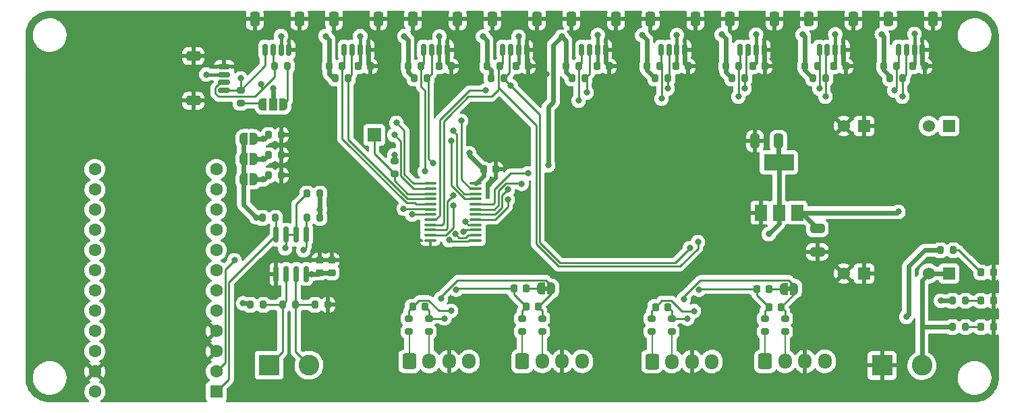
<source format=gtl>
G04 #@! TF.GenerationSoftware,KiCad,Pcbnew,(6.0.0)*
G04 #@! TF.CreationDate,2022-12-27T21:52:24-05:00*
G04 #@! TF.ProjectId,rp2040 rs485 scale breakout,72703230-3430-4207-9273-343835207363,rev?*
G04 #@! TF.SameCoordinates,Original*
G04 #@! TF.FileFunction,Copper,L1,Top*
G04 #@! TF.FilePolarity,Positive*
%FSLAX46Y46*%
G04 Gerber Fmt 4.6, Leading zero omitted, Abs format (unit mm)*
G04 Created by KiCad (PCBNEW (6.0.0)) date 2022-12-27 21:52:24*
%MOMM*%
%LPD*%
G01*
G04 APERTURE LIST*
G04 Aperture macros list*
%AMRoundRect*
0 Rectangle with rounded corners*
0 $1 Rounding radius*
0 $2 $3 $4 $5 $6 $7 $8 $9 X,Y pos of 4 corners*
0 Add a 4 corners polygon primitive as box body*
4,1,4,$2,$3,$4,$5,$6,$7,$8,$9,$2,$3,0*
0 Add four circle primitives for the rounded corners*
1,1,$1+$1,$2,$3*
1,1,$1+$1,$4,$5*
1,1,$1+$1,$6,$7*
1,1,$1+$1,$8,$9*
0 Add four rect primitives between the rounded corners*
20,1,$1+$1,$2,$3,$4,$5,0*
20,1,$1+$1,$4,$5,$6,$7,0*
20,1,$1+$1,$6,$7,$8,$9,0*
20,1,$1+$1,$8,$9,$2,$3,0*%
%AMFreePoly0*
4,1,22,0.500000,-0.750000,0.000000,-0.750000,0.000000,-0.745033,-0.079941,-0.743568,-0.215256,-0.701293,-0.333266,-0.622738,-0.424486,-0.514219,-0.481581,-0.384460,-0.499164,-0.250000,-0.500000,-0.250000,-0.500000,0.250000,-0.499164,0.250000,-0.499963,0.256109,-0.478152,0.396186,-0.417904,0.524511,-0.324060,0.630769,-0.204165,0.706417,-0.067858,0.745374,0.000000,0.744959,0.000000,0.750000,
0.500000,0.750000,0.500000,-0.750000,0.500000,-0.750000,$1*%
%AMFreePoly1*
4,1,20,0.000000,0.744959,0.073905,0.744508,0.209726,0.703889,0.328688,0.626782,0.421226,0.519385,0.479903,0.390333,0.500000,0.250000,0.500000,-0.250000,0.499851,-0.262216,0.476331,-0.402017,0.414519,-0.529596,0.319384,-0.634700,0.198574,-0.708877,0.061801,-0.746166,0.000000,-0.745033,0.000000,-0.750000,-0.500000,-0.750000,-0.500000,0.750000,0.000000,0.750000,0.000000,0.744959,
0.000000,0.744959,$1*%
%AMFreePoly2*
4,1,22,0.550000,-0.750000,0.000000,-0.750000,0.000000,-0.745033,-0.079941,-0.743568,-0.215256,-0.701293,-0.333266,-0.622738,-0.424486,-0.514219,-0.481581,-0.384460,-0.499164,-0.250000,-0.500000,-0.250000,-0.500000,0.250000,-0.499164,0.250000,-0.499963,0.256109,-0.478152,0.396186,-0.417904,0.524511,-0.324060,0.630769,-0.204165,0.706417,-0.067858,0.745374,0.000000,0.744959,0.000000,0.750000,
0.550000,0.750000,0.550000,-0.750000,0.550000,-0.750000,$1*%
%AMFreePoly3*
4,1,20,0.000000,0.744959,0.073905,0.744508,0.209726,0.703889,0.328688,0.626782,0.421226,0.519385,0.479903,0.390333,0.500000,0.250000,0.500000,-0.250000,0.499851,-0.262216,0.476331,-0.402017,0.414519,-0.529596,0.319384,-0.634700,0.198574,-0.708877,0.061801,-0.746166,0.000000,-0.745033,0.000000,-0.750000,-0.550000,-0.750000,-0.550000,0.750000,0.000000,0.750000,0.000000,0.744959,
0.000000,0.744959,$1*%
G04 Aperture macros list end*
G04 #@! TA.AperFunction,SMDPad,CuDef*
%ADD10R,3.800000X2.000000*%
G04 #@! TD*
G04 #@! TA.AperFunction,SMDPad,CuDef*
%ADD11R,1.500000X2.000000*%
G04 #@! TD*
G04 #@! TA.AperFunction,ComponentPad*
%ADD12R,1.524000X1.524000*%
G04 #@! TD*
G04 #@! TA.AperFunction,ComponentPad*
%ADD13C,1.524000*%
G04 #@! TD*
G04 #@! TA.AperFunction,SMDPad,CuDef*
%ADD14RoundRect,0.200000X-0.200000X-0.275000X0.200000X-0.275000X0.200000X0.275000X-0.200000X0.275000X0*%
G04 #@! TD*
G04 #@! TA.AperFunction,ComponentPad*
%ADD15R,2.600000X2.600000*%
G04 #@! TD*
G04 #@! TA.AperFunction,ComponentPad*
%ADD16C,2.600000*%
G04 #@! TD*
G04 #@! TA.AperFunction,SMDPad,CuDef*
%ADD17RoundRect,0.218750X0.218750X0.256250X-0.218750X0.256250X-0.218750X-0.256250X0.218750X-0.256250X0*%
G04 #@! TD*
G04 #@! TA.AperFunction,SMDPad,CuDef*
%ADD18RoundRect,0.250000X0.325000X0.650000X-0.325000X0.650000X-0.325000X-0.650000X0.325000X-0.650000X0*%
G04 #@! TD*
G04 #@! TA.AperFunction,SMDPad,CuDef*
%ADD19RoundRect,0.250000X-0.650000X0.325000X-0.650000X-0.325000X0.650000X-0.325000X0.650000X0.325000X0*%
G04 #@! TD*
G04 #@! TA.AperFunction,SMDPad,CuDef*
%ADD20RoundRect,0.200000X0.275000X-0.200000X0.275000X0.200000X-0.275000X0.200000X-0.275000X-0.200000X0*%
G04 #@! TD*
G04 #@! TA.AperFunction,SMDPad,CuDef*
%ADD21RoundRect,0.200000X0.200000X0.275000X-0.200000X0.275000X-0.200000X-0.275000X0.200000X-0.275000X0*%
G04 #@! TD*
G04 #@! TA.AperFunction,SMDPad,CuDef*
%ADD22FreePoly0,0.000000*%
G04 #@! TD*
G04 #@! TA.AperFunction,SMDPad,CuDef*
%ADD23FreePoly1,0.000000*%
G04 #@! TD*
G04 #@! TA.AperFunction,SMDPad,CuDef*
%ADD24RoundRect,0.150000X0.150000X0.625000X-0.150000X0.625000X-0.150000X-0.625000X0.150000X-0.625000X0*%
G04 #@! TD*
G04 #@! TA.AperFunction,SMDPad,CuDef*
%ADD25RoundRect,0.250000X0.350000X0.650000X-0.350000X0.650000X-0.350000X-0.650000X0.350000X-0.650000X0*%
G04 #@! TD*
G04 #@! TA.AperFunction,SMDPad,CuDef*
%ADD26RoundRect,0.225000X-0.225000X-0.250000X0.225000X-0.250000X0.225000X0.250000X-0.225000X0.250000X0*%
G04 #@! TD*
G04 #@! TA.AperFunction,ComponentPad*
%ADD27RoundRect,0.250000X-0.600000X-0.725000X0.600000X-0.725000X0.600000X0.725000X-0.600000X0.725000X0*%
G04 #@! TD*
G04 #@! TA.AperFunction,ComponentPad*
%ADD28O,1.700000X1.950000*%
G04 #@! TD*
G04 #@! TA.AperFunction,SMDPad,CuDef*
%ADD29RoundRect,0.225000X0.225000X0.250000X-0.225000X0.250000X-0.225000X-0.250000X0.225000X-0.250000X0*%
G04 #@! TD*
G04 #@! TA.AperFunction,SMDPad,CuDef*
%ADD30RoundRect,0.150000X-0.150000X0.825000X-0.150000X-0.825000X0.150000X-0.825000X0.150000X0.825000X0*%
G04 #@! TD*
G04 #@! TA.AperFunction,ComponentPad*
%ADD31R,1.700000X1.700000*%
G04 #@! TD*
G04 #@! TA.AperFunction,SMDPad,CuDef*
%ADD32RoundRect,0.225000X0.250000X-0.225000X0.250000X0.225000X-0.250000X0.225000X-0.250000X-0.225000X0*%
G04 #@! TD*
G04 #@! TA.AperFunction,SMDPad,CuDef*
%ADD33FreePoly2,180.000000*%
G04 #@! TD*
G04 #@! TA.AperFunction,SMDPad,CuDef*
%ADD34R,1.000000X1.500000*%
G04 #@! TD*
G04 #@! TA.AperFunction,SMDPad,CuDef*
%ADD35FreePoly3,180.000000*%
G04 #@! TD*
G04 #@! TA.AperFunction,SMDPad,CuDef*
%ADD36RoundRect,0.100000X-0.637500X-0.100000X0.637500X-0.100000X0.637500X0.100000X-0.637500X0.100000X0*%
G04 #@! TD*
G04 #@! TA.AperFunction,SMDPad,CuDef*
%ADD37RoundRect,0.200000X-0.275000X0.200000X-0.275000X-0.200000X0.275000X-0.200000X0.275000X0.200000X0*%
G04 #@! TD*
G04 #@! TA.AperFunction,ComponentPad*
%ADD38R,1.600000X1.600000*%
G04 #@! TD*
G04 #@! TA.AperFunction,ComponentPad*
%ADD39C,1.600000*%
G04 #@! TD*
G04 #@! TA.AperFunction,SMDPad,CuDef*
%ADD40RoundRect,0.150000X-0.625000X0.150000X-0.625000X-0.150000X0.625000X-0.150000X0.625000X0.150000X0*%
G04 #@! TD*
G04 #@! TA.AperFunction,SMDPad,CuDef*
%ADD41RoundRect,0.250000X-0.650000X0.350000X-0.650000X-0.350000X0.650000X-0.350000X0.650000X0.350000X0*%
G04 #@! TD*
G04 #@! TA.AperFunction,ViaPad*
%ADD42C,0.800000*%
G04 #@! TD*
G04 #@! TA.AperFunction,Conductor*
%ADD43C,0.250000*%
G04 #@! TD*
G04 #@! TA.AperFunction,Conductor*
%ADD44C,0.600000*%
G04 #@! TD*
G04 #@! TA.AperFunction,Conductor*
%ADD45C,0.400000*%
G04 #@! TD*
G04 #@! TA.AperFunction,Conductor*
%ADD46C,0.200000*%
G04 #@! TD*
G04 APERTURE END LIST*
G36*
X213864000Y-126297000D02*
G01*
X213364000Y-126297000D01*
X213364000Y-125697000D01*
X213864000Y-125697000D01*
X213864000Y-126297000D01*
G37*
G36*
X183384000Y-126284000D02*
G01*
X182884000Y-126284000D01*
X182884000Y-125684000D01*
X183384000Y-125684000D01*
X183384000Y-126284000D01*
G37*
D10*
X212344000Y-110134000D03*
D11*
X212344000Y-116434000D03*
X214644000Y-116434000D03*
X210044000Y-116434000D03*
D12*
X233680000Y-124079000D03*
D13*
X231140000Y-124079000D03*
D12*
X223012000Y-124079000D03*
D13*
X220472000Y-124079000D03*
D12*
X223012000Y-105537000D03*
D13*
X220472000Y-105537000D03*
X231140000Y-105537000D03*
D12*
X233680000Y-105537000D03*
D14*
X232601000Y-121158000D03*
X234251000Y-121158000D03*
X234125000Y-127508000D03*
X235775000Y-127508000D03*
X234125000Y-130810000D03*
X235775000Y-130810000D03*
D15*
X225298000Y-135636000D03*
D16*
X230298000Y-135636000D03*
D17*
X239293500Y-123952000D03*
X237718500Y-123952000D03*
X239293500Y-127508000D03*
X237718500Y-127508000D03*
X239293500Y-130810000D03*
X237718500Y-130810000D03*
D18*
X212295000Y-107442000D03*
X209345000Y-107442000D03*
D19*
X217170000Y-118413000D03*
X217170000Y-121363000D03*
D20*
X213106000Y-131394000D03*
X213106000Y-129744000D03*
D14*
X148273000Y-106680000D03*
X149923000Y-106680000D03*
D20*
X210566000Y-131394000D03*
X210566000Y-129744000D03*
D21*
X147637000Y-128016000D03*
X145987000Y-128016000D03*
D22*
X145146000Y-109728000D03*
D23*
X146446000Y-109728000D03*
D20*
X198882000Y-131394000D03*
X198882000Y-129744000D03*
X196342000Y-131394000D03*
X196342000Y-129744000D03*
D24*
X170727500Y-95980000D03*
X169727500Y-95980000D03*
X168727500Y-95980000D03*
X167727500Y-95980000D03*
D25*
X172027500Y-92105000D03*
X166427500Y-92105000D03*
D26*
X189471000Y-98044000D03*
X191021000Y-98044000D03*
D14*
X185611000Y-98044000D03*
X187261000Y-98044000D03*
D26*
X169659000Y-98044000D03*
X171209000Y-98044000D03*
D27*
X196422000Y-135141000D03*
D28*
X198922000Y-135141000D03*
X201422000Y-135141000D03*
X203922000Y-135141000D03*
D14*
X156655000Y-99568000D03*
X158305000Y-99568000D03*
D29*
X211087000Y-125997000D03*
X209537000Y-125997000D03*
D20*
X182626000Y-131381000D03*
X182626000Y-129731000D03*
D24*
X190603000Y-95980000D03*
X189603000Y-95980000D03*
X188603000Y-95980000D03*
X187603000Y-95980000D03*
D25*
X186303000Y-92105000D03*
X191903000Y-92105000D03*
D29*
X167907000Y-128270000D03*
X166357000Y-128270000D03*
D14*
X166561000Y-99568000D03*
X168211000Y-99568000D03*
D30*
X153035000Y-119191000D03*
X151765000Y-119191000D03*
X150495000Y-119191000D03*
X149225000Y-119191000D03*
X149225000Y-124141000D03*
X150495000Y-124141000D03*
X151765000Y-124141000D03*
X153035000Y-124141000D03*
D26*
X229095000Y-98044000D03*
X230645000Y-98044000D03*
D27*
X210626000Y-135124000D03*
D28*
X213126000Y-135124000D03*
X215626000Y-135124000D03*
X218126000Y-135124000D03*
D21*
X151701000Y-128016000D03*
X150051000Y-128016000D03*
D31*
X161544000Y-106680000D03*
D32*
X154686000Y-123965000D03*
X154686000Y-122415000D03*
D24*
X230354000Y-95980000D03*
X229354000Y-95980000D03*
X228354000Y-95980000D03*
X227354000Y-95980000D03*
D25*
X226054000Y-92105000D03*
X231654000Y-92105000D03*
D14*
X206439000Y-99568000D03*
X208089000Y-99568000D03*
X165799000Y-98044000D03*
X167449000Y-98044000D03*
X196787000Y-99568000D03*
X198437000Y-99568000D03*
D15*
X148362000Y-135600000D03*
D16*
X153362000Y-135600000D03*
D14*
X195771000Y-98044000D03*
X197421000Y-98044000D03*
D33*
X150144000Y-102870000D03*
D34*
X148844000Y-102870000D03*
D35*
X147544000Y-102870000D03*
D26*
X159499000Y-98044000D03*
X161049000Y-98044000D03*
D36*
X168587500Y-112757000D03*
X168587500Y-113407000D03*
X168587500Y-114057000D03*
X168587500Y-114707000D03*
X168587500Y-115357000D03*
X168587500Y-116007000D03*
X168587500Y-116657000D03*
X168587500Y-117307000D03*
X168587500Y-117957000D03*
X168587500Y-118607000D03*
X168587500Y-119257000D03*
X168587500Y-119907000D03*
X174312500Y-119907000D03*
X174312500Y-119257000D03*
X174312500Y-118607000D03*
X174312500Y-117957000D03*
X174312500Y-117307000D03*
X174312500Y-116657000D03*
X174312500Y-116007000D03*
X174312500Y-115357000D03*
X174312500Y-114707000D03*
X174312500Y-114057000D03*
X174312500Y-113407000D03*
X174312500Y-112757000D03*
D27*
X180146000Y-135111000D03*
D28*
X182646000Y-135111000D03*
X185146000Y-135111000D03*
X187646000Y-135111000D03*
D20*
X168402000Y-131381000D03*
X168402000Y-129731000D03*
X144780000Y-102679000D03*
X144780000Y-101029000D03*
D14*
X148273000Y-109220000D03*
X149923000Y-109220000D03*
D20*
X180086000Y-131381000D03*
X180086000Y-129731000D03*
D14*
X226251000Y-99568000D03*
X227901000Y-99568000D03*
D24*
X200540750Y-95980000D03*
X199540750Y-95980000D03*
X198540750Y-95980000D03*
X197540750Y-95980000D03*
D25*
X201840750Y-92105000D03*
X196240750Y-92105000D03*
D26*
X175247000Y-110998000D03*
X176797000Y-110998000D03*
D14*
X205677000Y-98044000D03*
X207327000Y-98044000D03*
D24*
X220416250Y-95980000D03*
X219416250Y-95980000D03*
X218416250Y-95980000D03*
X217416250Y-95980000D03*
D25*
X216116250Y-92105000D03*
X221716250Y-92105000D03*
D21*
X155765000Y-128016000D03*
X154115000Y-128016000D03*
D29*
X212611000Y-128283000D03*
X211061000Y-128283000D03*
D14*
X148273000Y-111760000D03*
X149923000Y-111760000D03*
D21*
X154749000Y-117094000D03*
X153099000Y-117094000D03*
D32*
X156210000Y-123965000D03*
X156210000Y-122415000D03*
D22*
X145146000Y-112268000D03*
D23*
X146446000Y-112268000D03*
D27*
X165942000Y-135128000D03*
D28*
X168442000Y-135128000D03*
X170942000Y-135128000D03*
X173442000Y-135128000D03*
D37*
X164084000Y-109919000D03*
X164084000Y-111569000D03*
D14*
X175705000Y-98044000D03*
X177355000Y-98044000D03*
X216599000Y-99568000D03*
X218249000Y-99568000D03*
D26*
X199377000Y-98044000D03*
X200927000Y-98044000D03*
D14*
X215583000Y-98044000D03*
X217233000Y-98044000D03*
D22*
X212964000Y-125997000D03*
D23*
X214264000Y-125997000D03*
D14*
X186373000Y-99568000D03*
X188023000Y-99568000D03*
D20*
X165862000Y-131381000D03*
X165862000Y-129731000D03*
D24*
X160789750Y-95980000D03*
X159789750Y-95980000D03*
X158789750Y-95980000D03*
X157789750Y-95980000D03*
D25*
X156489750Y-92105000D03*
X162089750Y-92105000D03*
D24*
X210478500Y-95980000D03*
X209478500Y-95980000D03*
X208478500Y-95980000D03*
X207478500Y-95980000D03*
D25*
X211778500Y-92105000D03*
X206178500Y-92105000D03*
D26*
X179311000Y-98044000D03*
X180861000Y-98044000D03*
D21*
X150685000Y-98044000D03*
X149035000Y-98044000D03*
D38*
X141732000Y-138938000D03*
D39*
X141732000Y-136398000D03*
X141732000Y-133858000D03*
X141732000Y-131318000D03*
X141732000Y-128778000D03*
X141732000Y-126238000D03*
X141732000Y-123698000D03*
X141732000Y-121158000D03*
X141732000Y-118618000D03*
X141732000Y-116078000D03*
X141732000Y-113538000D03*
X141732000Y-110998000D03*
X126492000Y-110998000D03*
X126492000Y-113538000D03*
X126492000Y-116078000D03*
X126492000Y-118618000D03*
X126492000Y-121158000D03*
X126492000Y-123698000D03*
X126492000Y-126238000D03*
X126492000Y-128778000D03*
X126492000Y-131318000D03*
X126492000Y-133858000D03*
X126492000Y-136398000D03*
X126492000Y-138938000D03*
D22*
X182484000Y-125984000D03*
D23*
X183784000Y-125984000D03*
D24*
X150852000Y-95980000D03*
X149852000Y-95980000D03*
X148852000Y-95980000D03*
X147852000Y-95980000D03*
D25*
X146552000Y-92105000D03*
X152152000Y-92105000D03*
D29*
X182131000Y-128270000D03*
X180581000Y-128270000D03*
D21*
X154749000Y-114046000D03*
X153099000Y-114046000D03*
D26*
X209029000Y-98044000D03*
X210579000Y-98044000D03*
D24*
X180665250Y-95980000D03*
X179665250Y-95980000D03*
X178665250Y-95980000D03*
X177665250Y-95980000D03*
D25*
X176365250Y-92105000D03*
X181965250Y-92105000D03*
D40*
X142716000Y-98068000D03*
X142716000Y-99068000D03*
X142716000Y-100068000D03*
X142716000Y-101068000D03*
D41*
X138841000Y-96768000D03*
X138841000Y-102368000D03*
D22*
X145146000Y-107188000D03*
D23*
X146446000Y-107188000D03*
D14*
X225489000Y-98044000D03*
X227139000Y-98044000D03*
X147511000Y-117094000D03*
X149161000Y-117094000D03*
X176213000Y-99568000D03*
X177863000Y-99568000D03*
D26*
X219189000Y-98044000D03*
X220739000Y-98044000D03*
D14*
X155893000Y-98044000D03*
X157543000Y-98044000D03*
D29*
X180607000Y-125984000D03*
X179057000Y-125984000D03*
X198387000Y-128283000D03*
X196837000Y-128283000D03*
D42*
X227330000Y-116332000D03*
X211074000Y-119126000D03*
X232664000Y-127508000D03*
X228346000Y-129540000D03*
X209478500Y-94051500D03*
X169727500Y-94289500D03*
X183388000Y-110490000D03*
X215320500Y-94051500D03*
X219416250Y-94019750D03*
X159789750Y-94257750D03*
X148844000Y-100838000D03*
X154749000Y-116015000D03*
X153735000Y-124141000D03*
X205160500Y-94051500D03*
X145099000Y-127827000D03*
X189603000Y-94099000D03*
X199540750Y-94130750D03*
X149852000Y-94242000D03*
X165330250Y-94257750D03*
X164084000Y-109220000D03*
X225258250Y-94019750D03*
X185078750Y-94321250D03*
X155440000Y-94242000D03*
X173482000Y-108966000D03*
X146749000Y-117031000D03*
X195175250Y-94130750D03*
X175204500Y-94289500D03*
X229362000Y-93980000D03*
X140470000Y-99068000D03*
X179665250Y-94321250D03*
X178562000Y-119634000D03*
X173736000Y-96012000D03*
X223266000Y-98044000D03*
X212090000Y-122936000D03*
X213614000Y-98044000D03*
X181356000Y-123444000D03*
X183642000Y-119380000D03*
X207772000Y-120650000D03*
X185166000Y-120904000D03*
X183134000Y-99060000D03*
X201422000Y-123444000D03*
X233680000Y-98298000D03*
X173482000Y-99060000D03*
X152908000Y-98298000D03*
X163576000Y-98044000D03*
X178054000Y-106172000D03*
X175260000Y-104140000D03*
X193294000Y-98298000D03*
X203200000Y-98298000D03*
X202184000Y-122428000D03*
X170371000Y-129731000D03*
X171196000Y-128778000D03*
X200851000Y-129744000D03*
X201676000Y-128791000D03*
X147320000Y-100330000D03*
X172466000Y-104902000D03*
X171450000Y-106172000D03*
X144780000Y-99568000D03*
X172720000Y-118872000D03*
X208026000Y-100838000D03*
X172974000Y-117602000D03*
X207264000Y-101854000D03*
X178308000Y-114808000D03*
X218186000Y-101854000D03*
X178308000Y-113538000D03*
X217424000Y-100838000D03*
X180048511Y-112813489D03*
X227838000Y-101854000D03*
X180848000Y-111506000D03*
X226822000Y-101092000D03*
X171450000Y-114300000D03*
X188214000Y-101346000D03*
X187198000Y-102362000D03*
X171450000Y-115570000D03*
X170942000Y-119888000D03*
X198374000Y-100838000D03*
X197612000Y-102108000D03*
X171704000Y-119126000D03*
X201168000Y-120904000D03*
X175514000Y-101092000D03*
X178689000Y-100457000D03*
X202184000Y-120142000D03*
X165245511Y-115932489D03*
X168910000Y-110236000D03*
X166299000Y-116657000D03*
X167894000Y-111252000D03*
X164338000Y-105156000D03*
X147574000Y-107188000D03*
X147574000Y-109728000D03*
X164084000Y-106680000D03*
X171196000Y-107442000D03*
X147574000Y-112268000D03*
X150368000Y-120904000D03*
X144018000Y-122428000D03*
X152654000Y-121158000D03*
X171831000Y-126111000D03*
X202311000Y-126124000D03*
X169926000Y-127254000D03*
X200406000Y-127267000D03*
D43*
X228320480Y-99148520D02*
X227901000Y-99568000D01*
X228320480Y-96013520D02*
X228320480Y-99148520D01*
X228354000Y-95980000D02*
X228320480Y-96013520D01*
X218249000Y-96147250D02*
X218249000Y-99568000D01*
X218416250Y-95980000D02*
X218249000Y-96147250D01*
D44*
X214644000Y-116434000D02*
X227228000Y-116434000D01*
X215191000Y-116434000D02*
X217170000Y-118413000D01*
X214644000Y-116434000D02*
X215191000Y-116434000D01*
X212344000Y-116434000D02*
X212344000Y-117856000D01*
X212344000Y-117856000D02*
X211074000Y-119126000D01*
X212295000Y-110085000D02*
X212344000Y-110134000D01*
X212295000Y-107442000D02*
X212295000Y-110085000D01*
X212344000Y-116434000D02*
X212344000Y-110134000D01*
X234125000Y-127508000D02*
X232664000Y-127508000D01*
X228600000Y-129286000D02*
X228346000Y-129540000D01*
X228600000Y-123190000D02*
X228600000Y-129286000D01*
X230632000Y-121158000D02*
X228600000Y-123190000D01*
X232601000Y-121158000D02*
X230632000Y-121158000D01*
X234125000Y-130810000D02*
X230472000Y-130810000D01*
X230298000Y-130636000D02*
X230298000Y-124921000D01*
X230298000Y-135636000D02*
X230298000Y-130636000D01*
X230472000Y-130810000D02*
X230298000Y-130636000D01*
X233680000Y-124079000D02*
X231140000Y-124079000D01*
X230298000Y-124921000D02*
X231140000Y-124079000D01*
D43*
X234924500Y-121158000D02*
X234251000Y-121158000D01*
X237718500Y-123952000D02*
X234924500Y-121158000D01*
X237718500Y-127508000D02*
X235775000Y-127508000D01*
X237718500Y-130810000D02*
X235775000Y-130810000D01*
D44*
X156464000Y-99568000D02*
X155893000Y-98997000D01*
X154749000Y-114046000D02*
X154749000Y-116015000D01*
D45*
X189603000Y-97912000D02*
X189471000Y-98044000D01*
D44*
X196787000Y-99568000D02*
X196787000Y-99505000D01*
X164084000Y-109220000D02*
X164084000Y-109919000D01*
X145146000Y-112268000D02*
X145146000Y-109728000D01*
X155893000Y-98997000D02*
X155893000Y-98044000D01*
X206439000Y-99568000D02*
X206439000Y-99505000D01*
X216599000Y-99505000D02*
X215583000Y-98489000D01*
X196787000Y-99505000D02*
X195771000Y-98489000D01*
X205677000Y-98743000D02*
X205677000Y-98044000D01*
D45*
X199540750Y-95980000D02*
X199540750Y-97880250D01*
D44*
X226251000Y-99251000D02*
X225489000Y-98489000D01*
D45*
X169727500Y-97975500D02*
X169659000Y-98044000D01*
X209478500Y-97594500D02*
X209029000Y-98044000D01*
D44*
X225489000Y-94250500D02*
X225258250Y-94019750D01*
D45*
X229354000Y-95980000D02*
X229354000Y-97785000D01*
D44*
X148844000Y-102870000D02*
X148844000Y-100838000D01*
D45*
X209478500Y-95980000D02*
X209478500Y-94051500D01*
D44*
X174362020Y-112707480D02*
X174312500Y-112707480D01*
X195771000Y-94726500D02*
X195175250Y-94130750D01*
X185611000Y-98044000D02*
X185611000Y-94853500D01*
X145146000Y-115428000D02*
X145146000Y-112268000D01*
X154749000Y-116015000D02*
X154749000Y-117094000D01*
X147448000Y-117031000D02*
X147511000Y-117094000D01*
X185611000Y-94853500D02*
X185078750Y-94321250D01*
X166561000Y-99505000D02*
X165799000Y-98743000D01*
D45*
X229362000Y-94488000D02*
X229362000Y-93980000D01*
X169727500Y-95980000D02*
X169727500Y-94289500D01*
X229354000Y-95980000D02*
X229354000Y-94496000D01*
D44*
X146749000Y-117031000D02*
X147448000Y-117031000D01*
X184033511Y-102499511D02*
X184033511Y-95366489D01*
X215583000Y-98044000D02*
X215583000Y-94314000D01*
D45*
X159789750Y-97753250D02*
X159499000Y-98044000D01*
D44*
X176213000Y-98552000D02*
X175705000Y-98044000D01*
D45*
X179665250Y-95980000D02*
X179665250Y-94321250D01*
D44*
X205677000Y-94568000D02*
X205160500Y-94051500D01*
X156655000Y-99568000D02*
X156464000Y-99568000D01*
D45*
X142716000Y-99068000D02*
X140470000Y-99068000D01*
D44*
X155893000Y-98044000D02*
X155893000Y-94695000D01*
X184033511Y-95366489D02*
X185078750Y-94321250D01*
X185611000Y-98743000D02*
X185611000Y-98044000D01*
X195771000Y-98044000D02*
X195771000Y-94726500D01*
X186373000Y-99505000D02*
X185611000Y-98743000D01*
D45*
X159789750Y-95980000D02*
X159789750Y-94257750D01*
D44*
X183388000Y-110490000D02*
X183388000Y-103145022D01*
D45*
X159789750Y-95980000D02*
X159789750Y-97753250D01*
D44*
X175247000Y-110998000D02*
X175247000Y-111822500D01*
X154510000Y-124141000D02*
X154686000Y-123965000D01*
X155893000Y-94695000D02*
X155440000Y-94242000D01*
X225489000Y-98044000D02*
X225489000Y-94250500D01*
X145798000Y-127827000D02*
X145987000Y-128016000D01*
D45*
X189603000Y-95980000D02*
X189603000Y-97912000D01*
D44*
X175705000Y-98044000D02*
X175705000Y-94790000D01*
D45*
X189603000Y-95980000D02*
X189603000Y-94099000D01*
D44*
X154686000Y-123965000D02*
X156210000Y-123965000D01*
D45*
X219416250Y-95980000D02*
X219416250Y-94019750D01*
D44*
X145146000Y-109728000D02*
X145146000Y-107188000D01*
X153735000Y-124141000D02*
X154510000Y-124141000D01*
D45*
X229354000Y-94496000D02*
X229362000Y-94488000D01*
X219416250Y-97816750D02*
X219189000Y-98044000D01*
D44*
X145099000Y-127827000D02*
X145798000Y-127827000D01*
X153035000Y-124141000D02*
X153735000Y-124141000D01*
X165799000Y-98044000D02*
X165799000Y-94726500D01*
X146749000Y-117031000D02*
X145146000Y-115428000D01*
X205677000Y-98044000D02*
X205677000Y-94568000D01*
D45*
X179665250Y-97689750D02*
X179311000Y-98044000D01*
D44*
X166561000Y-99568000D02*
X166561000Y-99505000D01*
X165799000Y-94726500D02*
X165330250Y-94257750D01*
D45*
X219416250Y-95980000D02*
X219416250Y-97816750D01*
D44*
X195771000Y-98489000D02*
X195771000Y-98044000D01*
X176213000Y-99568000D02*
X176213000Y-98552000D01*
D45*
X209478500Y-95980000D02*
X209478500Y-97594500D01*
D44*
X173482000Y-108966000D02*
X173482000Y-109233000D01*
X215583000Y-94314000D02*
X215320500Y-94051500D01*
X216599000Y-99568000D02*
X216599000Y-99505000D01*
X225489000Y-98489000D02*
X225489000Y-98044000D01*
X215583000Y-98489000D02*
X215583000Y-98044000D01*
D45*
X199540750Y-95980000D02*
X199540750Y-94130750D01*
D44*
X183388000Y-103145022D02*
X184033511Y-102499511D01*
X173482000Y-109233000D02*
X175247000Y-110998000D01*
D45*
X199540750Y-97880250D02*
X199377000Y-98044000D01*
X229354000Y-97785000D02*
X229095000Y-98044000D01*
D44*
X186373000Y-99568000D02*
X186373000Y-99505000D01*
X175247000Y-111822500D02*
X174362020Y-112707480D01*
X165799000Y-98743000D02*
X165799000Y-98044000D01*
D45*
X179665250Y-95980000D02*
X179665250Y-97689750D01*
D44*
X226251000Y-99568000D02*
X226251000Y-99251000D01*
D45*
X169727500Y-95980000D02*
X169727500Y-97975500D01*
D44*
X175705000Y-94790000D02*
X175204500Y-94289500D01*
X206439000Y-99505000D02*
X205677000Y-98743000D01*
D45*
X149852000Y-95980000D02*
X149852000Y-94242000D01*
D44*
X180665250Y-97848250D02*
X180861000Y-98044000D01*
X180665250Y-95980000D02*
X180665250Y-97848250D01*
X160789750Y-95980000D02*
X160789750Y-97784750D01*
X210478500Y-95980000D02*
X210478500Y-97943500D01*
X200540750Y-95980000D02*
X200540750Y-97657750D01*
X230354000Y-95980000D02*
X230354000Y-97753000D01*
X190603000Y-97626000D02*
X191021000Y-98044000D01*
X190603000Y-95980000D02*
X190603000Y-97626000D01*
X210478500Y-97943500D02*
X210579000Y-98044000D01*
X200540750Y-97657750D02*
X200927000Y-98044000D01*
X220416250Y-95980000D02*
X220416250Y-97721250D01*
X230354000Y-97753000D02*
X230645000Y-98044000D01*
X170727500Y-97562500D02*
X171209000Y-98044000D01*
X220416250Y-97721250D02*
X220739000Y-98044000D01*
X160789750Y-97784750D02*
X161049000Y-98044000D01*
X170727500Y-95980000D02*
X170727500Y-97562500D01*
D43*
X180607000Y-125984000D02*
X182484000Y-125984000D01*
D46*
X180086000Y-135051000D02*
X180086000Y-131381000D01*
X180146000Y-135111000D02*
X180086000Y-135051000D01*
D43*
X168402000Y-128765000D02*
X167907000Y-128270000D01*
X168402000Y-129731000D02*
X170371000Y-129731000D01*
X168402000Y-129731000D02*
X168402000Y-128765000D01*
X165862000Y-128765000D02*
X166357000Y-128270000D01*
X167156520Y-127470480D02*
X168359618Y-127470480D01*
X165862000Y-129731000D02*
X165862000Y-128765000D01*
X169667138Y-128778000D02*
X171196000Y-128778000D01*
X168359618Y-127470480D02*
X169667138Y-128778000D01*
X166357000Y-128270000D02*
X167156520Y-127470480D01*
X211087000Y-125997000D02*
X212964000Y-125997000D01*
D46*
X210626000Y-135124000D02*
X210566000Y-135064000D01*
X210566000Y-135064000D02*
X210566000Y-131394000D01*
D43*
X198882000Y-128778000D02*
X198387000Y-128283000D01*
X198882000Y-129744000D02*
X200851000Y-129744000D01*
X198882000Y-129744000D02*
X198882000Y-128778000D01*
X196837000Y-128283000D02*
X197636520Y-127483480D01*
X196342000Y-129744000D02*
X196342000Y-128778000D01*
X198839618Y-127483480D02*
X200147138Y-128791000D01*
X200147138Y-128791000D02*
X201676000Y-128791000D01*
X196342000Y-128778000D02*
X196837000Y-128283000D01*
X197636520Y-127483480D02*
X198839618Y-127483480D01*
X146558000Y-101854000D02*
X147447000Y-100965000D01*
X149035000Y-99377000D02*
X149035000Y-98044000D01*
X141616480Y-100721448D02*
X141616480Y-101484480D01*
X141986000Y-101854000D02*
X146558000Y-101854000D01*
X142269928Y-100068000D02*
X141616480Y-100721448D01*
X147447000Y-100457000D02*
X147447000Y-100965000D01*
X148852000Y-95980000D02*
X148852000Y-97861000D01*
X148852000Y-97861000D02*
X149035000Y-98044000D01*
X147320000Y-100330000D02*
X147447000Y-100457000D01*
X174312500Y-113407000D02*
X173624639Y-113407000D01*
X141616480Y-101484480D02*
X141986000Y-101854000D01*
X142716000Y-100068000D02*
X142269928Y-100068000D01*
X173624639Y-113407000D02*
X172466000Y-112248361D01*
X172466000Y-112248361D02*
X172466000Y-104902000D01*
X147447000Y-100965000D02*
X149035000Y-99377000D01*
X172867332Y-114057000D02*
X171920511Y-113110179D01*
X171920511Y-113110179D02*
X171920511Y-106642511D01*
X144741000Y-101068000D02*
X144780000Y-101029000D01*
X142716000Y-101068000D02*
X144741000Y-101068000D01*
X144780000Y-99568000D02*
X144780000Y-101029000D01*
X144780000Y-101029000D02*
X147852000Y-97957000D01*
X171920511Y-106642511D02*
X171450000Y-106172000D01*
X174312500Y-114057000D02*
X172867332Y-114057000D01*
X147852000Y-97957000D02*
X147852000Y-95980000D01*
X150495000Y-127572000D02*
X150051000Y-128016000D01*
X150051000Y-133911000D02*
X148362000Y-135600000D01*
X150051000Y-128016000D02*
X147637000Y-128016000D01*
X150051000Y-128016000D02*
X150051000Y-133911000D01*
X150495000Y-124141000D02*
X150495000Y-127572000D01*
X151765000Y-124141000D02*
X151701000Y-124205000D01*
X151701000Y-128016000D02*
X151701000Y-133939000D01*
X151701000Y-128016000D02*
X154115000Y-128016000D01*
X151701000Y-124205000D02*
X151701000Y-128016000D01*
X151701000Y-133939000D02*
X153362000Y-135600000D01*
X165738104Y-114057000D02*
X164084000Y-112402896D01*
X164084000Y-111569000D02*
X161544000Y-109029000D01*
X168587500Y-114057000D02*
X165738104Y-114057000D01*
X164084000Y-112402896D02*
X164084000Y-111569000D01*
X161544000Y-109029000D02*
X161544000Y-106680000D01*
X150685000Y-98044000D02*
X150685000Y-102329000D01*
X150685000Y-102329000D02*
X150144000Y-102870000D01*
X144780000Y-102679000D02*
X147353000Y-102679000D01*
X147353000Y-102679000D02*
X147544000Y-102870000D01*
X172720000Y-118872000D02*
X172985000Y-118607000D01*
X208254480Y-96204020D02*
X208254480Y-99402520D01*
X208026000Y-100838000D02*
X208026000Y-99631000D01*
X172985000Y-118607000D02*
X174312500Y-118607000D01*
X208254480Y-99402520D02*
X208089000Y-99568000D01*
X208478500Y-95980000D02*
X208254480Y-96204020D01*
X208026000Y-99631000D02*
X208089000Y-99568000D01*
X207264000Y-101854000D02*
X207264000Y-98107000D01*
X207264000Y-98107000D02*
X207327000Y-98044000D01*
X207478500Y-97892500D02*
X207327000Y-98044000D01*
X207478500Y-95980000D02*
X207478500Y-97892500D01*
X173329000Y-117957000D02*
X174312500Y-117957000D01*
X172974000Y-117602000D02*
X173329000Y-117957000D01*
X218186000Y-99631000D02*
X218249000Y-99568000D01*
X178308000Y-114808000D02*
X178308000Y-115697718D01*
X178308000Y-115697718D02*
X176698718Y-117307000D01*
X176698718Y-117307000D02*
X174312500Y-117307000D01*
X218186000Y-101854000D02*
X218186000Y-99631000D01*
X217424000Y-100838000D02*
X217424000Y-98235000D01*
X217416250Y-95980000D02*
X217416250Y-97860750D01*
X217424000Y-98235000D02*
X217233000Y-98044000D01*
X176713000Y-116657000D02*
X177583489Y-115786511D01*
X177583489Y-114262511D02*
X178308000Y-113538000D01*
X174312500Y-116657000D02*
X176713000Y-116657000D01*
X217416250Y-97860750D02*
X217233000Y-98044000D01*
X177583489Y-115786511D02*
X177583489Y-114262511D01*
X177133969Y-113687417D02*
X178045386Y-112776000D01*
X227838000Y-99631000D02*
X227901000Y-99568000D01*
X178045386Y-112776000D02*
X180011022Y-112776000D01*
X174312500Y-116007000D02*
X176601000Y-116007000D01*
X180011022Y-112776000D02*
X180048511Y-112813489D01*
X176601000Y-116007000D02*
X177133969Y-115474031D01*
X227838000Y-101854000D02*
X227838000Y-99631000D01*
X177133969Y-115474031D02*
X177133969Y-113687417D01*
X227354000Y-95980000D02*
X227354000Y-97829000D01*
X176684449Y-113501219D02*
X178679668Y-111506000D01*
X176684449Y-115161551D02*
X176684449Y-113501219D01*
X176489000Y-115357000D02*
X176684449Y-115161551D01*
X178679668Y-111506000D02*
X180848000Y-111506000D01*
X227139000Y-100775000D02*
X227139000Y-98044000D01*
X174312500Y-115357000D02*
X176489000Y-115357000D01*
X226822000Y-101092000D02*
X227139000Y-100775000D01*
X227354000Y-97829000D02*
X227139000Y-98044000D01*
X170725489Y-115024511D02*
X170725489Y-118444179D01*
X170562668Y-118607000D02*
X168587500Y-118607000D01*
X188214000Y-99759000D02*
X188023000Y-99568000D01*
X170725489Y-118444179D02*
X170562668Y-118607000D01*
X171450000Y-114300000D02*
X170725489Y-115024511D01*
X188603000Y-95980000D02*
X188603000Y-98988000D01*
X188214000Y-101346000D02*
X188214000Y-99759000D01*
X188603000Y-98988000D02*
X188023000Y-99568000D01*
X171450000Y-118355386D02*
X171450000Y-115570000D01*
X187198000Y-98107000D02*
X187261000Y-98044000D01*
X187603000Y-95980000D02*
X187603000Y-97702000D01*
X168587500Y-119257000D02*
X170548386Y-119257000D01*
X187198000Y-102362000D02*
X187198000Y-98107000D01*
X170548386Y-119257000D02*
X171450000Y-118355386D01*
X187603000Y-97702000D02*
X187261000Y-98044000D01*
X198540750Y-95980000D02*
X198540750Y-99464250D01*
X174293500Y-119888000D02*
X173482000Y-119888000D01*
X171100031Y-120046031D02*
X170942000Y-119888000D01*
X198374000Y-100838000D02*
X198374000Y-99631000D01*
X198540750Y-99464250D02*
X198437000Y-99568000D01*
X173323969Y-120046031D02*
X171100031Y-120046031D01*
X174312500Y-119907000D02*
X174293500Y-119888000D01*
X198374000Y-99631000D02*
X198437000Y-99568000D01*
X173482000Y-119888000D02*
X173323969Y-120046031D01*
X197540750Y-95980000D02*
X197540750Y-97924250D01*
X173359614Y-119257000D02*
X174312500Y-119257000D01*
X173020103Y-119596511D02*
X173359614Y-119257000D01*
X197612000Y-98235000D02*
X197421000Y-98044000D01*
X197612000Y-102108000D02*
X197612000Y-98235000D01*
X172174511Y-119596511D02*
X173020103Y-119596511D01*
X171704000Y-119126000D02*
X172174511Y-119596511D01*
X197540750Y-97924250D02*
X197421000Y-98044000D01*
X173482000Y-101092000D02*
X170434000Y-104140000D01*
X178689000Y-100457000D02*
X182313520Y-104081520D01*
X182313520Y-120209802D02*
X184844198Y-122740480D01*
X178536480Y-96108770D02*
X178536480Y-98894520D01*
X169275361Y-117307000D02*
X169826449Y-116755912D01*
X177863000Y-99568000D02*
X177863000Y-99631000D01*
X168587500Y-117307000D02*
X169275361Y-117307000D01*
X182313520Y-104081520D02*
X182313520Y-120209802D01*
X184844198Y-122740480D02*
X198940480Y-122740480D01*
X169826449Y-116755912D02*
X169826449Y-104747551D01*
X201168000Y-120904000D02*
X199331520Y-122740480D01*
X199331520Y-122740480D02*
X198940480Y-122740480D01*
X177863000Y-99631000D02*
X178689000Y-100457000D01*
X169826449Y-104747551D02*
X170434000Y-104140000D01*
X178665250Y-95980000D02*
X178536480Y-96108770D01*
X178536480Y-98894520D02*
X177863000Y-99568000D01*
X175514000Y-101092000D02*
X173482000Y-101092000D01*
X202184000Y-120142000D02*
X202184000Y-120912614D01*
X177355000Y-98044000D02*
X177138480Y-98260520D01*
X202184000Y-120912614D02*
X199906614Y-123190000D01*
X170275969Y-117760031D02*
X170275969Y-104933749D01*
X177138480Y-98260520D02*
X177138480Y-100737520D01*
X176276000Y-101854000D02*
X173355718Y-101854000D01*
X173355718Y-101854000D02*
X170878859Y-104330859D01*
X199906614Y-123190000D02*
X199136000Y-123190000D01*
X177665250Y-95980000D02*
X177665250Y-97733750D01*
X177138480Y-100991520D02*
X176276000Y-101854000D01*
X177138480Y-100737520D02*
X177138480Y-100991520D01*
X170275969Y-104933749D02*
X170878859Y-104330859D01*
X177138480Y-100737520D02*
X181864000Y-105463040D01*
X168587500Y-117957000D02*
X170079000Y-117957000D01*
X177665250Y-97733750D02*
X177355000Y-98044000D01*
X181864000Y-120396000D02*
X184658000Y-123190000D01*
X170079000Y-117957000D02*
X170275969Y-117760031D01*
X184658000Y-123190000D02*
X199136000Y-123190000D01*
X181864000Y-105463040D02*
X181864000Y-120396000D01*
X158789750Y-95980000D02*
X158724480Y-96045270D01*
X158724480Y-96045270D02*
X158724480Y-99148520D01*
X158305000Y-99568000D02*
X158305000Y-107259614D01*
X158724480Y-99148520D02*
X158305000Y-99568000D01*
X165752386Y-114707000D02*
X168587500Y-114707000D01*
X158305000Y-107259614D02*
X165752386Y-114707000D01*
X166687978Y-115207978D02*
X166837000Y-115357000D01*
X157543000Y-107133331D02*
X165617647Y-115207978D01*
X157789750Y-97797250D02*
X157543000Y-98044000D01*
X166837000Y-115357000D02*
X168587500Y-115357000D01*
X157543000Y-98044000D02*
X157543000Y-107133331D01*
X165617647Y-115207978D02*
X166687978Y-115207978D01*
X157789750Y-95980000D02*
X157789750Y-97797250D01*
X168727500Y-95980000D02*
X168727500Y-99051500D01*
X168727500Y-99051500D02*
X168211000Y-99568000D01*
X168360040Y-109686040D02*
X168910000Y-110236000D01*
X168512989Y-115932489D02*
X165245511Y-115932489D01*
X168587500Y-116007000D02*
X168512989Y-115932489D01*
X168211000Y-99568000D02*
X168360040Y-99717040D01*
X168360040Y-99717040D02*
X168360040Y-109686040D01*
X167449000Y-100647000D02*
X167894000Y-101092000D01*
X167449000Y-98044000D02*
X167449000Y-100647000D01*
X167894000Y-101092000D02*
X167894000Y-111252000D01*
X168587500Y-116657000D02*
X166299000Y-116657000D01*
X167727500Y-95980000D02*
X167727500Y-97765500D01*
X167727500Y-97765500D02*
X167449000Y-98044000D01*
D46*
X165942000Y-131461000D02*
X165862000Y-131381000D01*
X165942000Y-135128000D02*
X165942000Y-131461000D01*
X168442000Y-135128000D02*
X168442000Y-131421000D01*
X168442000Y-131421000D02*
X168402000Y-131381000D01*
X182646000Y-135111000D02*
X182646000Y-131401000D01*
X182646000Y-131401000D02*
X182626000Y-131381000D01*
X196422000Y-135141000D02*
X196422000Y-131474000D01*
X196422000Y-131474000D02*
X196342000Y-131394000D01*
X198922000Y-135141000D02*
X198922000Y-131434000D01*
X198922000Y-131434000D02*
X198882000Y-131394000D01*
X213126000Y-131414000D02*
X213106000Y-131394000D01*
X213126000Y-135124000D02*
X213126000Y-131414000D01*
D44*
X147765000Y-107188000D02*
X148273000Y-106680000D01*
X147574000Y-107188000D02*
X147765000Y-107188000D01*
D43*
X166478718Y-112757000D02*
X165333040Y-111611322D01*
D44*
X146446000Y-107188000D02*
X147574000Y-107188000D01*
D43*
X165333040Y-106151040D02*
X164338000Y-105156000D01*
X168587500Y-112757000D02*
X166478718Y-112757000D01*
X165333040Y-111611322D02*
X165333040Y-106151040D01*
X168587500Y-113407000D02*
X166493000Y-113407000D01*
D44*
X147765000Y-109728000D02*
X148273000Y-109220000D01*
X147574000Y-109728000D02*
X147765000Y-109728000D01*
D43*
X166493000Y-113407000D02*
X164883520Y-111797520D01*
D44*
X146446000Y-109728000D02*
X147574000Y-109728000D01*
D43*
X164883520Y-111797520D02*
X164883520Y-107479520D01*
X164883520Y-107479520D02*
X164084000Y-106680000D01*
D44*
X146446000Y-112268000D02*
X147574000Y-112268000D01*
X147765000Y-112268000D02*
X148273000Y-111760000D01*
D43*
X172881614Y-114707000D02*
X171196000Y-113021386D01*
X171196000Y-113021386D02*
X171196000Y-107442000D01*
D44*
X147574000Y-112268000D02*
X147765000Y-112268000D01*
D43*
X174312500Y-114707000D02*
X172881614Y-114707000D01*
X149225000Y-119253000D02*
X149225000Y-119191000D01*
X143306031Y-137363969D02*
X143306031Y-125171969D01*
X141732000Y-138938000D02*
X143306031Y-137363969D01*
X149225000Y-119191000D02*
X149225000Y-117158000D01*
X143306031Y-125171969D02*
X149225000Y-119253000D01*
X149225000Y-117158000D02*
X149161000Y-117094000D01*
X150495000Y-120777000D02*
X150368000Y-120904000D01*
X150495000Y-119191000D02*
X150495000Y-120777000D01*
X151765000Y-119191000D02*
X151765000Y-115380000D01*
X151765000Y-115380000D02*
X153099000Y-114046000D01*
X150495000Y-119191000D02*
X151765000Y-119191000D01*
X153035000Y-120777000D02*
X152654000Y-121158000D01*
X141732000Y-136398000D02*
X142856511Y-135273489D01*
X153035000Y-117158000D02*
X153099000Y-117094000D01*
X142856511Y-135273489D02*
X142856511Y-123589489D01*
X153035000Y-119191000D02*
X153035000Y-120777000D01*
X142856511Y-123589489D02*
X144018000Y-122428000D01*
X153035000Y-119191000D02*
X153035000Y-117158000D01*
X171958000Y-125984000D02*
X179057000Y-125984000D01*
X179057000Y-126746000D02*
X179057000Y-125984000D01*
X180086000Y-128765000D02*
X180581000Y-128270000D01*
X180581000Y-128270000D02*
X179057000Y-126746000D01*
X171831000Y-126111000D02*
X171958000Y-125984000D01*
X180086000Y-129731000D02*
X180086000Y-128765000D01*
X202311000Y-126124000D02*
X202438000Y-125997000D01*
X202438000Y-125997000D02*
X209537000Y-125997000D01*
X209537000Y-126759000D02*
X209537000Y-125997000D01*
X211061000Y-128283000D02*
X209537000Y-126759000D01*
X210566000Y-128778000D02*
X211061000Y-128283000D01*
X210566000Y-129744000D02*
X210566000Y-128778000D01*
X172007906Y-124909480D02*
X183118420Y-124909480D01*
X182626000Y-129731000D02*
X182626000Y-128765000D01*
X182626000Y-128765000D02*
X182131000Y-128270000D01*
X183784000Y-125575060D02*
X183784000Y-125984000D01*
X182131000Y-128270000D02*
X183784000Y-126617000D01*
X169926000Y-126991386D02*
X172007906Y-124909480D01*
X183784000Y-126617000D02*
X183784000Y-125984000D01*
X169926000Y-127254000D02*
X169926000Y-126991386D01*
X183118420Y-124909480D02*
X183784000Y-125575060D01*
X214264000Y-126630000D02*
X214264000Y-125997000D01*
X202487906Y-124922480D02*
X213598420Y-124922480D01*
X213106000Y-128778000D02*
X212611000Y-128283000D01*
X200406000Y-127267000D02*
X200406000Y-127004386D01*
X200406000Y-127004386D02*
X202487906Y-124922480D01*
X212611000Y-128283000D02*
X214264000Y-126630000D01*
X214264000Y-125588060D02*
X214264000Y-125997000D01*
X213598420Y-124922480D02*
X214264000Y-125588060D01*
X213106000Y-129744000D02*
X213106000Y-128778000D01*
G04 #@! TA.AperFunction,Conductor*
G36*
X145423647Y-91093002D02*
G01*
X145470140Y-91146658D01*
X145480244Y-91216932D01*
X145475119Y-91238668D01*
X145456862Y-91293710D01*
X145453995Y-91307086D01*
X145444328Y-91401438D01*
X145444000Y-91407855D01*
X145444000Y-91832885D01*
X145448475Y-91848124D01*
X145449865Y-91849329D01*
X145457548Y-91851000D01*
X147641884Y-91851000D01*
X147657123Y-91846525D01*
X147658328Y-91845135D01*
X147659999Y-91837452D01*
X147659999Y-91407905D01*
X147659662Y-91401386D01*
X147649743Y-91305794D01*
X147646851Y-91292400D01*
X147628994Y-91238876D01*
X147626410Y-91167927D01*
X147662593Y-91106843D01*
X147726058Y-91075018D01*
X147748518Y-91073000D01*
X150955526Y-91073000D01*
X151023647Y-91093002D01*
X151070140Y-91146658D01*
X151080244Y-91216932D01*
X151075119Y-91238668D01*
X151056862Y-91293710D01*
X151053995Y-91307086D01*
X151044328Y-91401438D01*
X151044000Y-91407855D01*
X151044000Y-91832885D01*
X151048475Y-91848124D01*
X151049865Y-91849329D01*
X151057548Y-91851000D01*
X153241884Y-91851000D01*
X153257123Y-91846525D01*
X153258328Y-91845135D01*
X153259999Y-91837452D01*
X153259999Y-91407905D01*
X153259662Y-91401386D01*
X153249743Y-91305794D01*
X153246851Y-91292400D01*
X153228994Y-91238876D01*
X153226410Y-91167927D01*
X153262593Y-91106843D01*
X153326058Y-91075018D01*
X153348518Y-91073000D01*
X155293276Y-91073000D01*
X155361397Y-91093002D01*
X155407890Y-91146658D01*
X155417994Y-91216932D01*
X155412869Y-91238668D01*
X155394612Y-91293710D01*
X155391745Y-91307086D01*
X155382078Y-91401438D01*
X155381750Y-91407855D01*
X155381750Y-91832885D01*
X155386225Y-91848124D01*
X155387615Y-91849329D01*
X155395298Y-91851000D01*
X157579634Y-91851000D01*
X157594873Y-91846525D01*
X157596078Y-91845135D01*
X157597749Y-91837452D01*
X157597749Y-91407905D01*
X157597412Y-91401386D01*
X157587493Y-91305794D01*
X157584601Y-91292400D01*
X157566744Y-91238876D01*
X157564160Y-91167927D01*
X157600343Y-91106843D01*
X157663808Y-91075018D01*
X157686268Y-91073000D01*
X160893276Y-91073000D01*
X160961397Y-91093002D01*
X161007890Y-91146658D01*
X161017994Y-91216932D01*
X161012869Y-91238668D01*
X160994612Y-91293710D01*
X160991745Y-91307086D01*
X160982078Y-91401438D01*
X160981750Y-91407855D01*
X160981750Y-91832885D01*
X160986225Y-91848124D01*
X160987615Y-91849329D01*
X160995298Y-91851000D01*
X163179634Y-91851000D01*
X163194873Y-91846525D01*
X163196078Y-91845135D01*
X163197749Y-91837452D01*
X163197749Y-91407905D01*
X163197412Y-91401386D01*
X163187493Y-91305794D01*
X163184601Y-91292400D01*
X163166744Y-91238876D01*
X163164160Y-91167927D01*
X163200343Y-91106843D01*
X163263808Y-91075018D01*
X163286268Y-91073000D01*
X165231026Y-91073000D01*
X165299147Y-91093002D01*
X165345640Y-91146658D01*
X165355744Y-91216932D01*
X165350619Y-91238668D01*
X165332362Y-91293710D01*
X165329495Y-91307086D01*
X165319828Y-91401438D01*
X165319500Y-91407855D01*
X165319500Y-91832885D01*
X165323975Y-91848124D01*
X165325365Y-91849329D01*
X165333048Y-91851000D01*
X167517384Y-91851000D01*
X167532623Y-91846525D01*
X167533828Y-91845135D01*
X167535499Y-91837452D01*
X167535499Y-91407905D01*
X167535162Y-91401386D01*
X167525243Y-91305794D01*
X167522351Y-91292400D01*
X167504494Y-91238876D01*
X167501910Y-91167927D01*
X167538093Y-91106843D01*
X167601558Y-91075018D01*
X167624018Y-91073000D01*
X170831026Y-91073000D01*
X170899147Y-91093002D01*
X170945640Y-91146658D01*
X170955744Y-91216932D01*
X170950619Y-91238668D01*
X170932362Y-91293710D01*
X170929495Y-91307086D01*
X170919828Y-91401438D01*
X170919500Y-91407855D01*
X170919500Y-91832885D01*
X170923975Y-91848124D01*
X170925365Y-91849329D01*
X170933048Y-91851000D01*
X173117384Y-91851000D01*
X173132623Y-91846525D01*
X173133828Y-91845135D01*
X173135499Y-91837452D01*
X173135499Y-91407905D01*
X173135162Y-91401386D01*
X173125243Y-91305794D01*
X173122351Y-91292400D01*
X173104494Y-91238876D01*
X173101910Y-91167927D01*
X173138093Y-91106843D01*
X173201558Y-91075018D01*
X173224018Y-91073000D01*
X175168776Y-91073000D01*
X175236897Y-91093002D01*
X175283390Y-91146658D01*
X175293494Y-91216932D01*
X175288369Y-91238668D01*
X175270112Y-91293710D01*
X175267245Y-91307086D01*
X175257578Y-91401438D01*
X175257250Y-91407855D01*
X175257250Y-91832885D01*
X175261725Y-91848124D01*
X175263115Y-91849329D01*
X175270798Y-91851000D01*
X177455134Y-91851000D01*
X177470373Y-91846525D01*
X177471578Y-91845135D01*
X177473249Y-91837452D01*
X177473249Y-91407905D01*
X177472912Y-91401386D01*
X177462993Y-91305794D01*
X177460101Y-91292400D01*
X177442244Y-91238876D01*
X177439660Y-91167927D01*
X177475843Y-91106843D01*
X177539308Y-91075018D01*
X177561768Y-91073000D01*
X180768776Y-91073000D01*
X180836897Y-91093002D01*
X180883390Y-91146658D01*
X180893494Y-91216932D01*
X180888369Y-91238668D01*
X180870112Y-91293710D01*
X180867245Y-91307086D01*
X180857578Y-91401438D01*
X180857250Y-91407855D01*
X180857250Y-91832885D01*
X180861725Y-91848124D01*
X180863115Y-91849329D01*
X180870798Y-91851000D01*
X183055134Y-91851000D01*
X183070373Y-91846525D01*
X183071578Y-91845135D01*
X183073249Y-91837452D01*
X183073249Y-91407905D01*
X183072912Y-91401386D01*
X183062993Y-91305794D01*
X183060101Y-91292400D01*
X183042244Y-91238876D01*
X183039660Y-91167927D01*
X183075843Y-91106843D01*
X183139308Y-91075018D01*
X183161768Y-91073000D01*
X185106526Y-91073000D01*
X185174647Y-91093002D01*
X185221140Y-91146658D01*
X185231244Y-91216932D01*
X185226119Y-91238668D01*
X185207862Y-91293710D01*
X185204995Y-91307086D01*
X185195328Y-91401438D01*
X185195000Y-91407855D01*
X185195000Y-91832885D01*
X185199475Y-91848124D01*
X185200865Y-91849329D01*
X185208548Y-91851000D01*
X187392884Y-91851000D01*
X187408123Y-91846525D01*
X187409328Y-91845135D01*
X187410999Y-91837452D01*
X187410999Y-91407905D01*
X187410662Y-91401386D01*
X187400743Y-91305794D01*
X187397851Y-91292400D01*
X187379994Y-91238876D01*
X187377410Y-91167927D01*
X187413593Y-91106843D01*
X187477058Y-91075018D01*
X187499518Y-91073000D01*
X190706526Y-91073000D01*
X190774647Y-91093002D01*
X190821140Y-91146658D01*
X190831244Y-91216932D01*
X190826119Y-91238668D01*
X190807862Y-91293710D01*
X190804995Y-91307086D01*
X190795328Y-91401438D01*
X190795000Y-91407855D01*
X190795000Y-91832885D01*
X190799475Y-91848124D01*
X190800865Y-91849329D01*
X190808548Y-91851000D01*
X192992884Y-91851000D01*
X193008123Y-91846525D01*
X193009328Y-91845135D01*
X193010999Y-91837452D01*
X193010999Y-91407905D01*
X193010662Y-91401386D01*
X193000743Y-91305794D01*
X192997851Y-91292400D01*
X192979994Y-91238876D01*
X192977410Y-91167927D01*
X193013593Y-91106843D01*
X193077058Y-91075018D01*
X193099518Y-91073000D01*
X195044276Y-91073000D01*
X195112397Y-91093002D01*
X195158890Y-91146658D01*
X195168994Y-91216932D01*
X195163869Y-91238668D01*
X195145612Y-91293710D01*
X195142745Y-91307086D01*
X195133078Y-91401438D01*
X195132750Y-91407855D01*
X195132750Y-91832885D01*
X195137225Y-91848124D01*
X195138615Y-91849329D01*
X195146298Y-91851000D01*
X197330634Y-91851000D01*
X197345873Y-91846525D01*
X197347078Y-91845135D01*
X197348749Y-91837452D01*
X197348749Y-91407905D01*
X197348412Y-91401386D01*
X197338493Y-91305794D01*
X197335601Y-91292400D01*
X197317744Y-91238876D01*
X197315160Y-91167927D01*
X197351343Y-91106843D01*
X197414808Y-91075018D01*
X197437268Y-91073000D01*
X200644276Y-91073000D01*
X200712397Y-91093002D01*
X200758890Y-91146658D01*
X200768994Y-91216932D01*
X200763869Y-91238668D01*
X200745612Y-91293710D01*
X200742745Y-91307086D01*
X200733078Y-91401438D01*
X200732750Y-91407855D01*
X200732750Y-91832885D01*
X200737225Y-91848124D01*
X200738615Y-91849329D01*
X200746298Y-91851000D01*
X202930634Y-91851000D01*
X202945873Y-91846525D01*
X202947078Y-91845135D01*
X202948749Y-91837452D01*
X202948749Y-91407905D01*
X202948412Y-91401386D01*
X202938493Y-91305794D01*
X202935601Y-91292400D01*
X202917744Y-91238876D01*
X202915160Y-91167927D01*
X202951343Y-91106843D01*
X203014808Y-91075018D01*
X203037268Y-91073000D01*
X204982026Y-91073000D01*
X205050147Y-91093002D01*
X205096640Y-91146658D01*
X205106744Y-91216932D01*
X205101619Y-91238668D01*
X205083362Y-91293710D01*
X205080495Y-91307086D01*
X205070828Y-91401438D01*
X205070500Y-91407855D01*
X205070500Y-91832885D01*
X205074975Y-91848124D01*
X205076365Y-91849329D01*
X205084048Y-91851000D01*
X207268384Y-91851000D01*
X207283623Y-91846525D01*
X207284828Y-91845135D01*
X207286499Y-91837452D01*
X207286499Y-91407905D01*
X207286162Y-91401386D01*
X207276243Y-91305794D01*
X207273351Y-91292400D01*
X207255494Y-91238876D01*
X207252910Y-91167927D01*
X207289093Y-91106843D01*
X207352558Y-91075018D01*
X207375018Y-91073000D01*
X210582026Y-91073000D01*
X210650147Y-91093002D01*
X210696640Y-91146658D01*
X210706744Y-91216932D01*
X210701619Y-91238668D01*
X210683362Y-91293710D01*
X210680495Y-91307086D01*
X210670828Y-91401438D01*
X210670500Y-91407855D01*
X210670500Y-91832885D01*
X210674975Y-91848124D01*
X210676365Y-91849329D01*
X210684048Y-91851000D01*
X212868384Y-91851000D01*
X212883623Y-91846525D01*
X212884828Y-91845135D01*
X212886499Y-91837452D01*
X212886499Y-91407905D01*
X212886162Y-91401386D01*
X212876243Y-91305794D01*
X212873351Y-91292400D01*
X212855494Y-91238876D01*
X212852910Y-91167927D01*
X212889093Y-91106843D01*
X212952558Y-91075018D01*
X212975018Y-91073000D01*
X214919776Y-91073000D01*
X214987897Y-91093002D01*
X215034390Y-91146658D01*
X215044494Y-91216932D01*
X215039369Y-91238668D01*
X215021112Y-91293710D01*
X215018245Y-91307086D01*
X215008578Y-91401438D01*
X215008250Y-91407854D01*
X215008250Y-91832885D01*
X215012725Y-91848124D01*
X215014115Y-91849329D01*
X215021798Y-91851000D01*
X217206134Y-91851000D01*
X217221373Y-91846525D01*
X217222578Y-91845135D01*
X217224249Y-91837452D01*
X217224249Y-91407905D01*
X217223912Y-91401386D01*
X217213993Y-91305794D01*
X217211101Y-91292400D01*
X217193244Y-91238876D01*
X217190660Y-91167927D01*
X217226843Y-91106843D01*
X217290308Y-91075018D01*
X217312768Y-91073000D01*
X220519776Y-91073000D01*
X220587897Y-91093002D01*
X220634390Y-91146658D01*
X220644494Y-91216932D01*
X220639369Y-91238668D01*
X220621112Y-91293710D01*
X220618245Y-91307086D01*
X220608578Y-91401438D01*
X220608250Y-91407855D01*
X220608250Y-91832885D01*
X220612725Y-91848124D01*
X220614115Y-91849329D01*
X220621798Y-91851000D01*
X222806134Y-91851000D01*
X222821373Y-91846525D01*
X222822578Y-91845135D01*
X222824249Y-91837452D01*
X222824249Y-91407905D01*
X222823912Y-91401386D01*
X222813993Y-91305794D01*
X222811101Y-91292400D01*
X222793244Y-91238876D01*
X222790660Y-91167927D01*
X222826843Y-91106843D01*
X222890308Y-91075018D01*
X222912768Y-91073000D01*
X224857526Y-91073000D01*
X224925647Y-91093002D01*
X224972140Y-91146658D01*
X224982244Y-91216932D01*
X224977119Y-91238668D01*
X224958862Y-91293710D01*
X224955995Y-91307086D01*
X224946328Y-91401438D01*
X224946000Y-91407855D01*
X224946000Y-91832885D01*
X224950475Y-91848124D01*
X224951865Y-91849329D01*
X224959548Y-91851000D01*
X227143884Y-91851000D01*
X227159123Y-91846525D01*
X227160328Y-91845135D01*
X227161999Y-91837452D01*
X227161999Y-91407905D01*
X227161662Y-91401386D01*
X227151743Y-91305794D01*
X227148851Y-91292400D01*
X227130994Y-91238876D01*
X227128410Y-91167927D01*
X227164593Y-91106843D01*
X227228058Y-91075018D01*
X227250518Y-91073000D01*
X230457526Y-91073000D01*
X230525647Y-91093002D01*
X230572140Y-91146658D01*
X230582244Y-91216932D01*
X230577119Y-91238668D01*
X230558862Y-91293710D01*
X230555995Y-91307086D01*
X230546328Y-91401438D01*
X230546000Y-91407855D01*
X230546000Y-91832885D01*
X230550475Y-91848124D01*
X230551865Y-91849329D01*
X230559548Y-91851000D01*
X232743884Y-91851000D01*
X232759123Y-91846525D01*
X232760328Y-91845135D01*
X232761999Y-91837452D01*
X232761999Y-91407905D01*
X232761662Y-91401386D01*
X232751743Y-91305794D01*
X232748851Y-91292400D01*
X232730994Y-91238876D01*
X232728410Y-91167927D01*
X232764593Y-91106843D01*
X232828058Y-91075018D01*
X232850518Y-91073000D01*
X236845672Y-91073000D01*
X236865057Y-91074500D01*
X236879858Y-91076805D01*
X236879861Y-91076805D01*
X236888730Y-91078186D01*
X236897631Y-91077022D01*
X236897635Y-91077022D01*
X236907411Y-91075743D01*
X236930342Y-91074852D01*
X237207003Y-91089351D01*
X237220119Y-91090729D01*
X237522193Y-91138573D01*
X237535093Y-91141315D01*
X237817299Y-91216932D01*
X237830510Y-91220472D01*
X237843053Y-91224548D01*
X238128565Y-91334145D01*
X238140614Y-91339509D01*
X238413120Y-91478358D01*
X238424536Y-91484949D01*
X238681042Y-91651526D01*
X238691702Y-91659272D01*
X238906096Y-91832885D01*
X238929379Y-91851739D01*
X238939180Y-91860564D01*
X239155436Y-92076820D01*
X239164261Y-92086621D01*
X239355519Y-92322804D01*
X239356726Y-92324295D01*
X239364474Y-92334958D01*
X239466833Y-92492577D01*
X239531048Y-92591459D01*
X239537642Y-92602880D01*
X239676491Y-92875386D01*
X239681855Y-92887435D01*
X239783011Y-93150956D01*
X239791452Y-93172947D01*
X239795528Y-93185489D01*
X239845890Y-93373444D01*
X239874685Y-93480907D01*
X239877427Y-93493807D01*
X239923913Y-93787304D01*
X239925271Y-93795881D01*
X239926649Y-93808997D01*
X239939992Y-94063590D01*
X239940764Y-94078330D01*
X239939436Y-94104312D01*
X239939195Y-94105856D01*
X239939195Y-94105860D01*
X239937814Y-94114730D01*
X239938978Y-94123632D01*
X239938978Y-94123635D01*
X239941936Y-94146251D01*
X239943000Y-94162589D01*
X239943000Y-122898372D01*
X239922998Y-122966493D01*
X239869342Y-123012986D01*
X239799068Y-123023090D01*
X239777333Y-123017965D01*
X239667156Y-122981421D01*
X239653790Y-122978555D01*
X239564300Y-122969386D01*
X239550376Y-122973475D01*
X239549171Y-122974865D01*
X239547500Y-122982548D01*
X239547500Y-124916885D01*
X239551975Y-124932124D01*
X239553365Y-124933329D01*
X239560321Y-124934842D01*
X239563782Y-124934663D01*
X239655021Y-124925196D01*
X239668420Y-124922302D01*
X239777125Y-124886036D01*
X239848074Y-124883452D01*
X239909158Y-124919636D01*
X239940982Y-124983100D01*
X239943000Y-125005560D01*
X239943000Y-126454372D01*
X239922998Y-126522493D01*
X239869342Y-126568986D01*
X239799068Y-126579090D01*
X239777333Y-126573965D01*
X239667156Y-126537421D01*
X239653790Y-126534555D01*
X239564300Y-126525386D01*
X239550376Y-126529475D01*
X239549171Y-126530865D01*
X239547500Y-126538548D01*
X239547500Y-128472885D01*
X239551975Y-128488124D01*
X239553365Y-128489329D01*
X239560321Y-128490842D01*
X239563782Y-128490663D01*
X239655021Y-128481196D01*
X239668420Y-128478302D01*
X239777125Y-128442036D01*
X239848074Y-128439452D01*
X239909158Y-128475636D01*
X239940982Y-128539100D01*
X239943000Y-128561560D01*
X239943000Y-129756372D01*
X239922998Y-129824493D01*
X239869342Y-129870986D01*
X239799068Y-129881090D01*
X239777333Y-129875965D01*
X239667156Y-129839421D01*
X239653790Y-129836555D01*
X239564300Y-129827386D01*
X239550376Y-129831475D01*
X239549171Y-129832865D01*
X239547500Y-129840548D01*
X239547500Y-131774885D01*
X239551975Y-131790124D01*
X239553365Y-131791329D01*
X239560321Y-131792842D01*
X239563782Y-131792663D01*
X239655021Y-131783196D01*
X239668420Y-131780302D01*
X239777125Y-131744036D01*
X239848074Y-131741452D01*
X239909158Y-131777636D01*
X239940982Y-131841100D01*
X239943000Y-131863560D01*
X239943000Y-137034965D01*
X239942112Y-137049894D01*
X239937917Y-137085050D01*
X239939398Y-137093903D01*
X239939398Y-137093905D01*
X239940987Y-137103403D01*
X239942694Y-137126440D01*
X239937665Y-137408131D01*
X239937616Y-137410851D01*
X239936655Y-137424297D01*
X239897964Y-137732341D01*
X239897644Y-137734887D01*
X239895251Y-137748152D01*
X239848130Y-137947556D01*
X239823262Y-138052790D01*
X239819463Y-138065728D01*
X239787785Y-138155524D01*
X239715326Y-138360919D01*
X239710165Y-138373379D01*
X239678418Y-138439734D01*
X239575069Y-138655746D01*
X239568605Y-138667584D01*
X239404101Y-138933892D01*
X239396408Y-138944972D01*
X239204377Y-139192171D01*
X239195549Y-139202360D01*
X238978194Y-139427616D01*
X238968328Y-139436801D01*
X238728137Y-139637535D01*
X238717339Y-139645618D01*
X238457077Y-139819519D01*
X238445477Y-139826402D01*
X238168110Y-139971491D01*
X238155843Y-139977093D01*
X237978501Y-140046869D01*
X237864561Y-140091699D01*
X237851763Y-140095958D01*
X237549893Y-140178772D01*
X237536722Y-140181638D01*
X237227717Y-140231711D01*
X237214308Y-140233152D01*
X236937577Y-140247985D01*
X236911450Y-140246666D01*
X236910831Y-140246570D01*
X236910141Y-140246462D01*
X236910139Y-140246462D01*
X236901270Y-140245081D01*
X236869750Y-140249203D01*
X236853413Y-140250267D01*
X143036848Y-140248434D01*
X142968729Y-140228431D01*
X142922237Y-140174774D01*
X142912135Y-140104500D01*
X142936026Y-140046869D01*
X142977229Y-139991892D01*
X142977230Y-139991890D01*
X142982615Y-139984705D01*
X143033745Y-139848316D01*
X143040500Y-139786134D01*
X143040500Y-138577595D01*
X143060502Y-138509474D01*
X143077405Y-138488500D01*
X143698284Y-137867621D01*
X143706570Y-137860081D01*
X143713049Y-137855969D01*
X143759675Y-137806317D01*
X143762429Y-137803476D01*
X143782166Y-137783739D01*
X143784646Y-137780542D01*
X143792351Y-137771520D01*
X143794381Y-137769358D01*
X143822617Y-137739290D01*
X143826436Y-137732344D01*
X143826438Y-137732341D01*
X143832379Y-137721535D01*
X143843230Y-137705016D01*
X143850789Y-137695270D01*
X143855645Y-137689010D01*
X143858790Y-137681741D01*
X143858793Y-137681737D01*
X143873205Y-137648432D01*
X143878422Y-137637782D01*
X143899726Y-137599029D01*
X143904764Y-137579406D01*
X143911168Y-137560703D01*
X143916064Y-137549389D01*
X143916064Y-137549388D01*
X143919212Y-137542114D01*
X143920451Y-137534291D01*
X143920454Y-137534281D01*
X143926130Y-137498445D01*
X143928536Y-137486825D01*
X143937559Y-137451680D01*
X143937559Y-137451679D01*
X143939531Y-137443999D01*
X143939531Y-137423745D01*
X143941082Y-137404034D01*
X143943011Y-137391855D01*
X143944251Y-137384026D01*
X143940090Y-137340007D01*
X143939531Y-137328150D01*
X143939531Y-127891025D01*
X143957822Y-127828731D01*
X144169206Y-127828731D01*
X144186427Y-127855527D01*
X144190841Y-127877855D01*
X144199880Y-127963852D01*
X144205458Y-128016928D01*
X144264473Y-128198556D01*
X144267776Y-128204278D01*
X144267777Y-128204279D01*
X144284250Y-128232811D01*
X144359960Y-128363944D01*
X144364378Y-128368851D01*
X144364379Y-128368852D01*
X144481058Y-128498437D01*
X144487747Y-128505866D01*
X144538775Y-128542940D01*
X144633595Y-128611831D01*
X144642248Y-128618118D01*
X144648276Y-128620802D01*
X144648278Y-128620803D01*
X144810681Y-128693109D01*
X144816712Y-128695794D01*
X144907737Y-128715142D01*
X144997056Y-128734128D01*
X144997061Y-128734128D01*
X145003513Y-128735500D01*
X145177290Y-128735500D01*
X145245411Y-128755502D01*
X145266385Y-128772405D01*
X145346619Y-128852639D01*
X145493301Y-128941472D01*
X145500548Y-128943743D01*
X145500550Y-128943744D01*
X145541418Y-128956551D01*
X145656938Y-128992753D01*
X145730365Y-128999500D01*
X145733263Y-128999500D01*
X145987665Y-128999499D01*
X146243634Y-128999499D01*
X146246492Y-128999236D01*
X146246501Y-128999236D01*
X146282004Y-128995974D01*
X146317062Y-128992753D01*
X146333068Y-128987737D01*
X146473450Y-128943744D01*
X146473452Y-128943743D01*
X146480699Y-128941472D01*
X146627381Y-128852639D01*
X146722905Y-128757115D01*
X146785217Y-128723089D01*
X146856032Y-128728154D01*
X146901095Y-128757115D01*
X146996619Y-128852639D01*
X147143301Y-128941472D01*
X147150548Y-128943743D01*
X147150550Y-128943744D01*
X147191418Y-128956551D01*
X147306938Y-128992753D01*
X147380365Y-128999500D01*
X147383263Y-128999500D01*
X147637665Y-128999499D01*
X147893634Y-128999499D01*
X147896492Y-128999236D01*
X147896501Y-128999236D01*
X147932004Y-128995974D01*
X147967062Y-128992753D01*
X147983068Y-128987737D01*
X148123450Y-128943744D01*
X148123452Y-128943743D01*
X148130699Y-128941472D01*
X148277381Y-128852639D01*
X148398639Y-128731381D01*
X148411449Y-128710229D01*
X148463846Y-128662322D01*
X148519225Y-128649500D01*
X149168775Y-128649500D01*
X149236896Y-128669502D01*
X149276551Y-128710229D01*
X149289361Y-128731381D01*
X149380595Y-128822615D01*
X149414621Y-128884927D01*
X149417500Y-128911710D01*
X149417500Y-133596406D01*
X149397498Y-133664527D01*
X149380595Y-133685501D01*
X149311501Y-133754595D01*
X149249189Y-133788621D01*
X149222406Y-133791500D01*
X147013866Y-133791500D01*
X146951684Y-133798255D01*
X146815295Y-133849385D01*
X146698739Y-133936739D01*
X146611385Y-134053295D01*
X146560255Y-134189684D01*
X146553500Y-134251866D01*
X146553500Y-136948134D01*
X146560255Y-137010316D01*
X146611385Y-137146705D01*
X146698739Y-137263261D01*
X146815295Y-137350615D01*
X146951684Y-137401745D01*
X147013866Y-137408500D01*
X149710134Y-137408500D01*
X149772316Y-137401745D01*
X149908705Y-137350615D01*
X150025261Y-137263261D01*
X150112615Y-137146705D01*
X150163745Y-137010316D01*
X150170500Y-136948134D01*
X150170500Y-134739594D01*
X150190502Y-134671473D01*
X150207405Y-134650499D01*
X150443247Y-134414657D01*
X150451537Y-134407113D01*
X150458018Y-134403000D01*
X150504659Y-134353332D01*
X150507413Y-134350491D01*
X150527135Y-134330769D01*
X150529619Y-134327567D01*
X150537317Y-134318555D01*
X150562161Y-134292098D01*
X150567586Y-134286321D01*
X150577347Y-134268566D01*
X150588198Y-134252047D01*
X150600614Y-134236041D01*
X150604565Y-134226911D01*
X150618174Y-134195463D01*
X150623391Y-134184813D01*
X150644695Y-134146060D01*
X150649733Y-134126437D01*
X150656137Y-134107734D01*
X150661033Y-134096420D01*
X150661033Y-134096419D01*
X150664181Y-134089145D01*
X150665420Y-134081322D01*
X150665423Y-134081312D01*
X150671099Y-134045476D01*
X150673505Y-134033856D01*
X150682528Y-133998711D01*
X150682528Y-133998710D01*
X150684500Y-133991030D01*
X150684500Y-133970776D01*
X150686051Y-133951065D01*
X150686390Y-133948928D01*
X150689220Y-133931057D01*
X150685059Y-133887038D01*
X150684500Y-133875181D01*
X150684500Y-128911710D01*
X150704502Y-128843589D01*
X150721405Y-128822615D01*
X150786905Y-128757115D01*
X150849217Y-128723089D01*
X150920032Y-128728154D01*
X150965095Y-128757115D01*
X151030595Y-128822615D01*
X151064621Y-128884927D01*
X151067500Y-128911710D01*
X151067500Y-133860233D01*
X151066973Y-133871416D01*
X151065298Y-133878909D01*
X151065547Y-133886835D01*
X151065547Y-133886836D01*
X151067438Y-133946986D01*
X151067500Y-133950945D01*
X151067500Y-133978856D01*
X151067997Y-133982790D01*
X151067997Y-133982791D01*
X151068005Y-133982856D01*
X151068938Y-133994693D01*
X151070327Y-134038889D01*
X151075978Y-134058339D01*
X151079987Y-134077700D01*
X151082526Y-134097797D01*
X151085445Y-134105168D01*
X151085445Y-134105170D01*
X151098804Y-134138912D01*
X151102649Y-134150142D01*
X151112771Y-134184983D01*
X151114982Y-134192593D01*
X151119015Y-134199412D01*
X151119017Y-134199417D01*
X151125293Y-134210028D01*
X151133988Y-134227776D01*
X151141448Y-134246617D01*
X151146110Y-134253033D01*
X151146110Y-134253034D01*
X151167436Y-134282387D01*
X151173952Y-134292307D01*
X151192060Y-134322925D01*
X151196458Y-134330362D01*
X151210779Y-134344683D01*
X151223619Y-134359716D01*
X151235528Y-134376107D01*
X151241634Y-134381158D01*
X151269605Y-134404298D01*
X151278384Y-134412288D01*
X151655751Y-134789655D01*
X151689777Y-134851967D01*
X151682853Y-134927474D01*
X151642148Y-135024545D01*
X151640997Y-135029077D01*
X151640996Y-135029080D01*
X151624944Y-135092284D01*
X151575981Y-135285077D01*
X151549050Y-135552526D01*
X151549274Y-135557192D01*
X151549274Y-135557197D01*
X151553211Y-135639160D01*
X151561947Y-135821019D01*
X151614388Y-136084656D01*
X151705220Y-136337646D01*
X151707432Y-136341762D01*
X151707433Y-136341765D01*
X151766743Y-136452146D01*
X151832450Y-136574431D01*
X151835241Y-136578168D01*
X151835245Y-136578175D01*
X151874925Y-136631312D01*
X151993281Y-136789810D01*
X151996590Y-136793090D01*
X151996595Y-136793096D01*
X152180863Y-136975762D01*
X152184180Y-136979050D01*
X152187942Y-136981808D01*
X152187945Y-136981811D01*
X152385195Y-137126440D01*
X152400954Y-137137995D01*
X152405089Y-137140171D01*
X152405093Y-137140173D01*
X152634698Y-137260975D01*
X152638840Y-137263154D01*
X152735689Y-137296975D01*
X152884435Y-137348919D01*
X152892613Y-137351775D01*
X152897206Y-137352647D01*
X153152109Y-137401042D01*
X153152112Y-137401042D01*
X153156698Y-137401913D01*
X153284370Y-137406929D01*
X153420625Y-137412283D01*
X153420630Y-137412283D01*
X153425293Y-137412466D01*
X153529607Y-137401042D01*
X153687844Y-137383713D01*
X153687850Y-137383712D01*
X153692497Y-137383203D01*
X153697021Y-137382012D01*
X153947918Y-137315956D01*
X153947920Y-137315955D01*
X153952441Y-137314765D01*
X153988777Y-137299154D01*
X154195120Y-137210502D01*
X154195122Y-137210501D01*
X154199414Y-137208657D01*
X154374692Y-137100192D01*
X154424017Y-137069669D01*
X154424021Y-137069666D01*
X154427990Y-137067210D01*
X154530216Y-136980669D01*
X223490001Y-136980669D01*
X223490371Y-136987490D01*
X223495895Y-137038352D01*
X223499521Y-137053604D01*
X223544676Y-137174054D01*
X223553214Y-137189649D01*
X223629715Y-137291724D01*
X223642276Y-137304285D01*
X223744351Y-137380786D01*
X223759946Y-137389324D01*
X223880394Y-137434478D01*
X223895649Y-137438105D01*
X223946514Y-137443631D01*
X223953328Y-137444000D01*
X225025885Y-137444000D01*
X225041124Y-137439525D01*
X225042329Y-137438135D01*
X225044000Y-137430452D01*
X225044000Y-137425884D01*
X225552000Y-137425884D01*
X225556475Y-137441123D01*
X225557865Y-137442328D01*
X225565548Y-137443999D01*
X226642669Y-137443999D01*
X226649490Y-137443629D01*
X226700352Y-137438105D01*
X226715604Y-137434479D01*
X226836054Y-137389324D01*
X226851649Y-137380786D01*
X226953724Y-137304285D01*
X226966285Y-137291724D01*
X227042786Y-137189649D01*
X227051324Y-137174054D01*
X227096478Y-137053606D01*
X227100105Y-137038351D01*
X227105631Y-136987486D01*
X227106000Y-136980672D01*
X227106000Y-135908115D01*
X227101525Y-135892876D01*
X227100135Y-135891671D01*
X227092452Y-135890000D01*
X225570115Y-135890000D01*
X225554876Y-135894475D01*
X225553671Y-135895865D01*
X225552000Y-135903548D01*
X225552000Y-137425884D01*
X225044000Y-137425884D01*
X225044000Y-135908115D01*
X225039525Y-135892876D01*
X225038135Y-135891671D01*
X225030452Y-135890000D01*
X223508116Y-135890000D01*
X223492877Y-135894475D01*
X223491672Y-135895865D01*
X223490001Y-135903548D01*
X223490001Y-136980669D01*
X154530216Y-136980669D01*
X154633149Y-136893530D01*
X154810382Y-136691434D01*
X154851379Y-136627698D01*
X154930113Y-136505291D01*
X154955797Y-136465361D01*
X155066199Y-136220278D01*
X155072053Y-136199523D01*
X155137893Y-135966072D01*
X155137894Y-135966069D01*
X155139163Y-135961568D01*
X155146563Y-135903400D01*
X164583500Y-135903400D01*
X164583837Y-135906646D01*
X164583837Y-135906650D01*
X164593342Y-135998253D01*
X164594474Y-136009166D01*
X164596655Y-136015702D01*
X164596655Y-136015704D01*
X164628405Y-136110870D01*
X164650450Y-136176946D01*
X164743522Y-136327348D01*
X164748704Y-136332521D01*
X164766838Y-136350623D01*
X164868697Y-136452305D01*
X164874927Y-136456145D01*
X164874928Y-136456146D01*
X165012773Y-136541115D01*
X165019262Y-136545115D01*
X165079793Y-136565192D01*
X165180611Y-136598632D01*
X165180613Y-136598632D01*
X165187139Y-136600797D01*
X165193975Y-136601497D01*
X165193978Y-136601498D01*
X165229663Y-136605154D01*
X165291600Y-136611500D01*
X166592400Y-136611500D01*
X166595646Y-136611163D01*
X166595650Y-136611163D01*
X166691308Y-136601238D01*
X166691312Y-136601237D01*
X166698166Y-136600526D01*
X166704702Y-136598345D01*
X166704704Y-136598345D01*
X166843040Y-136552192D01*
X166865946Y-136544550D01*
X167016348Y-136451478D01*
X167141305Y-136326303D01*
X167231081Y-136180660D01*
X167283852Y-136133168D01*
X167353924Y-136121744D01*
X167419048Y-136150018D01*
X167429510Y-136159805D01*
X167467399Y-136199523D01*
X167538576Y-136274135D01*
X167542854Y-136277318D01*
X167559820Y-136289941D01*
X167723542Y-136411754D01*
X167728293Y-136414170D01*
X167728297Y-136414172D01*
X167826296Y-136463997D01*
X167929051Y-136516240D01*
X167934145Y-136517822D01*
X167934148Y-136517823D01*
X168086701Y-136565192D01*
X168149227Y-136584607D01*
X168154516Y-136585308D01*
X168372489Y-136614198D01*
X168372494Y-136614198D01*
X168377774Y-136614898D01*
X168383103Y-136614698D01*
X168383105Y-136614698D01*
X168502968Y-136610198D01*
X168608158Y-136606249D01*
X168630802Y-136601498D01*
X168737913Y-136579024D01*
X168833791Y-136558907D01*
X168838750Y-136556949D01*
X168838752Y-136556948D01*
X169043256Y-136476185D01*
X169043258Y-136476184D01*
X169048221Y-136474224D01*
X169053525Y-136471006D01*
X169223894Y-136367623D01*
X169245317Y-136354623D01*
X169269957Y-136333242D01*
X169415412Y-136207023D01*
X169415414Y-136207021D01*
X169419445Y-136203523D01*
X169477256Y-136133018D01*
X169562240Y-136029373D01*
X169562244Y-136029367D01*
X169565624Y-136025245D01*
X169571055Y-136015704D01*
X169583829Y-135993265D01*
X169634912Y-135943959D01*
X169704542Y-135930098D01*
X169770613Y-135956082D01*
X169797851Y-135985232D01*
X169876852Y-136102578D01*
X169883519Y-136110870D01*
X170035228Y-136269900D01*
X170043186Y-136276941D01*
X170219525Y-136408141D01*
X170228562Y-136413745D01*
X170424484Y-136513357D01*
X170434335Y-136517357D01*
X170644240Y-136582534D01*
X170654624Y-136584817D01*
X170670043Y-136586861D01*
X170684207Y-136584665D01*
X170688000Y-136571478D01*
X170688000Y-136569192D01*
X171196000Y-136569192D01*
X171199973Y-136582723D01*
X171210580Y-136584248D01*
X171328421Y-136559523D01*
X171338617Y-136556463D01*
X171543029Y-136475737D01*
X171552561Y-136471006D01*
X171740462Y-136356984D01*
X171749052Y-136350720D01*
X171915052Y-136206673D01*
X171922472Y-136199042D01*
X172061826Y-136029089D01*
X172067848Y-136020326D01*
X172083238Y-135993289D01*
X172134320Y-135943982D01*
X172203951Y-135930120D01*
X172270022Y-135956103D01*
X172297261Y-135985253D01*
X172332938Y-136038245D01*
X172379441Y-136107319D01*
X172383120Y-136111176D01*
X172383122Y-136111178D01*
X172404100Y-136133168D01*
X172538576Y-136274135D01*
X172542854Y-136277318D01*
X172559820Y-136289941D01*
X172723542Y-136411754D01*
X172728293Y-136414170D01*
X172728297Y-136414172D01*
X172826296Y-136463997D01*
X172929051Y-136516240D01*
X172934145Y-136517822D01*
X172934148Y-136517823D01*
X173086701Y-136565192D01*
X173149227Y-136584607D01*
X173154516Y-136585308D01*
X173372489Y-136614198D01*
X173372494Y-136614198D01*
X173377774Y-136614898D01*
X173383103Y-136614698D01*
X173383105Y-136614698D01*
X173502968Y-136610198D01*
X173608158Y-136606249D01*
X173630802Y-136601498D01*
X173737913Y-136579024D01*
X173833791Y-136558907D01*
X173838750Y-136556949D01*
X173838752Y-136556948D01*
X174043256Y-136476185D01*
X174043258Y-136476184D01*
X174048221Y-136474224D01*
X174053525Y-136471006D01*
X174223894Y-136367623D01*
X174245317Y-136354623D01*
X174269957Y-136333242D01*
X174415412Y-136207023D01*
X174415414Y-136207021D01*
X174419445Y-136203523D01*
X174477256Y-136133018D01*
X174562240Y-136029373D01*
X174562244Y-136029367D01*
X174565624Y-136025245D01*
X174571281Y-136015308D01*
X174677032Y-135829529D01*
X174679675Y-135824886D01*
X174758337Y-135608175D01*
X174759287Y-135602923D01*
X174798623Y-135385392D01*
X174798624Y-135385385D01*
X174799361Y-135381308D01*
X174800500Y-135357156D01*
X174800500Y-134945110D01*
X174793244Y-134859592D01*
X174786371Y-134778591D01*
X174786370Y-134778587D01*
X174785920Y-134773280D01*
X174784582Y-134768125D01*
X174784581Y-134768119D01*
X174729343Y-134555297D01*
X174729342Y-134555293D01*
X174728001Y-134550128D01*
X174709705Y-134509511D01*
X174648243Y-134373071D01*
X174633312Y-134339925D01*
X174504559Y-134148681D01*
X174499184Y-134143046D01*
X174416725Y-134056608D01*
X174345424Y-133981865D01*
X174336277Y-133975059D01*
X174237114Y-133901280D01*
X174160458Y-133844246D01*
X174155707Y-133841830D01*
X174155703Y-133841828D01*
X174041310Y-133783668D01*
X173954949Y-133739760D01*
X173949855Y-133738178D01*
X173949852Y-133738177D01*
X173739871Y-133672976D01*
X173734773Y-133671393D01*
X173718808Y-133669277D01*
X173511511Y-133641802D01*
X173511506Y-133641802D01*
X173506226Y-133641102D01*
X173500897Y-133641302D01*
X173500895Y-133641302D01*
X173391034Y-133645427D01*
X173275842Y-133649751D01*
X173270623Y-133650846D01*
X173244739Y-133656277D01*
X173050209Y-133697093D01*
X173045250Y-133699051D01*
X173045248Y-133699052D01*
X172840744Y-133779815D01*
X172840742Y-133779816D01*
X172835779Y-133781776D01*
X172831220Y-133784543D01*
X172831217Y-133784544D01*
X172710166Y-133858000D01*
X172638683Y-133901377D01*
X172634653Y-133904874D01*
X172469165Y-134048477D01*
X172464555Y-134052477D01*
X172436222Y-134087032D01*
X172321760Y-134226627D01*
X172321756Y-134226633D01*
X172318376Y-134230755D01*
X172315733Y-134235398D01*
X172300171Y-134262735D01*
X172249088Y-134312041D01*
X172179458Y-134325902D01*
X172113387Y-134299918D01*
X172086149Y-134270768D01*
X172007148Y-134153422D01*
X172000481Y-134145130D01*
X171848772Y-133986100D01*
X171840814Y-133979059D01*
X171664475Y-133847859D01*
X171655438Y-133842255D01*
X171459516Y-133742643D01*
X171449665Y-133738643D01*
X171239760Y-133673466D01*
X171229376Y-133671183D01*
X171213957Y-133669139D01*
X171199793Y-133671335D01*
X171196000Y-133684522D01*
X171196000Y-136569192D01*
X170688000Y-136569192D01*
X170688000Y-133686808D01*
X170684027Y-133673277D01*
X170673420Y-133671752D01*
X170555579Y-133696477D01*
X170545383Y-133699537D01*
X170340971Y-133780263D01*
X170331439Y-133784994D01*
X170143538Y-133899016D01*
X170134948Y-133905280D01*
X169968948Y-134049327D01*
X169961528Y-134056958D01*
X169822174Y-134226911D01*
X169816152Y-134235674D01*
X169800762Y-134262711D01*
X169749680Y-134312018D01*
X169680049Y-134325880D01*
X169613978Y-134299897D01*
X169586739Y-134270747D01*
X169528877Y-134184802D01*
X169504559Y-134148681D01*
X169499184Y-134143046D01*
X169416725Y-134056608D01*
X169345424Y-133981865D01*
X169336277Y-133975059D01*
X169303866Y-133950945D01*
X169160458Y-133844246D01*
X169119394Y-133823368D01*
X169067737Y-133774666D01*
X169050500Y-133711052D01*
X169050500Y-132254141D01*
X169070502Y-132186020D01*
X169105465Y-132151977D01*
X169104904Y-132151262D01*
X169110883Y-132146574D01*
X169117381Y-132142639D01*
X169238639Y-132021381D01*
X169327472Y-131874699D01*
X169338002Y-131841100D01*
X169356813Y-131781072D01*
X169378753Y-131711062D01*
X169385500Y-131637635D01*
X169385499Y-131124366D01*
X169385234Y-131121474D01*
X169380559Y-131070601D01*
X169378753Y-131050938D01*
X169327472Y-130887301D01*
X169238639Y-130740619D01*
X169143115Y-130645095D01*
X169109089Y-130582783D01*
X169114154Y-130511968D01*
X169143115Y-130466905D01*
X169208615Y-130401405D01*
X169270927Y-130367379D01*
X169297710Y-130364500D01*
X169662800Y-130364500D01*
X169730921Y-130384502D01*
X169750147Y-130400843D01*
X169750420Y-130400540D01*
X169755332Y-130404963D01*
X169759747Y-130409866D01*
X169765221Y-130413843D01*
X169891567Y-130505639D01*
X169914248Y-130522118D01*
X169920276Y-130524802D01*
X169920278Y-130524803D01*
X170082681Y-130597109D01*
X170088712Y-130599794D01*
X170150992Y-130613032D01*
X170269056Y-130638128D01*
X170269061Y-130638128D01*
X170275513Y-130639500D01*
X170466487Y-130639500D01*
X170472939Y-130638128D01*
X170472944Y-130638128D01*
X170591008Y-130613032D01*
X170653288Y-130599794D01*
X170659319Y-130597109D01*
X170821722Y-130524803D01*
X170821724Y-130524802D01*
X170827752Y-130522118D01*
X170982253Y-130409866D01*
X171011053Y-130377880D01*
X171105621Y-130272852D01*
X171105622Y-130272851D01*
X171110040Y-130267944D01*
X171197052Y-130117235D01*
X171202223Y-130108279D01*
X171202224Y-130108278D01*
X171205527Y-130102556D01*
X171264542Y-129920928D01*
X171279560Y-129778044D01*
X171306572Y-129712388D01*
X171364793Y-129671758D01*
X171378669Y-129667969D01*
X171478288Y-129646794D01*
X171543435Y-129617789D01*
X171646722Y-129571803D01*
X171646724Y-129571802D01*
X171652752Y-129569118D01*
X171683794Y-129546565D01*
X171761305Y-129490249D01*
X171807253Y-129456866D01*
X171831658Y-129429762D01*
X171930621Y-129319852D01*
X171930622Y-129319851D01*
X171935040Y-129314944D01*
X172022926Y-129162721D01*
X172027223Y-129155279D01*
X172027224Y-129155278D01*
X172030527Y-129149556D01*
X172089542Y-128967928D01*
X172092785Y-128937079D01*
X172108814Y-128784565D01*
X172109504Y-128778000D01*
X172103733Y-128723089D01*
X172090232Y-128594635D01*
X172090232Y-128594633D01*
X172089542Y-128588072D01*
X172030527Y-128406444D01*
X172016711Y-128382513D01*
X171982798Y-128323775D01*
X171935040Y-128241056D01*
X171919126Y-128223381D01*
X171811675Y-128104045D01*
X171811674Y-128104044D01*
X171807253Y-128099134D01*
X171708157Y-128027136D01*
X171658094Y-127990763D01*
X171658093Y-127990762D01*
X171652752Y-127986882D01*
X171646724Y-127984198D01*
X171646722Y-127984197D01*
X171484319Y-127911891D01*
X171484318Y-127911891D01*
X171478288Y-127909206D01*
X171359102Y-127883872D01*
X171297944Y-127870872D01*
X171297939Y-127870872D01*
X171291487Y-127869500D01*
X171100513Y-127869500D01*
X171094061Y-127870872D01*
X171094056Y-127870872D01*
X171032898Y-127883872D01*
X170913712Y-127909206D01*
X170907685Y-127911889D01*
X170907677Y-127911892D01*
X170841361Y-127941418D01*
X170770994Y-127950852D01*
X170706697Y-127920745D01*
X170668884Y-127860656D01*
X170669560Y-127789663D01*
X170680994Y-127763311D01*
X170757223Y-127631279D01*
X170757224Y-127631278D01*
X170760527Y-127625556D01*
X170819542Y-127443928D01*
X170820312Y-127436607D01*
X170838814Y-127260565D01*
X170839504Y-127254000D01*
X170819542Y-127064072D01*
X170821596Y-127063856D01*
X170826261Y-127002775D01*
X170855008Y-126958282D01*
X171032843Y-126780447D01*
X171095155Y-126746421D01*
X171165970Y-126751486D01*
X171209762Y-126781276D01*
X171210423Y-126780541D01*
X171215325Y-126784954D01*
X171219747Y-126789866D01*
X171303171Y-126850477D01*
X171368696Y-126898084D01*
X171374248Y-126902118D01*
X171380276Y-126904802D01*
X171380278Y-126904803D01*
X171541929Y-126976774D01*
X171548712Y-126979794D01*
X171630412Y-126997160D01*
X171729056Y-127018128D01*
X171729061Y-127018128D01*
X171735513Y-127019500D01*
X171926487Y-127019500D01*
X171932939Y-127018128D01*
X171932944Y-127018128D01*
X172031588Y-126997160D01*
X172113288Y-126979794D01*
X172120071Y-126976774D01*
X172281722Y-126904803D01*
X172281724Y-126904802D01*
X172287752Y-126902118D01*
X172293305Y-126898084D01*
X172358829Y-126850477D01*
X172442253Y-126789866D01*
X172449988Y-126781276D01*
X172559914Y-126659190D01*
X172620360Y-126621950D01*
X172653550Y-126617500D01*
X178136501Y-126617500D01*
X178204622Y-126637502D01*
X178243644Y-126677195D01*
X178249395Y-126686488D01*
X178249399Y-126686493D01*
X178253248Y-126692713D01*
X178258426Y-126697882D01*
X178281347Y-126720763D01*
X178374298Y-126813552D01*
X178380525Y-126817390D01*
X178380532Y-126817396D01*
X178380710Y-126817506D01*
X178380806Y-126817613D01*
X178386275Y-126821932D01*
X178385536Y-126822868D01*
X178428203Y-126870279D01*
X178436634Y-126893432D01*
X178437532Y-126896931D01*
X178438526Y-126904797D01*
X178441442Y-126912163D01*
X178441444Y-126912169D01*
X178454804Y-126945912D01*
X178458649Y-126957142D01*
X178466240Y-126983270D01*
X178470982Y-126999593D01*
X178475015Y-127006412D01*
X178475017Y-127006417D01*
X178481293Y-127017028D01*
X178489988Y-127034776D01*
X178497448Y-127053617D01*
X178502110Y-127060033D01*
X178502110Y-127060034D01*
X178523436Y-127089387D01*
X178529952Y-127099307D01*
X178542362Y-127120290D01*
X178552458Y-127137362D01*
X178566779Y-127151683D01*
X178579619Y-127166716D01*
X178591528Y-127183107D01*
X178617859Y-127204890D01*
X178625605Y-127211298D01*
X178634384Y-127219288D01*
X179585595Y-128170499D01*
X179619621Y-128232811D01*
X179622500Y-128259594D01*
X179622500Y-128283261D01*
X179602498Y-128351382D01*
X179588350Y-128369513D01*
X179574845Y-128383895D01*
X179574843Y-128383897D01*
X179569414Y-128389679D01*
X179565595Y-128396625D01*
X179565593Y-128396628D01*
X179559652Y-128407434D01*
X179548801Y-128423953D01*
X179536386Y-128439959D01*
X179533241Y-128447228D01*
X179533238Y-128447232D01*
X179518826Y-128480537D01*
X179513609Y-128491187D01*
X179492305Y-128529940D01*
X179490334Y-128537615D01*
X179490334Y-128537616D01*
X179487267Y-128549562D01*
X179480863Y-128568266D01*
X179472819Y-128586855D01*
X179471580Y-128594678D01*
X179471577Y-128594688D01*
X179465901Y-128630524D01*
X179463495Y-128642144D01*
X179459555Y-128657492D01*
X179452500Y-128684970D01*
X179452500Y-128705224D01*
X179450949Y-128724934D01*
X179447780Y-128744943D01*
X179448526Y-128752835D01*
X179451941Y-128788961D01*
X179452500Y-128800819D01*
X179452500Y-128848775D01*
X179432498Y-128916896D01*
X179391771Y-128956551D01*
X179370619Y-128969361D01*
X179249361Y-129090619D01*
X179160528Y-129237301D01*
X179109247Y-129400938D01*
X179102500Y-129474365D01*
X179102500Y-129477263D01*
X179102501Y-129731666D01*
X179102501Y-129987634D01*
X179102764Y-129990492D01*
X179102764Y-129990501D01*
X179106026Y-130026004D01*
X179109247Y-130061062D01*
X179111246Y-130067440D01*
X179111246Y-130067441D01*
X179146670Y-130180477D01*
X179160528Y-130224699D01*
X179249361Y-130371381D01*
X179344885Y-130466905D01*
X179378911Y-130529217D01*
X179373846Y-130600032D01*
X179344885Y-130645095D01*
X179249361Y-130740619D01*
X179160528Y-130887301D01*
X179109247Y-131050938D01*
X179102500Y-131124365D01*
X179102501Y-131637634D01*
X179102764Y-131640492D01*
X179102764Y-131640501D01*
X179103961Y-131653526D01*
X179109247Y-131711062D01*
X179111246Y-131717440D01*
X179111246Y-131717441D01*
X179149999Y-131841100D01*
X179160528Y-131874699D01*
X179249361Y-132021381D01*
X179370619Y-132142639D01*
X179416772Y-132170590D01*
X179464677Y-132222985D01*
X179477500Y-132278365D01*
X179477500Y-133518617D01*
X179457498Y-133586738D01*
X179403842Y-133633231D01*
X179389656Y-133637941D01*
X179389834Y-133638474D01*
X179222054Y-133694450D01*
X179071652Y-133787522D01*
X179066479Y-133792704D01*
X179028033Y-133831217D01*
X178946695Y-133912697D01*
X178942855Y-133918927D01*
X178942854Y-133918928D01*
X178857987Y-134056608D01*
X178853885Y-134063262D01*
X178836116Y-134116834D01*
X178802430Y-134218396D01*
X178798203Y-134231139D01*
X178797503Y-134237975D01*
X178797502Y-134237978D01*
X178794368Y-134268569D01*
X178787500Y-134335600D01*
X178787500Y-135886400D01*
X178787837Y-135889646D01*
X178787837Y-135889650D01*
X178797757Y-135985253D01*
X178798474Y-135992166D01*
X178800655Y-135998702D01*
X178800655Y-135998704D01*
X178832405Y-136093870D01*
X178854450Y-136159946D01*
X178947522Y-136310348D01*
X178952704Y-136315521D01*
X178977210Y-136339984D01*
X179072697Y-136435305D01*
X179078927Y-136439145D01*
X179078928Y-136439146D01*
X179216090Y-136523694D01*
X179223262Y-136528115D01*
X179274516Y-136545115D01*
X179384611Y-136581632D01*
X179384613Y-136581632D01*
X179391139Y-136583797D01*
X179397975Y-136584497D01*
X179397978Y-136584498D01*
X179433663Y-136588154D01*
X179495600Y-136594500D01*
X180796400Y-136594500D01*
X180799646Y-136594163D01*
X180799650Y-136594163D01*
X180895308Y-136584238D01*
X180895312Y-136584237D01*
X180902166Y-136583526D01*
X180908702Y-136581345D01*
X180908704Y-136581345D01*
X181060136Y-136530823D01*
X181069946Y-136527550D01*
X181220348Y-136434478D01*
X181257893Y-136396868D01*
X181340134Y-136314483D01*
X181345305Y-136309303D01*
X181435081Y-136163660D01*
X181487852Y-136116168D01*
X181557924Y-136104744D01*
X181623048Y-136133018D01*
X181633510Y-136142805D01*
X181671853Y-136182998D01*
X181742576Y-136257135D01*
X181746854Y-136260318D01*
X181760241Y-136270278D01*
X181927542Y-136394754D01*
X181932293Y-136397170D01*
X181932297Y-136397172D01*
X182028918Y-136446296D01*
X182133051Y-136499240D01*
X182138145Y-136500822D01*
X182138148Y-136500823D01*
X182328735Y-136560002D01*
X182353227Y-136567607D01*
X182358516Y-136568308D01*
X182576489Y-136597198D01*
X182576494Y-136597198D01*
X182581774Y-136597898D01*
X182587103Y-136597698D01*
X182587105Y-136597698D01*
X182696966Y-136593574D01*
X182812158Y-136589249D01*
X182834006Y-136584665D01*
X183014147Y-136546868D01*
X183037791Y-136541907D01*
X183042750Y-136539949D01*
X183042752Y-136539948D01*
X183247256Y-136459185D01*
X183247258Y-136459184D01*
X183252221Y-136457224D01*
X183257525Y-136454006D01*
X183427894Y-136350623D01*
X183449317Y-136337623D01*
X183472945Y-136317120D01*
X183619412Y-136190023D01*
X183619414Y-136190021D01*
X183623445Y-136186523D01*
X183681359Y-136115892D01*
X183766240Y-136012373D01*
X183766244Y-136012367D01*
X183769624Y-136008245D01*
X183775055Y-135998704D01*
X183787829Y-135976265D01*
X183838912Y-135926959D01*
X183908542Y-135913098D01*
X183974613Y-135939082D01*
X184001851Y-135968232D01*
X184080852Y-136085578D01*
X184087519Y-136093870D01*
X184239228Y-136252900D01*
X184247186Y-136259941D01*
X184423525Y-136391141D01*
X184432562Y-136396745D01*
X184628484Y-136496357D01*
X184638335Y-136500357D01*
X184848240Y-136565534D01*
X184858624Y-136567817D01*
X184874043Y-136569861D01*
X184888207Y-136567665D01*
X184892000Y-136554478D01*
X184892000Y-136552192D01*
X185400000Y-136552192D01*
X185403973Y-136565723D01*
X185414580Y-136567248D01*
X185532421Y-136542523D01*
X185542617Y-136539463D01*
X185747029Y-136458737D01*
X185756561Y-136454006D01*
X185944462Y-136339984D01*
X185953052Y-136333720D01*
X186119052Y-136189673D01*
X186126472Y-136182042D01*
X186265826Y-136012089D01*
X186271848Y-136003326D01*
X186287238Y-135976289D01*
X186338320Y-135926982D01*
X186407951Y-135913120D01*
X186474022Y-135939103D01*
X186501261Y-135968253D01*
X186536319Y-136020326D01*
X186583441Y-136090319D01*
X186587120Y-136094176D01*
X186587122Y-136094178D01*
X186612381Y-136120656D01*
X186742576Y-136257135D01*
X186746854Y-136260318D01*
X186760241Y-136270278D01*
X186927542Y-136394754D01*
X186932293Y-136397170D01*
X186932297Y-136397172D01*
X187028918Y-136446296D01*
X187133051Y-136499240D01*
X187138145Y-136500822D01*
X187138148Y-136500823D01*
X187328735Y-136560002D01*
X187353227Y-136567607D01*
X187358516Y-136568308D01*
X187576489Y-136597198D01*
X187576494Y-136597198D01*
X187581774Y-136597898D01*
X187587103Y-136597698D01*
X187587105Y-136597698D01*
X187696966Y-136593574D01*
X187812158Y-136589249D01*
X187834006Y-136584665D01*
X188014147Y-136546868D01*
X188037791Y-136541907D01*
X188042750Y-136539949D01*
X188042752Y-136539948D01*
X188247256Y-136459185D01*
X188247258Y-136459184D01*
X188252221Y-136457224D01*
X188257525Y-136454006D01*
X188427894Y-136350623D01*
X188449317Y-136337623D01*
X188472945Y-136317120D01*
X188619412Y-136190023D01*
X188619414Y-136190021D01*
X188623445Y-136186523D01*
X188681359Y-136115892D01*
X188766240Y-136012373D01*
X188766244Y-136012367D01*
X188769624Y-136008245D01*
X188775281Y-135998308D01*
X188821905Y-135916400D01*
X195063500Y-135916400D01*
X195063837Y-135919646D01*
X195063837Y-135919650D01*
X195073458Y-136012373D01*
X195074474Y-136022166D01*
X195076655Y-136028702D01*
X195076655Y-136028704D01*
X195107333Y-136120656D01*
X195130450Y-136189946D01*
X195223522Y-136340348D01*
X195348697Y-136465305D01*
X195354927Y-136469145D01*
X195354928Y-136469146D01*
X195492090Y-136553694D01*
X195499262Y-136558115D01*
X195560824Y-136578534D01*
X195660611Y-136611632D01*
X195660613Y-136611632D01*
X195667139Y-136613797D01*
X195673975Y-136614497D01*
X195673978Y-136614498D01*
X195709663Y-136618154D01*
X195771600Y-136624500D01*
X197072400Y-136624500D01*
X197075646Y-136624163D01*
X197075650Y-136624163D01*
X197171308Y-136614238D01*
X197171312Y-136614237D01*
X197178166Y-136613526D01*
X197184702Y-136611345D01*
X197184704Y-136611345D01*
X197323040Y-136565192D01*
X197345946Y-136557550D01*
X197496348Y-136464478D01*
X197504666Y-136456146D01*
X197616134Y-136344483D01*
X197621305Y-136339303D01*
X197635965Y-136315521D01*
X197671954Y-136257135D01*
X197711081Y-136193660D01*
X197763852Y-136146168D01*
X197833924Y-136134744D01*
X197899048Y-136163018D01*
X197909510Y-136172805D01*
X197950502Y-136215775D01*
X198018576Y-136287135D01*
X198022854Y-136290318D01*
X198072624Y-136327348D01*
X198203542Y-136424754D01*
X198208293Y-136427170D01*
X198208297Y-136427172D01*
X198287531Y-136467456D01*
X198409051Y-136529240D01*
X198414145Y-136530822D01*
X198414148Y-136530823D01*
X198566646Y-136578175D01*
X198629227Y-136597607D01*
X198634516Y-136598308D01*
X198852489Y-136627198D01*
X198852494Y-136627198D01*
X198857774Y-136627898D01*
X198863103Y-136627698D01*
X198863105Y-136627698D01*
X198972966Y-136623573D01*
X199088158Y-136619249D01*
X199110802Y-136614498D01*
X199242520Y-136586861D01*
X199313791Y-136571907D01*
X199318750Y-136569949D01*
X199318752Y-136569948D01*
X199523256Y-136489185D01*
X199523258Y-136489184D01*
X199528221Y-136487224D01*
X199533525Y-136484006D01*
X199696371Y-136385188D01*
X199725317Y-136367623D01*
X199770378Y-136328521D01*
X199895412Y-136220023D01*
X199895414Y-136220021D01*
X199899445Y-136216523D01*
X199971072Y-136129168D01*
X200042240Y-136042373D01*
X200042244Y-136042367D01*
X200045624Y-136038245D01*
X200055667Y-136020602D01*
X200063829Y-136006265D01*
X200114912Y-135956959D01*
X200184542Y-135943098D01*
X200250613Y-135969082D01*
X200277851Y-135998232D01*
X200356852Y-136115578D01*
X200363519Y-136123870D01*
X200515228Y-136282900D01*
X200523186Y-136289941D01*
X200699525Y-136421141D01*
X200708562Y-136426745D01*
X200904484Y-136526357D01*
X200914335Y-136530357D01*
X201124240Y-136595534D01*
X201134624Y-136597817D01*
X201150043Y-136599861D01*
X201164207Y-136597665D01*
X201168000Y-136584478D01*
X201168000Y-136582192D01*
X201676000Y-136582192D01*
X201679973Y-136595723D01*
X201690580Y-136597248D01*
X201808421Y-136572523D01*
X201818617Y-136569463D01*
X202023029Y-136488737D01*
X202032561Y-136484006D01*
X202220462Y-136369984D01*
X202229052Y-136363720D01*
X202395052Y-136219673D01*
X202402472Y-136212042D01*
X202541826Y-136042089D01*
X202547848Y-136033326D01*
X202563238Y-136006289D01*
X202614320Y-135956982D01*
X202683951Y-135943120D01*
X202750022Y-135969103D01*
X202777261Y-135998253D01*
X202806773Y-136042089D01*
X202859441Y-136120319D01*
X202863120Y-136124176D01*
X202863122Y-136124178D01*
X202908492Y-136171738D01*
X203018576Y-136287135D01*
X203022854Y-136290318D01*
X203072624Y-136327348D01*
X203203542Y-136424754D01*
X203208293Y-136427170D01*
X203208297Y-136427172D01*
X203287531Y-136467456D01*
X203409051Y-136529240D01*
X203414145Y-136530822D01*
X203414148Y-136530823D01*
X203566646Y-136578175D01*
X203629227Y-136597607D01*
X203634516Y-136598308D01*
X203852489Y-136627198D01*
X203852494Y-136627198D01*
X203857774Y-136627898D01*
X203863103Y-136627698D01*
X203863105Y-136627698D01*
X203972966Y-136623573D01*
X204088158Y-136619249D01*
X204110802Y-136614498D01*
X204242520Y-136586861D01*
X204313791Y-136571907D01*
X204318750Y-136569949D01*
X204318752Y-136569948D01*
X204523256Y-136489185D01*
X204523258Y-136489184D01*
X204528221Y-136487224D01*
X204533525Y-136484006D01*
X204696371Y-136385188D01*
X204725317Y-136367623D01*
X204770378Y-136328521D01*
X204895412Y-136220023D01*
X204895414Y-136220021D01*
X204899445Y-136216523D01*
X204971072Y-136129168D01*
X205042240Y-136042373D01*
X205042244Y-136042367D01*
X205045624Y-136038245D01*
X205048348Y-136033461D01*
X205157032Y-135842529D01*
X205159675Y-135837886D01*
X205238337Y-135621175D01*
X205241595Y-135603160D01*
X205278623Y-135398392D01*
X205278624Y-135398385D01*
X205279361Y-135394308D01*
X205280500Y-135370156D01*
X205280500Y-134958110D01*
X205273422Y-134874692D01*
X205266371Y-134791591D01*
X205266370Y-134791587D01*
X205265920Y-134786280D01*
X205264582Y-134781125D01*
X205264581Y-134781119D01*
X205209343Y-134568297D01*
X205209342Y-134568293D01*
X205208001Y-134563128D01*
X205204474Y-134555297D01*
X205117581Y-134362402D01*
X205113312Y-134352925D01*
X204984559Y-134161681D01*
X204976681Y-134153422D01*
X204906889Y-134080262D01*
X204825424Y-133994865D01*
X204813644Y-133986100D01*
X204694396Y-133897377D01*
X204640458Y-133857246D01*
X204635707Y-133854830D01*
X204635703Y-133854828D01*
X204521310Y-133796668D01*
X204434949Y-133752760D01*
X204429855Y-133751178D01*
X204429852Y-133751177D01*
X204229980Y-133689115D01*
X204214773Y-133684393D01*
X204202814Y-133682808D01*
X203991511Y-133654802D01*
X203991506Y-133654802D01*
X203986226Y-133654102D01*
X203980897Y-133654302D01*
X203980895Y-133654302D01*
X203891584Y-133657655D01*
X203755842Y-133662751D01*
X203750623Y-133663846D01*
X203673190Y-133680093D01*
X203530209Y-133710093D01*
X203525250Y-133712051D01*
X203525248Y-133712052D01*
X203320744Y-133792815D01*
X203320742Y-133792816D01*
X203315779Y-133794776D01*
X203311220Y-133797543D01*
X203311217Y-133797544D01*
X203172681Y-133881610D01*
X203118683Y-133914377D01*
X203114653Y-133917874D01*
X202952781Y-134058339D01*
X202944555Y-134065477D01*
X202925020Y-134089302D01*
X202801760Y-134239627D01*
X202801756Y-134239633D01*
X202798376Y-134243755D01*
X202795733Y-134248398D01*
X202780171Y-134275735D01*
X202729088Y-134325041D01*
X202659458Y-134338902D01*
X202593387Y-134312918D01*
X202566149Y-134283768D01*
X202487148Y-134166422D01*
X202480481Y-134158130D01*
X202328772Y-133999100D01*
X202320814Y-133992059D01*
X202144475Y-133860859D01*
X202135438Y-133855255D01*
X201939516Y-133755643D01*
X201929665Y-133751643D01*
X201719760Y-133686466D01*
X201709376Y-133684183D01*
X201693957Y-133682139D01*
X201679793Y-133684335D01*
X201676000Y-133697522D01*
X201676000Y-136582192D01*
X201168000Y-136582192D01*
X201168000Y-133699808D01*
X201164027Y-133686277D01*
X201153420Y-133684752D01*
X201035579Y-133709477D01*
X201025383Y-133712537D01*
X200820971Y-133793263D01*
X200811439Y-133797994D01*
X200623538Y-133912016D01*
X200614948Y-133918280D01*
X200448948Y-134062327D01*
X200441528Y-134069958D01*
X200302174Y-134239911D01*
X200296152Y-134248674D01*
X200280762Y-134275711D01*
X200229680Y-134325018D01*
X200160049Y-134338880D01*
X200093978Y-134312897D01*
X200066739Y-134283747D01*
X200009964Y-134199417D01*
X199984559Y-134161681D01*
X199976681Y-134153422D01*
X199906889Y-134080262D01*
X199825424Y-133994865D01*
X199813644Y-133986100D01*
X199781331Y-133962059D01*
X199640458Y-133857246D01*
X199599394Y-133836368D01*
X199547737Y-133787666D01*
X199530500Y-133724052D01*
X199530500Y-132267141D01*
X199550502Y-132199020D01*
X199585465Y-132164977D01*
X199584904Y-132164262D01*
X199590883Y-132159574D01*
X199597381Y-132155639D01*
X199718639Y-132034381D01*
X199807472Y-131887699D01*
X199858753Y-131724062D01*
X199865500Y-131650635D01*
X199865499Y-131137366D01*
X199865234Y-131134474D01*
X199859364Y-131070592D01*
X199858753Y-131063938D01*
X199807472Y-130900301D01*
X199718639Y-130753619D01*
X199623115Y-130658095D01*
X199589089Y-130595783D01*
X199594154Y-130524968D01*
X199623115Y-130479905D01*
X199688615Y-130414405D01*
X199750927Y-130380379D01*
X199777710Y-130377500D01*
X200142800Y-130377500D01*
X200210921Y-130397502D01*
X200230147Y-130413843D01*
X200230420Y-130413540D01*
X200235332Y-130417963D01*
X200239747Y-130422866D01*
X200261329Y-130438546D01*
X200380051Y-130524803D01*
X200394248Y-130535118D01*
X200400276Y-130537802D01*
X200400278Y-130537803D01*
X200539513Y-130599794D01*
X200568712Y-130612794D01*
X200640749Y-130628106D01*
X200749056Y-130651128D01*
X200749061Y-130651128D01*
X200755513Y-130652500D01*
X200946487Y-130652500D01*
X200952939Y-130651128D01*
X200952944Y-130651128D01*
X201061251Y-130628106D01*
X201133288Y-130612794D01*
X201162487Y-130599794D01*
X201301722Y-130537803D01*
X201301724Y-130537802D01*
X201307752Y-130535118D01*
X201321950Y-130524803D01*
X201428859Y-130447128D01*
X201462253Y-130422866D01*
X201473958Y-130409866D01*
X201585621Y-130285852D01*
X201585622Y-130285851D01*
X201590040Y-130280944D01*
X201685527Y-130115556D01*
X201744542Y-129933928D01*
X201745909Y-129920928D01*
X201753496Y-129848731D01*
X201759560Y-129791044D01*
X201786572Y-129725388D01*
X201844793Y-129684758D01*
X201858669Y-129680969D01*
X201958288Y-129659794D01*
X201984405Y-129648166D01*
X202126722Y-129584803D01*
X202126724Y-129584802D01*
X202132752Y-129582118D01*
X202146950Y-129571803D01*
X202199758Y-129533435D01*
X202287253Y-129469866D01*
X202303380Y-129451955D01*
X202410621Y-129332852D01*
X202410622Y-129332851D01*
X202415040Y-129327944D01*
X202490910Y-129196533D01*
X202507223Y-129168279D01*
X202507224Y-129168278D01*
X202510527Y-129162556D01*
X202569542Y-128980928D01*
X202570909Y-128967928D01*
X202588814Y-128797565D01*
X202589504Y-128791000D01*
X202582999Y-128729110D01*
X202570232Y-128607635D01*
X202570232Y-128607633D01*
X202569542Y-128601072D01*
X202510527Y-128419444D01*
X202503022Y-128406444D01*
X202461234Y-128334067D01*
X202415040Y-128254056D01*
X202373035Y-128207404D01*
X202291675Y-128117045D01*
X202291674Y-128117044D01*
X202287253Y-128112134D01*
X202132752Y-127999882D01*
X202126724Y-127997198D01*
X202126722Y-127997197D01*
X201964319Y-127924891D01*
X201964318Y-127924891D01*
X201958288Y-127922206D01*
X201864887Y-127902353D01*
X201777944Y-127883872D01*
X201777939Y-127883872D01*
X201771487Y-127882500D01*
X201580513Y-127882500D01*
X201574061Y-127883872D01*
X201574056Y-127883872D01*
X201487113Y-127902353D01*
X201393712Y-127922206D01*
X201387685Y-127924889D01*
X201387677Y-127924892D01*
X201321361Y-127954418D01*
X201250994Y-127963852D01*
X201186697Y-127933745D01*
X201148884Y-127873656D01*
X201149560Y-127802663D01*
X201160994Y-127776311D01*
X201237223Y-127644279D01*
X201237224Y-127644278D01*
X201240527Y-127638556D01*
X201299542Y-127456928D01*
X201300300Y-127449721D01*
X201318814Y-127273565D01*
X201319504Y-127267000D01*
X201299542Y-127077072D01*
X201301596Y-127076856D01*
X201306261Y-127015775D01*
X201335008Y-126971282D01*
X201512843Y-126793447D01*
X201575155Y-126759421D01*
X201645970Y-126764486D01*
X201689762Y-126794276D01*
X201690423Y-126793541D01*
X201695325Y-126797954D01*
X201699747Y-126802866D01*
X201783907Y-126864012D01*
X201848696Y-126911084D01*
X201854248Y-126915118D01*
X201860276Y-126917802D01*
X201860278Y-126917803D01*
X202022681Y-126990109D01*
X202028712Y-126992794D01*
X202114336Y-127010994D01*
X202209056Y-127031128D01*
X202209061Y-127031128D01*
X202215513Y-127032500D01*
X202406487Y-127032500D01*
X202412939Y-127031128D01*
X202412944Y-127031128D01*
X202507664Y-127010994D01*
X202593288Y-126992794D01*
X202599319Y-126990109D01*
X202761722Y-126917803D01*
X202761724Y-126917802D01*
X202767752Y-126915118D01*
X202773305Y-126911084D01*
X202838093Y-126864012D01*
X202922253Y-126802866D01*
X202929988Y-126794276D01*
X203034747Y-126677929D01*
X203039914Y-126672190D01*
X203100360Y-126634950D01*
X203133550Y-126630500D01*
X208616501Y-126630500D01*
X208684622Y-126650502D01*
X208723644Y-126690195D01*
X208729395Y-126699488D01*
X208729399Y-126699493D01*
X208733248Y-126705713D01*
X208738426Y-126710882D01*
X208759815Y-126732234D01*
X208854298Y-126826552D01*
X208860525Y-126830390D01*
X208860532Y-126830396D01*
X208860710Y-126830506D01*
X208860806Y-126830613D01*
X208866275Y-126834932D01*
X208865536Y-126835868D01*
X208908203Y-126883279D01*
X208916634Y-126906432D01*
X208917532Y-126909931D01*
X208918526Y-126917797D01*
X208921442Y-126925163D01*
X208921444Y-126925169D01*
X208934804Y-126958912D01*
X208938649Y-126970142D01*
X208946495Y-126997149D01*
X208950982Y-127012593D01*
X208955015Y-127019412D01*
X208955017Y-127019417D01*
X208961293Y-127030028D01*
X208969988Y-127047776D01*
X208977448Y-127066617D01*
X208982110Y-127073033D01*
X208982110Y-127073034D01*
X209003436Y-127102387D01*
X209009952Y-127112307D01*
X209027944Y-127142729D01*
X209032458Y-127150362D01*
X209046779Y-127164683D01*
X209059619Y-127179716D01*
X209071528Y-127196107D01*
X209094459Y-127215077D01*
X209105605Y-127224298D01*
X209114384Y-127232288D01*
X210065595Y-128183499D01*
X210099621Y-128245811D01*
X210102500Y-128272594D01*
X210102500Y-128296261D01*
X210082498Y-128364382D01*
X210068350Y-128382513D01*
X210054845Y-128396895D01*
X210054843Y-128396897D01*
X210049414Y-128402679D01*
X210045595Y-128409625D01*
X210045593Y-128409628D01*
X210039652Y-128420434D01*
X210028801Y-128436953D01*
X210016386Y-128452959D01*
X210013241Y-128460228D01*
X210013238Y-128460232D01*
X209998826Y-128493537D01*
X209993609Y-128504187D01*
X209972305Y-128542940D01*
X209970334Y-128550615D01*
X209970334Y-128550616D01*
X209967267Y-128562562D01*
X209960863Y-128581266D01*
X209958445Y-128586855D01*
X209952819Y-128599855D01*
X209951580Y-128607678D01*
X209951577Y-128607688D01*
X209945901Y-128643524D01*
X209943495Y-128655144D01*
X209937810Y-128677289D01*
X209932500Y-128697970D01*
X209932500Y-128718224D01*
X209930949Y-128737934D01*
X209927780Y-128757943D01*
X209928526Y-128765835D01*
X209931941Y-128801961D01*
X209932500Y-128813819D01*
X209932500Y-128861775D01*
X209912498Y-128929896D01*
X209871771Y-128969551D01*
X209850619Y-128982361D01*
X209729361Y-129103619D01*
X209640528Y-129250301D01*
X209638257Y-129257548D01*
X209638256Y-129257550D01*
X209629569Y-129285272D01*
X209589247Y-129413938D01*
X209582500Y-129487365D01*
X209582500Y-129490263D01*
X209582501Y-129744666D01*
X209582501Y-130000634D01*
X209582764Y-130003492D01*
X209582764Y-130003501D01*
X209582931Y-130005314D01*
X209589247Y-130074062D01*
X209591246Y-130080440D01*
X209591246Y-130080441D01*
X209622596Y-130180477D01*
X209640528Y-130237699D01*
X209729361Y-130384381D01*
X209824885Y-130479905D01*
X209858911Y-130542217D01*
X209853846Y-130613032D01*
X209824885Y-130658095D01*
X209729361Y-130753619D01*
X209640528Y-130900301D01*
X209589247Y-131063938D01*
X209582500Y-131137365D01*
X209582501Y-131650634D01*
X209582764Y-131653492D01*
X209582764Y-131653501D01*
X209584866Y-131676379D01*
X209589247Y-131724062D01*
X209591246Y-131730440D01*
X209591246Y-131730441D01*
X209625925Y-131841100D01*
X209640528Y-131887699D01*
X209729361Y-132034381D01*
X209850619Y-132155639D01*
X209896772Y-132183590D01*
X209944677Y-132235985D01*
X209957500Y-132291365D01*
X209957500Y-133531617D01*
X209937498Y-133599738D01*
X209883842Y-133646231D01*
X209869656Y-133650941D01*
X209869834Y-133651474D01*
X209702054Y-133707450D01*
X209551652Y-133800522D01*
X209546479Y-133805704D01*
X209522553Y-133829672D01*
X209426695Y-133925697D01*
X209422855Y-133931927D01*
X209422854Y-133931928D01*
X209337987Y-134069608D01*
X209333885Y-134076262D01*
X209311192Y-134144681D01*
X209281011Y-134235674D01*
X209278203Y-134244139D01*
X209277503Y-134250975D01*
X209277502Y-134250978D01*
X209275338Y-134272102D01*
X209267500Y-134348600D01*
X209267500Y-135899400D01*
X209267837Y-135902646D01*
X209267837Y-135902650D01*
X209277757Y-135998253D01*
X209278474Y-136005166D01*
X209280655Y-136011702D01*
X209280655Y-136011704D01*
X209315310Y-136115578D01*
X209334450Y-136172946D01*
X209427522Y-136323348D01*
X209552697Y-136448305D01*
X209558927Y-136452145D01*
X209558928Y-136452146D01*
X209696090Y-136536694D01*
X209703262Y-136541115D01*
X209754516Y-136558115D01*
X209864611Y-136594632D01*
X209864613Y-136594632D01*
X209871139Y-136596797D01*
X209877975Y-136597497D01*
X209877978Y-136597498D01*
X209921031Y-136601909D01*
X209975600Y-136607500D01*
X211276400Y-136607500D01*
X211279646Y-136607163D01*
X211279650Y-136607163D01*
X211375308Y-136597238D01*
X211375312Y-136597237D01*
X211382166Y-136596526D01*
X211388702Y-136594345D01*
X211388704Y-136594345D01*
X211536263Y-136545115D01*
X211549946Y-136540550D01*
X211700348Y-136447478D01*
X211708666Y-136439146D01*
X211820134Y-136327483D01*
X211825305Y-136322303D01*
X211915081Y-136176660D01*
X211967852Y-136129168D01*
X212037924Y-136117744D01*
X212103048Y-136146018D01*
X212113510Y-136155805D01*
X212152022Y-136196176D01*
X212222576Y-136270135D01*
X212226854Y-136273318D01*
X212276624Y-136310348D01*
X212407542Y-136407754D01*
X212412293Y-136410170D01*
X212412297Y-136410172D01*
X212484997Y-136447134D01*
X212613051Y-136512240D01*
X212618145Y-136513822D01*
X212618148Y-136513823D01*
X212783583Y-136565192D01*
X212833227Y-136580607D01*
X212838516Y-136581308D01*
X213056489Y-136610198D01*
X213056494Y-136610198D01*
X213061774Y-136610898D01*
X213067103Y-136610698D01*
X213067105Y-136610698D01*
X213183825Y-136606316D01*
X213292158Y-136602249D01*
X213314006Y-136597665D01*
X213449708Y-136569192D01*
X213517791Y-136554907D01*
X213522750Y-136552949D01*
X213522752Y-136552948D01*
X213727256Y-136472185D01*
X213727258Y-136472184D01*
X213732221Y-136470224D01*
X213737525Y-136467006D01*
X213924757Y-136353390D01*
X213924756Y-136353390D01*
X213929317Y-136350623D01*
X213956139Y-136327348D01*
X214099412Y-136203023D01*
X214099414Y-136203021D01*
X214103445Y-136199523D01*
X214168112Y-136120656D01*
X214246240Y-136025373D01*
X214246244Y-136025367D01*
X214249624Y-136021245D01*
X214257243Y-136007861D01*
X214267829Y-135989265D01*
X214318912Y-135939959D01*
X214388542Y-135926098D01*
X214454613Y-135952082D01*
X214481851Y-135981232D01*
X214560852Y-136098578D01*
X214567519Y-136106870D01*
X214719228Y-136265900D01*
X214727186Y-136272941D01*
X214903525Y-136404141D01*
X214912562Y-136409745D01*
X215108484Y-136509357D01*
X215118335Y-136513357D01*
X215328240Y-136578534D01*
X215338624Y-136580817D01*
X215354043Y-136582861D01*
X215368207Y-136580665D01*
X215372000Y-136567478D01*
X215372000Y-136565192D01*
X215880000Y-136565192D01*
X215883973Y-136578723D01*
X215894580Y-136580248D01*
X216012421Y-136555523D01*
X216022617Y-136552463D01*
X216227029Y-136471737D01*
X216236561Y-136467006D01*
X216424462Y-136352984D01*
X216433052Y-136346720D01*
X216599052Y-136202673D01*
X216606472Y-136195042D01*
X216745826Y-136025089D01*
X216751848Y-136016326D01*
X216767238Y-135989289D01*
X216818320Y-135939982D01*
X216887951Y-135926120D01*
X216954022Y-135952103D01*
X216981261Y-135981253D01*
X217010965Y-136025373D01*
X217063441Y-136103319D01*
X217067120Y-136107176D01*
X217067122Y-136107178D01*
X217113510Y-136155805D01*
X217222576Y-136270135D01*
X217226854Y-136273318D01*
X217276624Y-136310348D01*
X217407542Y-136407754D01*
X217412293Y-136410170D01*
X217412297Y-136410172D01*
X217484997Y-136447134D01*
X217613051Y-136512240D01*
X217618145Y-136513822D01*
X217618148Y-136513823D01*
X217783583Y-136565192D01*
X217833227Y-136580607D01*
X217838516Y-136581308D01*
X218056489Y-136610198D01*
X218056494Y-136610198D01*
X218061774Y-136610898D01*
X218067103Y-136610698D01*
X218067105Y-136610698D01*
X218183825Y-136606316D01*
X218292158Y-136602249D01*
X218314006Y-136597665D01*
X218449708Y-136569192D01*
X218517791Y-136554907D01*
X218522750Y-136552949D01*
X218522752Y-136552948D01*
X218727256Y-136472185D01*
X218727258Y-136472184D01*
X218732221Y-136470224D01*
X218737525Y-136467006D01*
X218924757Y-136353390D01*
X218924756Y-136353390D01*
X218929317Y-136350623D01*
X218956139Y-136327348D01*
X219099412Y-136203023D01*
X219099414Y-136203021D01*
X219103445Y-136199523D01*
X219168112Y-136120656D01*
X219246240Y-136025373D01*
X219246244Y-136025367D01*
X219249624Y-136021245D01*
X219254675Y-136012373D01*
X219361032Y-135825529D01*
X219363675Y-135820886D01*
X219442337Y-135604175D01*
X219443287Y-135598923D01*
X219482623Y-135381392D01*
X219482624Y-135381385D01*
X219483361Y-135377308D01*
X219483994Y-135363885D01*
X223490000Y-135363885D01*
X223494475Y-135379124D01*
X223495865Y-135380329D01*
X223503548Y-135382000D01*
X225025885Y-135382000D01*
X225041124Y-135377525D01*
X225042329Y-135376135D01*
X225044000Y-135368452D01*
X225044000Y-135363885D01*
X225552000Y-135363885D01*
X225556475Y-135379124D01*
X225557865Y-135380329D01*
X225565548Y-135382000D01*
X227087884Y-135382000D01*
X227103123Y-135377525D01*
X227104328Y-135376135D01*
X227105999Y-135368452D01*
X227105999Y-134291331D01*
X227105629Y-134284510D01*
X227100105Y-134233648D01*
X227096479Y-134218396D01*
X227051324Y-134097946D01*
X227042786Y-134082351D01*
X226966285Y-133980276D01*
X226953724Y-133967715D01*
X226851649Y-133891214D01*
X226836054Y-133882676D01*
X226715606Y-133837522D01*
X226700351Y-133833895D01*
X226649486Y-133828369D01*
X226642672Y-133828000D01*
X225570115Y-133828000D01*
X225554876Y-133832475D01*
X225553671Y-133833865D01*
X225552000Y-133841548D01*
X225552000Y-135363885D01*
X225044000Y-135363885D01*
X225044000Y-133846116D01*
X225039525Y-133830877D01*
X225038135Y-133829672D01*
X225030452Y-133828001D01*
X223953331Y-133828001D01*
X223946510Y-133828371D01*
X223895648Y-133833895D01*
X223880396Y-133837521D01*
X223759946Y-133882676D01*
X223744351Y-133891214D01*
X223642276Y-133967715D01*
X223629715Y-133980276D01*
X223553214Y-134082351D01*
X223544676Y-134097946D01*
X223499522Y-134218394D01*
X223495895Y-134233649D01*
X223490369Y-134284514D01*
X223490000Y-134291328D01*
X223490000Y-135363885D01*
X219483994Y-135363885D01*
X219484311Y-135357156D01*
X219484430Y-135354644D01*
X219484430Y-135354637D01*
X219484500Y-135353156D01*
X219484500Y-134941110D01*
X219476724Y-134849468D01*
X219470371Y-134774591D01*
X219470370Y-134774587D01*
X219469920Y-134769280D01*
X219468582Y-134764125D01*
X219468581Y-134764119D01*
X219413343Y-134551297D01*
X219413342Y-134551293D01*
X219412001Y-134546128D01*
X219408474Y-134538297D01*
X219332129Y-134368817D01*
X219317312Y-134335925D01*
X219188559Y-134144681D01*
X219180681Y-134136422D01*
X219109997Y-134062327D01*
X219029424Y-133977865D01*
X219017644Y-133969100D01*
X218872163Y-133860859D01*
X218844458Y-133840246D01*
X218839707Y-133837830D01*
X218839703Y-133837828D01*
X218725599Y-133779815D01*
X218638949Y-133735760D01*
X218633855Y-133734178D01*
X218633852Y-133734177D01*
X218428354Y-133670368D01*
X218418773Y-133667393D01*
X218413484Y-133666692D01*
X218195511Y-133637802D01*
X218195506Y-133637802D01*
X218190226Y-133637102D01*
X218184897Y-133637302D01*
X218184895Y-133637302D01*
X218082026Y-133641164D01*
X217959842Y-133645751D01*
X217954623Y-133646846D01*
X217913502Y-133655474D01*
X217734209Y-133693093D01*
X217729250Y-133695051D01*
X217729248Y-133695052D01*
X217524744Y-133775815D01*
X217524742Y-133775816D01*
X217519779Y-133777776D01*
X217515220Y-133780543D01*
X217515217Y-133780544D01*
X217404990Y-133847432D01*
X217322683Y-133897377D01*
X217318653Y-133900874D01*
X217158776Y-134039608D01*
X217148555Y-134048477D01*
X217137486Y-134061977D01*
X217005760Y-134222627D01*
X217005756Y-134222633D01*
X217002376Y-134226755D01*
X216999733Y-134231398D01*
X216984171Y-134258735D01*
X216933088Y-134308041D01*
X216863458Y-134321902D01*
X216797387Y-134295918D01*
X216770149Y-134266768D01*
X216691148Y-134149422D01*
X216684481Y-134141130D01*
X216532772Y-133982100D01*
X216524814Y-133975059D01*
X216348475Y-133843859D01*
X216339438Y-133838255D01*
X216143516Y-133738643D01*
X216133665Y-133734643D01*
X215923760Y-133669466D01*
X215913376Y-133667183D01*
X215897957Y-133665139D01*
X215883793Y-133667335D01*
X215880000Y-133680522D01*
X215880000Y-136565192D01*
X215372000Y-136565192D01*
X215372000Y-133682808D01*
X215368027Y-133669277D01*
X215357420Y-133667752D01*
X215239579Y-133692477D01*
X215229383Y-133695537D01*
X215024971Y-133776263D01*
X215015439Y-133780994D01*
X214827538Y-133895016D01*
X214818948Y-133901280D01*
X214652948Y-134045327D01*
X214645528Y-134052958D01*
X214506174Y-134222911D01*
X214500152Y-134231674D01*
X214484762Y-134258711D01*
X214433680Y-134308018D01*
X214364049Y-134321880D01*
X214297978Y-134295897D01*
X214270739Y-134266747D01*
X214203196Y-134166422D01*
X214188559Y-134144681D01*
X214180681Y-134136422D01*
X214109997Y-134062327D01*
X214029424Y-133977865D01*
X214017644Y-133969100D01*
X213978278Y-133939811D01*
X213844458Y-133840246D01*
X213803394Y-133819368D01*
X213751737Y-133770666D01*
X213734500Y-133707052D01*
X213734500Y-132279253D01*
X213754502Y-132211132D01*
X213795229Y-132171477D01*
X213803948Y-132166197D01*
X213821381Y-132155639D01*
X213942639Y-132034381D01*
X214031472Y-131887699D01*
X214082753Y-131724062D01*
X214089500Y-131650635D01*
X214089499Y-131137366D01*
X214089234Y-131134474D01*
X214083364Y-131070592D01*
X214082753Y-131063938D01*
X214031472Y-130900301D01*
X213942639Y-130753619D01*
X213847115Y-130658095D01*
X213813089Y-130595783D01*
X213818154Y-130524968D01*
X213847115Y-130479905D01*
X213942639Y-130384381D01*
X214031472Y-130237699D01*
X214082753Y-130074062D01*
X214089500Y-130000635D01*
X214089500Y-129744000D01*
X214089499Y-129540000D01*
X227432496Y-129540000D01*
X227433186Y-129546565D01*
X227449871Y-129705310D01*
X227452458Y-129729928D01*
X227511473Y-129911556D01*
X227514776Y-129917278D01*
X227514777Y-129917279D01*
X227524478Y-129934081D01*
X227606960Y-130076944D01*
X227611378Y-130081851D01*
X227611379Y-130081852D01*
X227730325Y-130213955D01*
X227734747Y-130218866D01*
X227794427Y-130262226D01*
X227868026Y-130315699D01*
X227889248Y-130331118D01*
X227895276Y-130333802D01*
X227895278Y-130333803D01*
X228047116Y-130401405D01*
X228063712Y-130408794D01*
X228148183Y-130426749D01*
X228244056Y-130447128D01*
X228244061Y-130447128D01*
X228250513Y-130448500D01*
X228441487Y-130448500D01*
X228447939Y-130447128D01*
X228447944Y-130447128D01*
X228543817Y-130426749D01*
X228628288Y-130408794D01*
X228644884Y-130401405D01*
X228796722Y-130333803D01*
X228796724Y-130333802D01*
X228802752Y-130331118D01*
X228823975Y-130315699D01*
X228897573Y-130262226D01*
X228957253Y-130218866D01*
X228961675Y-130213955D01*
X229080621Y-130081852D01*
X229080622Y-130081851D01*
X229085040Y-130076944D01*
X229167522Y-129934081D01*
X229177223Y-129917279D01*
X229177224Y-129917278D01*
X229180527Y-129911556D01*
X229200940Y-129848730D01*
X229223129Y-129808032D01*
X229225470Y-129805161D01*
X229230507Y-129800229D01*
X229253998Y-129763779D01*
X229261428Y-129753440D01*
X229265030Y-129748928D01*
X229323161Y-129708170D01*
X229394100Y-129705310D01*
X229455324Y-129741257D01*
X229487394Y-129804598D01*
X229489500Y-129827538D01*
X229489500Y-130626786D01*
X229489493Y-130628106D01*
X229488549Y-130718221D01*
X229489263Y-130721525D01*
X229489500Y-130726195D01*
X229489500Y-133936781D01*
X229469498Y-134004902D01*
X229424588Y-134046982D01*
X229423006Y-134047859D01*
X229418763Y-134049815D01*
X229391238Y-134067861D01*
X229197881Y-134194631D01*
X229197876Y-134194635D01*
X229193968Y-134197197D01*
X229097926Y-134282918D01*
X229016250Y-134355817D01*
X228993426Y-134376188D01*
X228821544Y-134582854D01*
X228819121Y-134586847D01*
X228705195Y-134774591D01*
X228682096Y-134812656D01*
X228680287Y-134816970D01*
X228680285Y-134816974D01*
X228626993Y-134944062D01*
X228578148Y-135060545D01*
X228511981Y-135321077D01*
X228485050Y-135588526D01*
X228485274Y-135593192D01*
X228485274Y-135593197D01*
X228490687Y-135705872D01*
X228497947Y-135857019D01*
X228550388Y-136120656D01*
X228641220Y-136373646D01*
X228643432Y-136377762D01*
X228643433Y-136377765D01*
X228709305Y-136500357D01*
X228768450Y-136610431D01*
X228771241Y-136614168D01*
X228771245Y-136614175D01*
X228831561Y-136694947D01*
X228929281Y-136825810D01*
X228932590Y-136829090D01*
X228932595Y-136829096D01*
X229115404Y-137010316D01*
X229120180Y-137015050D01*
X229123942Y-137017808D01*
X229123945Y-137017811D01*
X229314211Y-137157319D01*
X229336954Y-137173995D01*
X229341089Y-137176171D01*
X229341093Y-137176173D01*
X229560718Y-137291724D01*
X229574840Y-137299154D01*
X229683075Y-137336951D01*
X229815521Y-137383203D01*
X229828613Y-137387775D01*
X229833206Y-137388647D01*
X230088109Y-137437042D01*
X230088112Y-137437042D01*
X230092698Y-137437913D01*
X230220370Y-137442929D01*
X230356625Y-137448283D01*
X230356630Y-137448283D01*
X230361293Y-137448466D01*
X230465607Y-137437042D01*
X230623844Y-137419713D01*
X230623850Y-137419712D01*
X230628497Y-137419203D01*
X230634563Y-137417606D01*
X230883918Y-137351956D01*
X230883920Y-137351955D01*
X230888441Y-137350765D01*
X230892738Y-137348919D01*
X230930482Y-137332703D01*
X234785743Y-137332703D01*
X234786302Y-137336947D01*
X234786302Y-137336951D01*
X234800916Y-137447957D01*
X234823268Y-137617734D01*
X234824401Y-137621874D01*
X234824401Y-137621876D01*
X234831666Y-137648432D01*
X234899129Y-137895036D01*
X234900813Y-137898984D01*
X235007051Y-138148053D01*
X235011923Y-138159476D01*
X235023693Y-138179142D01*
X235139943Y-138373381D01*
X235159561Y-138406161D01*
X235339313Y-138630528D01*
X235547851Y-138828423D01*
X235781317Y-138996186D01*
X235785112Y-138998195D01*
X235785113Y-138998196D01*
X235806869Y-139009715D01*
X236035392Y-139130712D01*
X236059699Y-139139607D01*
X236217902Y-139197501D01*
X236305373Y-139229511D01*
X236586264Y-139290755D01*
X236614841Y-139293004D01*
X236809282Y-139308307D01*
X236809291Y-139308307D01*
X236811739Y-139308500D01*
X236967271Y-139308500D01*
X236969407Y-139308354D01*
X236969418Y-139308354D01*
X237177548Y-139294165D01*
X237177554Y-139294164D01*
X237181825Y-139293873D01*
X237186020Y-139293004D01*
X237186022Y-139293004D01*
X237333195Y-139262526D01*
X237463342Y-139235574D01*
X237734343Y-139139607D01*
X237989812Y-139007750D01*
X237993313Y-139005289D01*
X237993317Y-139005287D01*
X238111607Y-138922151D01*
X238225023Y-138842441D01*
X238346518Y-138729541D01*
X238432479Y-138649661D01*
X238432481Y-138649658D01*
X238435622Y-138646740D01*
X238617713Y-138424268D01*
X238767927Y-138179142D01*
X238805617Y-138093283D01*
X238881757Y-137919830D01*
X238883483Y-137915898D01*
X238906894Y-137833715D01*
X238946331Y-137695270D01*
X238962244Y-137639406D01*
X238995159Y-137408131D01*
X239002146Y-137359036D01*
X239002146Y-137359034D01*
X239002751Y-137354784D01*
X239002802Y-137345229D01*
X239004235Y-137071583D01*
X239004235Y-137071576D01*
X239004257Y-137067297D01*
X239003166Y-137059006D01*
X238975942Y-136852225D01*
X238966732Y-136782266D01*
X238963383Y-136770022D01*
X238923572Y-136624500D01*
X238890871Y-136504964D01*
X238851113Y-136411754D01*
X238779763Y-136244476D01*
X238779761Y-136244472D01*
X238778077Y-136240524D01*
X238659316Y-136042089D01*
X238632643Y-135997521D01*
X238632640Y-135997517D01*
X238630439Y-135993839D01*
X238450687Y-135769472D01*
X238299700Y-135626191D01*
X238245258Y-135574527D01*
X238245255Y-135574525D01*
X238242149Y-135571577D01*
X238008683Y-135403814D01*
X237993357Y-135395699D01*
X237949715Y-135372592D01*
X237754608Y-135269288D01*
X237557714Y-135197235D01*
X237488658Y-135171964D01*
X237488656Y-135171963D01*
X237484627Y-135170489D01*
X237203736Y-135109245D01*
X237172685Y-135106801D01*
X236980718Y-135091693D01*
X236980709Y-135091693D01*
X236978261Y-135091500D01*
X236822729Y-135091500D01*
X236820593Y-135091646D01*
X236820582Y-135091646D01*
X236612452Y-135105835D01*
X236612446Y-135105836D01*
X236608175Y-135106127D01*
X236603980Y-135106996D01*
X236603978Y-135106996D01*
X236506045Y-135127277D01*
X236326658Y-135164426D01*
X236055657Y-135260393D01*
X235998808Y-135289735D01*
X235804232Y-135390163D01*
X235800188Y-135392250D01*
X235796687Y-135394711D01*
X235796683Y-135394713D01*
X235786594Y-135401804D01*
X235564977Y-135557559D01*
X235505110Y-135613191D01*
X235361935Y-135746238D01*
X235354378Y-135753260D01*
X235172287Y-135975732D01*
X235059400Y-136159946D01*
X235024730Y-136216523D01*
X235022073Y-136220858D01*
X235020347Y-136224791D01*
X235020346Y-136224792D01*
X234930575Y-136429296D01*
X234906517Y-136484102D01*
X234905342Y-136488229D01*
X234905341Y-136488230D01*
X234871366Y-136607500D01*
X234827756Y-136760594D01*
X234787249Y-137045216D01*
X234787227Y-137049505D01*
X234787226Y-137049512D01*
X234785765Y-137328417D01*
X234785743Y-137332703D01*
X230930482Y-137332703D01*
X231131120Y-137246502D01*
X231131122Y-137246501D01*
X231135414Y-137244657D01*
X231254071Y-137171230D01*
X231360017Y-137105669D01*
X231360021Y-137105666D01*
X231363990Y-137103210D01*
X231569149Y-136929530D01*
X231746382Y-136727434D01*
X231767279Y-136694947D01*
X231859101Y-136552192D01*
X231891797Y-136501361D01*
X232002199Y-136256278D01*
X232016189Y-136206673D01*
X232073893Y-136002072D01*
X232073894Y-136002069D01*
X232075163Y-135997568D01*
X232093043Y-135857019D01*
X232108688Y-135734045D01*
X232108688Y-135734041D01*
X232109086Y-135730915D01*
X232109402Y-135718872D01*
X232111488Y-135639160D01*
X232111571Y-135636000D01*
X232098917Y-135465720D01*
X232091996Y-135372592D01*
X232091996Y-135372591D01*
X232091650Y-135367937D01*
X232089891Y-135360163D01*
X232033361Y-135110331D01*
X232033360Y-135110326D01*
X232032327Y-135105763D01*
X231934902Y-134855238D01*
X231801518Y-134621864D01*
X231759290Y-134568297D01*
X231727726Y-134528259D01*
X231635105Y-134410769D01*
X231439317Y-134226591D01*
X231272859Y-134111114D01*
X231222299Y-134076039D01*
X231222296Y-134076037D01*
X231218457Y-134073374D01*
X231176770Y-134052817D01*
X231124522Y-134004748D01*
X231106500Y-133939811D01*
X231106500Y-131744500D01*
X231126502Y-131676379D01*
X231180158Y-131629886D01*
X231232500Y-131618500D01*
X233406703Y-131618500D01*
X233474824Y-131638502D01*
X233480561Y-131642581D01*
X233484619Y-131646639D01*
X233491119Y-131650576D01*
X233491121Y-131650577D01*
X233533726Y-131676379D01*
X233631301Y-131735472D01*
X233638548Y-131737743D01*
X233638550Y-131737744D01*
X233660109Y-131744500D01*
X233794938Y-131786753D01*
X233868365Y-131793500D01*
X233871263Y-131793500D01*
X234125665Y-131793499D01*
X234381634Y-131793499D01*
X234384492Y-131793236D01*
X234384501Y-131793236D01*
X234420004Y-131789974D01*
X234455062Y-131786753D01*
X234461447Y-131784752D01*
X234611450Y-131737744D01*
X234611452Y-131737743D01*
X234618699Y-131735472D01*
X234765381Y-131646639D01*
X234860905Y-131551115D01*
X234923217Y-131517089D01*
X234994032Y-131522154D01*
X235039095Y-131551115D01*
X235134619Y-131646639D01*
X235281301Y-131735472D01*
X235288548Y-131737743D01*
X235288550Y-131737744D01*
X235310109Y-131744500D01*
X235444938Y-131786753D01*
X235518365Y-131793500D01*
X235521263Y-131793500D01*
X235775665Y-131793499D01*
X236031634Y-131793499D01*
X236034492Y-131793236D01*
X236034501Y-131793236D01*
X236070004Y-131789974D01*
X236105062Y-131786753D01*
X236111447Y-131784752D01*
X236261450Y-131737744D01*
X236261452Y-131737743D01*
X236268699Y-131735472D01*
X236415381Y-131646639D01*
X236536639Y-131525381D01*
X236549449Y-131504229D01*
X236601846Y-131456322D01*
X236657225Y-131443500D01*
X236807734Y-131443500D01*
X236875855Y-131463502D01*
X236914879Y-131503198D01*
X236925929Y-131521055D01*
X237045947Y-131640864D01*
X237052177Y-131644704D01*
X237052178Y-131644705D01*
X237083514Y-131664020D01*
X237190308Y-131729849D01*
X237197256Y-131732154D01*
X237197257Y-131732154D01*
X237344738Y-131781072D01*
X237344740Y-131781072D01*
X237351269Y-131783238D01*
X237451428Y-131793500D01*
X237985572Y-131793500D01*
X237988818Y-131793163D01*
X237988822Y-131793163D01*
X238022603Y-131789658D01*
X238086982Y-131782978D01*
X238247849Y-131729308D01*
X238392055Y-131640071D01*
X238417241Y-131614841D01*
X238479523Y-131580762D01*
X238550343Y-131585765D01*
X238595432Y-131614686D01*
X238616080Y-131635298D01*
X238627491Y-131644310D01*
X238759291Y-131725553D01*
X238772468Y-131731697D01*
X238919843Y-131780579D01*
X238933210Y-131783445D01*
X239022700Y-131792614D01*
X239036624Y-131788525D01*
X239037829Y-131787135D01*
X239039500Y-131779452D01*
X239039500Y-129845115D01*
X239035025Y-129829876D01*
X239033635Y-129828671D01*
X239026679Y-129827158D01*
X239023218Y-129827337D01*
X238931979Y-129836804D01*
X238918583Y-129839697D01*
X238771313Y-129888830D01*
X238758134Y-129895004D01*
X238626486Y-129976470D01*
X238615085Y-129985506D01*
X238595467Y-130005158D01*
X238533184Y-130039237D01*
X238462364Y-130034234D01*
X238417277Y-130005314D01*
X238396234Y-129984308D01*
X238391053Y-129979136D01*
X238246692Y-129890151D01*
X238239743Y-129887846D01*
X238092262Y-129838928D01*
X238092260Y-129838928D01*
X238085731Y-129836762D01*
X237985572Y-129826500D01*
X237451428Y-129826500D01*
X237448182Y-129826837D01*
X237448178Y-129826837D01*
X237418890Y-129829876D01*
X237350018Y-129837022D01*
X237189151Y-129890692D01*
X237044945Y-129979929D01*
X236925136Y-130099947D01*
X236921296Y-130106177D01*
X236921295Y-130106178D01*
X236914861Y-130116616D01*
X236862088Y-130164110D01*
X236807601Y-130176500D01*
X236657225Y-130176500D01*
X236589104Y-130156498D01*
X236549449Y-130115771D01*
X236540576Y-130101120D01*
X236536639Y-130094619D01*
X236415381Y-129973361D01*
X236268699Y-129884528D01*
X236261452Y-129882257D01*
X236261450Y-129882256D01*
X236154471Y-129848731D01*
X236105062Y-129833247D01*
X236031635Y-129826500D01*
X236028737Y-129826500D01*
X235774335Y-129826501D01*
X235518366Y-129826501D01*
X235515508Y-129826764D01*
X235515499Y-129826764D01*
X235481630Y-129829876D01*
X235444938Y-129833247D01*
X235438560Y-129835246D01*
X235438559Y-129835246D01*
X235288550Y-129882256D01*
X235288548Y-129882257D01*
X235281301Y-129884528D01*
X235134619Y-129973361D01*
X235039095Y-130068885D01*
X234976783Y-130102911D01*
X234905968Y-130097846D01*
X234860905Y-130068885D01*
X234765381Y-129973361D01*
X234618699Y-129884528D01*
X234611452Y-129882257D01*
X234611450Y-129882256D01*
X234504471Y-129848731D01*
X234455062Y-129833247D01*
X234381635Y-129826500D01*
X234378737Y-129826500D01*
X234124335Y-129826501D01*
X233868366Y-129826501D01*
X233865508Y-129826764D01*
X233865499Y-129826764D01*
X233831630Y-129829876D01*
X233794938Y-129833247D01*
X233788560Y-129835246D01*
X233788559Y-129835246D01*
X233638550Y-129882256D01*
X233638548Y-129882257D01*
X233631301Y-129884528D01*
X233484619Y-129973361D01*
X233482581Y-129975399D01*
X233418501Y-130000946D01*
X233406703Y-130001500D01*
X231232500Y-130001500D01*
X231164379Y-129981498D01*
X231117886Y-129927842D01*
X231106500Y-129875500D01*
X231106500Y-127508000D01*
X231750496Y-127508000D01*
X231751186Y-127514565D01*
X231769033Y-127684366D01*
X231770458Y-127697928D01*
X231829473Y-127879556D01*
X231832776Y-127885278D01*
X231832777Y-127885279D01*
X231853305Y-127920834D01*
X231924960Y-128044944D01*
X231929378Y-128049851D01*
X231929379Y-128049852D01*
X232023444Y-128154322D01*
X232052747Y-128186866D01*
X232145226Y-128254056D01*
X232169471Y-128271671D01*
X232207248Y-128299118D01*
X232213276Y-128301802D01*
X232213278Y-128301803D01*
X232374594Y-128373625D01*
X232381712Y-128376794D01*
X232475023Y-128396628D01*
X232562056Y-128415128D01*
X232562061Y-128415128D01*
X232568513Y-128416500D01*
X232759487Y-128416500D01*
X232765939Y-128415128D01*
X232765944Y-128415128D01*
X232852977Y-128396628D01*
X232946288Y-128376794D01*
X232962642Y-128369513D01*
X233057245Y-128327393D01*
X233108494Y-128316500D01*
X233406703Y-128316500D01*
X233474824Y-128336502D01*
X233480561Y-128340581D01*
X233484619Y-128344639D01*
X233491119Y-128348576D01*
X233491121Y-128348577D01*
X233524600Y-128368852D01*
X233631301Y-128433472D01*
X233638548Y-128435743D01*
X233638550Y-128435744D01*
X233673508Y-128446699D01*
X233794938Y-128484753D01*
X233868365Y-128491500D01*
X233871263Y-128491500D01*
X234125665Y-128491499D01*
X234381634Y-128491499D01*
X234384492Y-128491236D01*
X234384501Y-128491236D01*
X234420004Y-128487974D01*
X234455062Y-128484753D01*
X234461447Y-128482752D01*
X234611450Y-128435744D01*
X234611452Y-128435743D01*
X234618699Y-128433472D01*
X234765381Y-128344639D01*
X234860905Y-128249115D01*
X234923217Y-128215089D01*
X234994032Y-128220154D01*
X235039095Y-128249115D01*
X235134619Y-128344639D01*
X235281301Y-128433472D01*
X235288548Y-128435743D01*
X235288550Y-128435744D01*
X235323508Y-128446699D01*
X235444938Y-128484753D01*
X235518365Y-128491500D01*
X235521263Y-128491500D01*
X235775665Y-128491499D01*
X236031634Y-128491499D01*
X236034492Y-128491236D01*
X236034501Y-128491236D01*
X236070004Y-128487974D01*
X236105062Y-128484753D01*
X236111447Y-128482752D01*
X236261450Y-128435744D01*
X236261452Y-128435743D01*
X236268699Y-128433472D01*
X236415381Y-128344639D01*
X236536639Y-128223381D01*
X236549449Y-128202229D01*
X236601846Y-128154322D01*
X236657225Y-128141500D01*
X236807734Y-128141500D01*
X236875855Y-128161502D01*
X236914879Y-128201198D01*
X236925929Y-128219055D01*
X237045947Y-128338864D01*
X237052177Y-128342704D01*
X237052178Y-128342705D01*
X237077358Y-128358226D01*
X237190308Y-128427849D01*
X237197256Y-128430154D01*
X237197257Y-128430154D01*
X237344738Y-128479072D01*
X237344740Y-128479072D01*
X237351269Y-128481238D01*
X237451428Y-128491500D01*
X237985572Y-128491500D01*
X237988818Y-128491163D01*
X237988822Y-128491163D01*
X238022603Y-128487658D01*
X238086982Y-128480978D01*
X238247849Y-128427308D01*
X238392055Y-128338071D01*
X238417241Y-128312841D01*
X238479523Y-128278762D01*
X238550343Y-128283765D01*
X238595432Y-128312686D01*
X238616080Y-128333298D01*
X238627491Y-128342310D01*
X238759291Y-128423553D01*
X238772468Y-128429697D01*
X238919843Y-128478579D01*
X238933210Y-128481445D01*
X239022700Y-128490614D01*
X239036624Y-128486525D01*
X239037829Y-128485135D01*
X239039500Y-128477452D01*
X239039500Y-126543115D01*
X239035025Y-126527876D01*
X239033635Y-126526671D01*
X239026679Y-126525158D01*
X239023218Y-126525337D01*
X238931979Y-126534804D01*
X238918583Y-126537697D01*
X238771313Y-126586830D01*
X238758134Y-126593004D01*
X238626486Y-126674470D01*
X238615085Y-126683506D01*
X238595467Y-126703158D01*
X238533184Y-126737237D01*
X238462364Y-126732234D01*
X238417277Y-126703314D01*
X238396234Y-126682308D01*
X238391053Y-126677136D01*
X238378265Y-126669253D01*
X238315395Y-126630500D01*
X238246692Y-126588151D01*
X238234934Y-126584251D01*
X238092262Y-126536928D01*
X238092260Y-126536928D01*
X238085731Y-126534762D01*
X237985572Y-126524500D01*
X237451428Y-126524500D01*
X237448182Y-126524837D01*
X237448178Y-126524837D01*
X237418890Y-126527876D01*
X237350018Y-126535022D01*
X237189151Y-126588692D01*
X237044945Y-126677929D01*
X236925136Y-126797947D01*
X236921296Y-126804177D01*
X236921295Y-126804178D01*
X236914861Y-126814616D01*
X236862088Y-126862110D01*
X236807601Y-126874500D01*
X236657225Y-126874500D01*
X236589104Y-126854498D01*
X236549449Y-126813771D01*
X236540576Y-126799120D01*
X236536639Y-126792619D01*
X236415381Y-126671361D01*
X236268699Y-126582528D01*
X236261452Y-126580257D01*
X236261450Y-126580256D01*
X236195164Y-126559483D01*
X236105062Y-126531247D01*
X236031635Y-126524500D01*
X236028737Y-126524500D01*
X235774335Y-126524501D01*
X235518366Y-126524501D01*
X235515508Y-126524764D01*
X235515499Y-126524764D01*
X235481630Y-126527876D01*
X235444938Y-126531247D01*
X235438560Y-126533246D01*
X235438559Y-126533246D01*
X235288550Y-126580256D01*
X235288548Y-126580257D01*
X235281301Y-126582528D01*
X235134619Y-126671361D01*
X235039095Y-126766885D01*
X234976783Y-126800911D01*
X234905968Y-126795846D01*
X234860905Y-126766885D01*
X234765381Y-126671361D01*
X234618699Y-126582528D01*
X234611452Y-126580257D01*
X234611450Y-126580256D01*
X234545164Y-126559483D01*
X234455062Y-126531247D01*
X234381635Y-126524500D01*
X234378737Y-126524500D01*
X234124335Y-126524501D01*
X233868366Y-126524501D01*
X233865508Y-126524764D01*
X233865499Y-126524764D01*
X233831630Y-126527876D01*
X233794938Y-126531247D01*
X233788560Y-126533246D01*
X233788559Y-126533246D01*
X233638550Y-126580256D01*
X233638548Y-126580257D01*
X233631301Y-126582528D01*
X233555205Y-126628613D01*
X233501820Y-126660944D01*
X233484619Y-126671361D01*
X233482581Y-126673399D01*
X233418501Y-126698946D01*
X233406703Y-126699500D01*
X233108494Y-126699500D01*
X233057245Y-126688607D01*
X232952319Y-126641891D01*
X232952318Y-126641891D01*
X232946288Y-126639206D01*
X232844170Y-126617500D01*
X232765944Y-126600872D01*
X232765939Y-126600872D01*
X232759487Y-126599500D01*
X232568513Y-126599500D01*
X232562061Y-126600872D01*
X232562056Y-126600872D01*
X232483830Y-126617500D01*
X232381712Y-126639206D01*
X232375682Y-126641891D01*
X232375681Y-126641891D01*
X232213278Y-126714197D01*
X232213276Y-126714198D01*
X232207248Y-126716882D01*
X232201907Y-126720762D01*
X232201906Y-126720763D01*
X232166591Y-126746421D01*
X232052747Y-126829134D01*
X232048326Y-126834044D01*
X232048325Y-126834045D01*
X231934113Y-126960891D01*
X231924960Y-126971056D01*
X231885657Y-127039131D01*
X231832885Y-127130535D01*
X231829473Y-127136444D01*
X231770458Y-127318072D01*
X231769768Y-127324633D01*
X231769768Y-127324635D01*
X231753697Y-127477545D01*
X231750496Y-127508000D01*
X231106500Y-127508000D01*
X231106500Y-125472742D01*
X231126502Y-125404621D01*
X231180158Y-125358128D01*
X231221518Y-125347221D01*
X231361463Y-125334978D01*
X231523295Y-125291615D01*
X231570886Y-125278863D01*
X231570888Y-125278862D01*
X231576196Y-125277440D01*
X231616959Y-125258432D01*
X231772690Y-125185814D01*
X231772695Y-125185811D01*
X231777677Y-125183488D01*
X231896229Y-125100477D01*
X231955270Y-125059136D01*
X231955273Y-125059134D01*
X231959781Y-125055977D01*
X232091353Y-124924405D01*
X232153665Y-124890379D01*
X232180448Y-124887500D01*
X232305004Y-124887500D01*
X232373125Y-124907502D01*
X232419618Y-124961158D01*
X232422986Y-124969271D01*
X232456422Y-125058460D01*
X232467385Y-125087705D01*
X232554739Y-125204261D01*
X232671295Y-125291615D01*
X232807684Y-125342745D01*
X232869866Y-125349500D01*
X234490134Y-125349500D01*
X234552316Y-125342745D01*
X234688705Y-125291615D01*
X234805261Y-125204261D01*
X234892615Y-125087705D01*
X234943745Y-124951316D01*
X234950500Y-124889134D01*
X234950500Y-123268866D01*
X234943745Y-123206684D01*
X234892615Y-123070295D01*
X234805261Y-122953739D01*
X234688705Y-122866385D01*
X234552316Y-122815255D01*
X234490134Y-122808500D01*
X232869866Y-122808500D01*
X232807684Y-122815255D01*
X232671295Y-122866385D01*
X232554739Y-122953739D01*
X232467385Y-123070295D01*
X232464233Y-123078703D01*
X232464232Y-123078705D01*
X232422986Y-123188729D01*
X232380345Y-123245494D01*
X232313783Y-123270194D01*
X232305004Y-123270500D01*
X232180448Y-123270500D01*
X232112327Y-123250498D01*
X232091353Y-123233595D01*
X231959781Y-123102023D01*
X231955273Y-123098866D01*
X231955270Y-123098864D01*
X231879456Y-123045779D01*
X231777677Y-122974512D01*
X231772695Y-122972189D01*
X231772690Y-122972186D01*
X231581178Y-122882883D01*
X231581177Y-122882882D01*
X231576196Y-122880560D01*
X231570888Y-122879138D01*
X231570886Y-122879137D01*
X231461410Y-122849803D01*
X231361463Y-122823022D01*
X231140000Y-122803647D01*
X230918537Y-122823022D01*
X230818590Y-122849803D01*
X230709114Y-122879137D01*
X230709112Y-122879138D01*
X230703804Y-122880560D01*
X230698823Y-122882882D01*
X230698822Y-122882883D01*
X230507311Y-122972186D01*
X230507306Y-122972189D01*
X230502324Y-122974512D01*
X230497817Y-122977668D01*
X230497815Y-122977669D01*
X230324730Y-123098864D01*
X230324727Y-123098866D01*
X230320219Y-123102023D01*
X230163023Y-123259219D01*
X230159866Y-123263727D01*
X230159864Y-123263730D01*
X230060576Y-123405529D01*
X230035512Y-123441324D01*
X230033189Y-123446306D01*
X230033186Y-123446311D01*
X229955637Y-123612616D01*
X229941560Y-123642804D01*
X229940138Y-123648112D01*
X229940137Y-123648114D01*
X229936917Y-123660131D01*
X229884022Y-123857537D01*
X229864647Y-124079000D01*
X229865126Y-124084475D01*
X229865126Y-124084477D01*
X229870142Y-124141817D01*
X229856152Y-124211421D01*
X229833716Y-124241892D01*
X229732842Y-124342766D01*
X229731905Y-124343694D01*
X229677807Y-124396671D01*
X229667493Y-124406771D01*
X229644002Y-124443221D01*
X229636572Y-124453560D01*
X229632970Y-124458072D01*
X229574839Y-124498830D01*
X229503900Y-124501690D01*
X229442676Y-124465743D01*
X229410606Y-124402402D01*
X229408500Y-124379462D01*
X229408500Y-123577082D01*
X229428502Y-123508961D01*
X229445405Y-123487987D01*
X230929987Y-122003405D01*
X230992299Y-121969379D01*
X231019082Y-121966500D01*
X231882703Y-121966500D01*
X231950824Y-121986502D01*
X231956561Y-121990581D01*
X231960619Y-121994639D01*
X231967119Y-121998576D01*
X231967121Y-121998577D01*
X231997140Y-122016757D01*
X232107301Y-122083472D01*
X232114548Y-122085743D01*
X232114550Y-122085744D01*
X232173128Y-122104101D01*
X232270938Y-122134753D01*
X232344365Y-122141500D01*
X232347263Y-122141500D01*
X232601665Y-122141499D01*
X232857634Y-122141499D01*
X232860492Y-122141236D01*
X232860501Y-122141236D01*
X232896004Y-122137974D01*
X232931062Y-122134753D01*
X232937447Y-122132752D01*
X233087450Y-122085744D01*
X233087452Y-122085743D01*
X233094699Y-122083472D01*
X233241381Y-121994639D01*
X233336905Y-121899115D01*
X233399217Y-121865089D01*
X233470032Y-121870154D01*
X233515095Y-121899115D01*
X233610619Y-121994639D01*
X233757301Y-122083472D01*
X233764548Y-122085743D01*
X233764550Y-122085744D01*
X233823128Y-122104101D01*
X233920938Y-122134753D01*
X233994365Y-122141500D01*
X233997263Y-122141500D01*
X234251665Y-122141499D01*
X234507634Y-122141499D01*
X234510492Y-122141236D01*
X234510501Y-122141236D01*
X234546004Y-122137974D01*
X234581062Y-122134753D01*
X234587447Y-122132752D01*
X234737450Y-122085744D01*
X234737452Y-122085743D01*
X234744699Y-122083472D01*
X234790590Y-122055680D01*
X234859218Y-122037500D01*
X234926782Y-122059310D01*
X234944956Y-122074360D01*
X236735595Y-123864999D01*
X236769621Y-123927311D01*
X236772500Y-123954094D01*
X236772500Y-124256572D01*
X236772837Y-124259818D01*
X236772837Y-124259822D01*
X236775660Y-124287027D01*
X236783022Y-124357982D01*
X236836692Y-124518849D01*
X236925929Y-124663055D01*
X237045947Y-124782864D01*
X237190308Y-124871849D01*
X237197256Y-124874154D01*
X237197257Y-124874154D01*
X237344738Y-124923072D01*
X237344740Y-124923072D01*
X237351269Y-124925238D01*
X237451428Y-124935500D01*
X237985572Y-124935500D01*
X237988818Y-124935163D01*
X237988822Y-124935163D01*
X238022603Y-124931658D01*
X238086982Y-124924978D01*
X238247849Y-124871308D01*
X238392055Y-124782071D01*
X238417241Y-124756841D01*
X238479523Y-124722762D01*
X238550343Y-124727765D01*
X238595432Y-124756686D01*
X238616080Y-124777298D01*
X238627491Y-124786310D01*
X238759291Y-124867553D01*
X238772468Y-124873697D01*
X238919843Y-124922579D01*
X238933210Y-124925445D01*
X239022700Y-124934614D01*
X239036624Y-124930525D01*
X239037829Y-124929135D01*
X239039500Y-124921452D01*
X239039500Y-122987115D01*
X239035025Y-122971876D01*
X239033635Y-122970671D01*
X239026679Y-122969158D01*
X239023218Y-122969337D01*
X238931979Y-122978804D01*
X238918583Y-122981697D01*
X238771313Y-123030830D01*
X238758134Y-123037004D01*
X238626486Y-123118470D01*
X238615085Y-123127506D01*
X238595467Y-123147158D01*
X238533184Y-123181237D01*
X238462364Y-123176234D01*
X238417277Y-123147314D01*
X238396234Y-123126308D01*
X238391053Y-123121136D01*
X238246692Y-123032151D01*
X238239743Y-123029846D01*
X238092262Y-122980928D01*
X238092260Y-122980928D01*
X238085731Y-122978762D01*
X237985572Y-122968500D01*
X237683094Y-122968500D01*
X237614973Y-122948498D01*
X237593999Y-122931595D01*
X236513005Y-121850600D01*
X235428152Y-120765747D01*
X235420612Y-120757461D01*
X235416500Y-120750982D01*
X235406072Y-120741189D01*
X235366849Y-120704357D01*
X235364007Y-120701602D01*
X235344270Y-120681865D01*
X235341073Y-120679385D01*
X235332051Y-120671680D01*
X235299821Y-120641414D01*
X235292875Y-120637595D01*
X235292872Y-120637593D01*
X235282066Y-120631652D01*
X235265547Y-120620801D01*
X235260247Y-120616690D01*
X235249541Y-120608386D01*
X235242272Y-120605241D01*
X235242268Y-120605238D01*
X235208963Y-120590826D01*
X235198313Y-120585609D01*
X235159560Y-120564305D01*
X235150408Y-120561955D01*
X235139938Y-120559267D01*
X235121234Y-120552863D01*
X235102645Y-120544819D01*
X235103923Y-120541865D01*
X235056609Y-120511632D01*
X235043843Y-120494143D01*
X235016576Y-120449120D01*
X235012639Y-120442619D01*
X234891381Y-120321361D01*
X234744699Y-120232528D01*
X234737452Y-120230257D01*
X234737450Y-120230256D01*
X234671164Y-120209483D01*
X234581062Y-120181247D01*
X234507635Y-120174500D01*
X234504737Y-120174500D01*
X234250335Y-120174501D01*
X233994366Y-120174501D01*
X233991508Y-120174764D01*
X233991499Y-120174764D01*
X233955996Y-120178026D01*
X233920938Y-120181247D01*
X233914560Y-120183246D01*
X233914559Y-120183246D01*
X233764550Y-120230256D01*
X233764548Y-120230257D01*
X233757301Y-120232528D01*
X233610619Y-120321361D01*
X233515095Y-120416885D01*
X233452783Y-120450911D01*
X233381968Y-120445846D01*
X233336905Y-120416885D01*
X233241381Y-120321361D01*
X233094699Y-120232528D01*
X233087452Y-120230257D01*
X233087450Y-120230256D01*
X233021164Y-120209483D01*
X232931062Y-120181247D01*
X232857635Y-120174500D01*
X232854737Y-120174500D01*
X232600335Y-120174501D01*
X232344366Y-120174501D01*
X232341508Y-120174764D01*
X232341499Y-120174764D01*
X232305996Y-120178026D01*
X232270938Y-120181247D01*
X232264560Y-120183246D01*
X232264559Y-120183246D01*
X232114550Y-120230256D01*
X232114548Y-120230257D01*
X232107301Y-120232528D01*
X232073045Y-120253274D01*
X231979704Y-120309803D01*
X231960619Y-120321361D01*
X231958581Y-120323399D01*
X231894501Y-120348946D01*
X231882703Y-120349500D01*
X230641214Y-120349500D01*
X230639894Y-120349493D01*
X230638819Y-120349482D01*
X230549779Y-120348549D01*
X230507403Y-120357711D01*
X230494837Y-120359769D01*
X230451745Y-120364603D01*
X230445094Y-120366919D01*
X230445090Y-120366920D01*
X230420070Y-120375633D01*
X230405257Y-120379796D01*
X230372490Y-120386881D01*
X230333187Y-120405208D01*
X230321411Y-120409990D01*
X230280448Y-120424255D01*
X230274473Y-120427989D01*
X230274470Y-120427990D01*
X230252005Y-120442027D01*
X230238488Y-120449366D01*
X230214486Y-120460559D01*
X230208098Y-120463538D01*
X230202533Y-120467855D01*
X230202531Y-120467856D01*
X230173847Y-120490106D01*
X230163388Y-120497402D01*
X230132596Y-120516642D01*
X230132593Y-120516644D01*
X230126624Y-120520374D01*
X230121629Y-120525334D01*
X230121628Y-120525335D01*
X230097821Y-120548976D01*
X230097196Y-120549561D01*
X230096530Y-120550078D01*
X230070540Y-120576068D01*
X229997918Y-120648185D01*
X229997260Y-120649222D01*
X229996157Y-120650451D01*
X228034842Y-122611766D01*
X228033905Y-122612694D01*
X227979368Y-122666101D01*
X227969493Y-122675771D01*
X227946002Y-122712221D01*
X227938583Y-122722546D01*
X227911524Y-122756443D01*
X227908459Y-122762784D01*
X227908458Y-122762785D01*
X227896928Y-122786637D01*
X227889399Y-122800054D01*
X227871235Y-122828238D01*
X227868827Y-122834855D01*
X227868824Y-122834860D01*
X227856408Y-122868973D01*
X227851447Y-122880716D01*
X227835646Y-122913403D01*
X227835644Y-122913408D01*
X227832579Y-122919749D01*
X227830996Y-122926607D01*
X227830995Y-122926609D01*
X227825035Y-122952426D01*
X227820668Y-122967169D01*
X227809197Y-122998685D01*
X227808314Y-123005675D01*
X227808312Y-123005683D01*
X227803762Y-123041701D01*
X227801526Y-123054253D01*
X227797604Y-123071244D01*
X227791776Y-123096485D01*
X227791751Y-123103531D01*
X227791751Y-123103534D01*
X227791634Y-123137056D01*
X227791605Y-123137938D01*
X227791500Y-123138769D01*
X227791500Y-123175419D01*
X227791499Y-123175859D01*
X227791169Y-123270500D01*
X227791143Y-123277870D01*
X227791411Y-123279070D01*
X227791500Y-123280707D01*
X227791500Y-128755700D01*
X227771498Y-128823821D01*
X227744559Y-128852343D01*
X227744999Y-128852831D01*
X227740087Y-128857254D01*
X227734747Y-128861134D01*
X227730327Y-128866043D01*
X227612118Y-128997328D01*
X227606960Y-129003056D01*
X227511473Y-129168444D01*
X227452458Y-129350072D01*
X227451768Y-129356633D01*
X227451768Y-129356635D01*
X227435011Y-129516068D01*
X227432496Y-129540000D01*
X214089499Y-129540000D01*
X214089499Y-129490249D01*
X214089499Y-129487366D01*
X214089234Y-129484474D01*
X214084207Y-129429762D01*
X214082753Y-129413938D01*
X214076678Y-129394554D01*
X214033744Y-129257550D01*
X214033743Y-129257548D01*
X214031472Y-129250301D01*
X213942639Y-129103619D01*
X213821381Y-128982361D01*
X213800229Y-128969551D01*
X213752322Y-128917154D01*
X213739500Y-128861775D01*
X213739500Y-128856768D01*
X213740027Y-128845585D01*
X213741702Y-128838092D01*
X213741294Y-128825092D01*
X213739562Y-128770002D01*
X213739500Y-128766044D01*
X213739500Y-128738144D01*
X213738996Y-128734153D01*
X213738063Y-128722311D01*
X213738029Y-128721211D01*
X213736674Y-128678111D01*
X213734462Y-128670497D01*
X213734461Y-128670492D01*
X213731023Y-128658659D01*
X213727012Y-128639295D01*
X213725467Y-128627064D01*
X213724474Y-128619203D01*
X213721557Y-128611836D01*
X213721556Y-128611831D01*
X213708198Y-128578092D01*
X213704354Y-128566865D01*
X213699633Y-128550616D01*
X213692018Y-128524407D01*
X213681707Y-128506972D01*
X213673012Y-128489224D01*
X213665552Y-128470383D01*
X213639564Y-128434613D01*
X213633048Y-128424693D01*
X213614580Y-128393465D01*
X213614578Y-128393462D01*
X213610542Y-128386638D01*
X213604932Y-128381028D01*
X213600079Y-128374772D01*
X213601558Y-128373625D01*
X213572379Y-128320189D01*
X213569500Y-128293406D01*
X213569500Y-128272594D01*
X213589502Y-128204473D01*
X213606405Y-128183499D01*
X214069005Y-127720899D01*
X214555208Y-127234697D01*
X214599901Y-127206595D01*
X214599745Y-127206234D01*
X214602088Y-127205220D01*
X214602087Y-127205220D01*
X214603862Y-127204452D01*
X214603866Y-127204451D01*
X214729296Y-127150173D01*
X214729301Y-127150171D01*
X214733420Y-127148388D01*
X214855472Y-127073448D01*
X214867452Y-127063502D01*
X214964093Y-126983270D01*
X214964095Y-126983268D01*
X214967540Y-126980408D01*
X215063654Y-126874224D01*
X215066186Y-126870470D01*
X215142599Y-126757183D01*
X215142602Y-126757178D01*
X215145107Y-126753464D01*
X215158527Y-126725766D01*
X215182087Y-126677136D01*
X215207554Y-126624572D01*
X215251838Y-126485812D01*
X215275600Y-126344574D01*
X215282682Y-126265627D01*
X215282833Y-126253285D01*
X215277995Y-126178964D01*
X215277729Y-126170779D01*
X215277729Y-125826481D01*
X215278233Y-125815223D01*
X215282464Y-125768053D01*
X215282682Y-125765627D01*
X215282833Y-125753285D01*
X215277683Y-125674171D01*
X215269892Y-125619767D01*
X215258016Y-125536839D01*
X215258015Y-125536833D01*
X215257379Y-125532394D01*
X215254878Y-125523839D01*
X215217755Y-125396892D01*
X215216497Y-125392590D01*
X215157217Y-125262211D01*
X215154805Y-125258440D01*
X215154801Y-125258432D01*
X215081157Y-125143279D01*
X215081156Y-125143278D01*
X215078742Y-125139503D01*
X215077255Y-125137777D01*
X219777777Y-125137777D01*
X219787074Y-125149793D01*
X219830069Y-125179898D01*
X219839555Y-125185376D01*
X220030993Y-125274645D01*
X220041285Y-125278391D01*
X220245309Y-125333059D01*
X220256104Y-125334962D01*
X220466525Y-125353372D01*
X220477475Y-125353372D01*
X220687896Y-125334962D01*
X220698691Y-125333059D01*
X220902715Y-125278391D01*
X220913007Y-125274645D01*
X221104445Y-125185376D01*
X221113931Y-125179898D01*
X221157764Y-125149207D01*
X221166139Y-125138729D01*
X221159071Y-125125281D01*
X220484812Y-124451022D01*
X220470868Y-124443408D01*
X220469035Y-124443539D01*
X220462420Y-124447790D01*
X219784207Y-125126003D01*
X219777777Y-125137777D01*
X215077255Y-125137777D01*
X214985252Y-125031002D01*
X214875489Y-124935250D01*
X214870667Y-124932124D01*
X214799069Y-124885717D01*
X214755304Y-124857350D01*
X214751218Y-124855462D01*
X214627145Y-124798132D01*
X214627143Y-124798131D01*
X214623076Y-124796252D01*
X214545793Y-124773140D01*
X214490156Y-124756501D01*
X214490151Y-124756500D01*
X214485858Y-124755216D01*
X214481426Y-124754554D01*
X214481423Y-124754553D01*
X214341804Y-124733688D01*
X214342077Y-124731859D01*
X214282882Y-124709373D01*
X214269901Y-124698056D01*
X214102072Y-124530227D01*
X214094532Y-124521941D01*
X214090420Y-124515462D01*
X214040768Y-124468836D01*
X214037927Y-124466082D01*
X214018190Y-124446345D01*
X214014993Y-124443865D01*
X214005971Y-124436160D01*
X214005959Y-124436149D01*
X213973741Y-124405894D01*
X213966795Y-124402075D01*
X213966792Y-124402073D01*
X213955986Y-124396132D01*
X213939467Y-124385281D01*
X213935794Y-124382432D01*
X213923461Y-124372866D01*
X213916192Y-124369721D01*
X213916188Y-124369718D01*
X213882883Y-124355306D01*
X213872233Y-124350089D01*
X213833480Y-124328785D01*
X213813857Y-124323747D01*
X213795154Y-124317343D01*
X213783840Y-124312447D01*
X213783839Y-124312447D01*
X213776565Y-124309299D01*
X213768742Y-124308060D01*
X213768732Y-124308057D01*
X213732896Y-124302381D01*
X213721276Y-124299975D01*
X213686131Y-124290952D01*
X213686130Y-124290952D01*
X213678450Y-124288980D01*
X213658196Y-124288980D01*
X213638485Y-124287429D01*
X213626306Y-124285500D01*
X213618477Y-124284260D01*
X213589206Y-124287027D01*
X213574459Y-124288421D01*
X213562601Y-124288980D01*
X202566674Y-124288980D01*
X202555491Y-124288453D01*
X202547998Y-124286778D01*
X202540072Y-124287027D01*
X202540071Y-124287027D01*
X202479908Y-124288918D01*
X202475950Y-124288980D01*
X202448050Y-124288980D01*
X202444060Y-124289484D01*
X202432226Y-124290416D01*
X202388017Y-124291806D01*
X202380403Y-124294018D01*
X202380398Y-124294019D01*
X202368565Y-124297457D01*
X202349202Y-124301468D01*
X202329109Y-124304006D01*
X202321742Y-124306923D01*
X202321737Y-124306924D01*
X202287998Y-124320282D01*
X202276771Y-124324126D01*
X202234313Y-124336462D01*
X202227487Y-124340499D01*
X202216878Y-124346773D01*
X202199130Y-124355468D01*
X202180289Y-124362928D01*
X202173873Y-124367590D01*
X202173872Y-124367590D01*
X202144519Y-124388916D01*
X202134599Y-124395432D01*
X202103371Y-124413900D01*
X202103368Y-124413902D01*
X202096544Y-124417938D01*
X202082223Y-124432259D01*
X202067190Y-124445099D01*
X202050799Y-124457008D01*
X202042123Y-124467496D01*
X202022608Y-124491085D01*
X202014618Y-124499864D01*
X200126822Y-126387659D01*
X200088976Y-126413671D01*
X199955278Y-126473197D01*
X199955276Y-126473198D01*
X199949248Y-126475882D01*
X199943907Y-126479762D01*
X199943906Y-126479763D01*
X199929699Y-126490085D01*
X199794747Y-126588134D01*
X199790326Y-126593044D01*
X199790325Y-126593045D01*
X199688879Y-126705713D01*
X199666960Y-126730056D01*
X199618627Y-126813771D01*
X199578979Y-126882444D01*
X199571473Y-126895444D01*
X199532030Y-127016838D01*
X199531686Y-127017896D01*
X199491613Y-127076502D01*
X199426216Y-127104139D01*
X199356259Y-127092032D01*
X199325601Y-127070811D01*
X199281968Y-127029838D01*
X199279125Y-127027082D01*
X199259388Y-127007345D01*
X199256191Y-127004865D01*
X199247169Y-126997160D01*
X199247157Y-126997149D01*
X199214939Y-126966894D01*
X199207993Y-126963075D01*
X199207990Y-126963073D01*
X199197184Y-126957132D01*
X199180665Y-126946281D01*
X199177894Y-126944132D01*
X199164659Y-126933866D01*
X199157390Y-126930721D01*
X199157386Y-126930718D01*
X199124081Y-126916306D01*
X199113431Y-126911089D01*
X199074678Y-126889785D01*
X199055055Y-126884747D01*
X199036352Y-126878343D01*
X199025038Y-126873447D01*
X199025037Y-126873447D01*
X199017763Y-126870299D01*
X199009940Y-126869060D01*
X199009930Y-126869057D01*
X198974094Y-126863381D01*
X198962474Y-126860975D01*
X198927329Y-126851952D01*
X198927328Y-126851952D01*
X198919648Y-126849980D01*
X198899394Y-126849980D01*
X198879683Y-126848429D01*
X198876508Y-126847926D01*
X198859675Y-126845260D01*
X198828320Y-126848224D01*
X198815657Y-126849421D01*
X198803799Y-126849980D01*
X197715287Y-126849980D01*
X197704104Y-126849453D01*
X197696611Y-126847778D01*
X197688685Y-126848027D01*
X197688684Y-126848027D01*
X197628534Y-126849918D01*
X197624575Y-126849980D01*
X197596664Y-126849980D01*
X197592730Y-126850477D01*
X197592729Y-126850477D01*
X197592664Y-126850485D01*
X197580827Y-126851418D01*
X197548569Y-126852432D01*
X197544550Y-126852558D01*
X197536631Y-126852807D01*
X197517177Y-126858459D01*
X197497820Y-126862467D01*
X197485590Y-126864012D01*
X197485589Y-126864012D01*
X197477723Y-126865006D01*
X197470352Y-126867925D01*
X197470350Y-126867925D01*
X197436608Y-126881284D01*
X197425378Y-126885129D01*
X197390537Y-126895251D01*
X197390536Y-126895251D01*
X197382927Y-126897462D01*
X197376108Y-126901495D01*
X197376103Y-126901497D01*
X197365492Y-126907773D01*
X197347744Y-126916468D01*
X197328903Y-126923928D01*
X197322487Y-126928590D01*
X197322486Y-126928590D01*
X197293133Y-126949916D01*
X197283213Y-126956432D01*
X197251985Y-126974900D01*
X197251982Y-126974902D01*
X197245158Y-126978938D01*
X197230837Y-126993259D01*
X197215804Y-127006099D01*
X197199413Y-127018008D01*
X197194362Y-127024113D01*
X197194357Y-127024118D01*
X197171226Y-127052078D01*
X197163239Y-127060856D01*
X197047402Y-127176694D01*
X196961501Y-127262595D01*
X196899189Y-127296620D01*
X196872405Y-127299500D01*
X196563268Y-127299500D01*
X196560022Y-127299837D01*
X196560018Y-127299837D01*
X196525917Y-127303375D01*
X196460981Y-127310113D01*
X196454440Y-127312295D01*
X196454441Y-127312295D01*
X196305676Y-127361927D01*
X196305674Y-127361928D01*
X196298732Y-127364244D01*
X196292508Y-127368096D01*
X196292507Y-127368096D01*
X196181795Y-127436607D01*
X196153287Y-127454248D01*
X196148114Y-127459430D01*
X196144345Y-127463206D01*
X196032448Y-127575298D01*
X196028608Y-127581528D01*
X196028607Y-127581529D01*
X195954552Y-127701669D01*
X195942698Y-127720899D01*
X195888851Y-127883243D01*
X195888151Y-127890080D01*
X195888150Y-127890082D01*
X195884999Y-127920834D01*
X195878500Y-127984268D01*
X195878500Y-128296261D01*
X195858498Y-128364382D01*
X195844350Y-128382513D01*
X195830845Y-128396895D01*
X195830843Y-128396897D01*
X195825414Y-128402679D01*
X195821595Y-128409625D01*
X195821593Y-128409628D01*
X195815652Y-128420434D01*
X195804801Y-128436953D01*
X195792386Y-128452959D01*
X195789241Y-128460228D01*
X195789238Y-128460232D01*
X195774826Y-128493537D01*
X195769609Y-128504187D01*
X195748305Y-128542940D01*
X195746334Y-128550615D01*
X195746334Y-128550616D01*
X195743267Y-128562562D01*
X195736863Y-128581266D01*
X195734445Y-128586855D01*
X195728819Y-128599855D01*
X195727580Y-128607678D01*
X195727577Y-128607688D01*
X195721901Y-128643524D01*
X195719495Y-128655144D01*
X195713810Y-128677289D01*
X195708500Y-128697970D01*
X195708500Y-128718224D01*
X195706949Y-128737934D01*
X195703780Y-128757943D01*
X195704526Y-128765835D01*
X195707941Y-128801961D01*
X195708500Y-128813819D01*
X195708500Y-128861775D01*
X195688498Y-128929896D01*
X195647771Y-128969551D01*
X195626619Y-128982361D01*
X195505361Y-129103619D01*
X195416528Y-129250301D01*
X195414257Y-129257548D01*
X195414256Y-129257550D01*
X195405569Y-129285272D01*
X195365247Y-129413938D01*
X195358500Y-129487365D01*
X195358500Y-129490263D01*
X195358501Y-129744666D01*
X195358501Y-130000634D01*
X195358764Y-130003492D01*
X195358764Y-130003501D01*
X195358931Y-130005314D01*
X195365247Y-130074062D01*
X195367246Y-130080440D01*
X195367246Y-130080441D01*
X195398596Y-130180477D01*
X195416528Y-130237699D01*
X195505361Y-130384381D01*
X195600885Y-130479905D01*
X195634911Y-130542217D01*
X195629846Y-130613032D01*
X195600885Y-130658095D01*
X195505361Y-130753619D01*
X195416528Y-130900301D01*
X195365247Y-131063938D01*
X195358500Y-131137365D01*
X195358501Y-131650634D01*
X195358764Y-131653492D01*
X195358764Y-131653501D01*
X195360866Y-131676379D01*
X195365247Y-131724062D01*
X195367246Y-131730440D01*
X195367246Y-131730441D01*
X195401925Y-131841100D01*
X195416528Y-131887699D01*
X195505361Y-132034381D01*
X195626619Y-132155639D01*
X195644700Y-132166589D01*
X195752771Y-132232039D01*
X195800678Y-132284436D01*
X195813500Y-132339815D01*
X195813500Y-133539550D01*
X195793498Y-133607671D01*
X195739842Y-133654164D01*
X195700504Y-133664877D01*
X195692865Y-133665669D01*
X195672692Y-133667762D01*
X195672688Y-133667763D01*
X195665834Y-133668474D01*
X195659298Y-133670655D01*
X195659296Y-133670655D01*
X195530875Y-133713500D01*
X195498054Y-133724450D01*
X195347652Y-133817522D01*
X195342479Y-133822704D01*
X195329419Y-133835787D01*
X195222695Y-133942697D01*
X195218855Y-133948927D01*
X195218854Y-133948928D01*
X195136611Y-134082351D01*
X195129885Y-134093262D01*
X195111362Y-134149108D01*
X195077279Y-134251866D01*
X195074203Y-134261139D01*
X195073503Y-134267975D01*
X195073502Y-134267978D01*
X195070232Y-134299897D01*
X195063500Y-134365600D01*
X195063500Y-135916400D01*
X188821905Y-135916400D01*
X188881032Y-135812529D01*
X188883675Y-135807886D01*
X188962337Y-135591175D01*
X188963658Y-135583872D01*
X189002623Y-135368392D01*
X189002624Y-135368385D01*
X189003361Y-135364308D01*
X189004500Y-135340156D01*
X189004500Y-134928110D01*
X188994704Y-134812656D01*
X188990371Y-134761591D01*
X188990370Y-134761587D01*
X188989920Y-134756280D01*
X188988582Y-134751125D01*
X188988581Y-134751119D01*
X188933343Y-134538297D01*
X188933342Y-134538293D01*
X188932001Y-134533128D01*
X188921476Y-134509762D01*
X188850826Y-134352925D01*
X188837312Y-134322925D01*
X188708559Y-134131681D01*
X188703558Y-134126438D01*
X188620725Y-134039608D01*
X188549424Y-133964865D01*
X188544039Y-133960858D01*
X188392163Y-133847859D01*
X188364458Y-133827246D01*
X188359707Y-133824830D01*
X188359703Y-133824828D01*
X188247033Y-133767544D01*
X188158949Y-133722760D01*
X188153855Y-133721178D01*
X188153852Y-133721177D01*
X187943871Y-133655976D01*
X187938773Y-133654393D01*
X187931039Y-133653368D01*
X187715511Y-133624802D01*
X187715506Y-133624802D01*
X187710226Y-133624102D01*
X187704897Y-133624302D01*
X187704895Y-133624302D01*
X187595034Y-133628427D01*
X187479842Y-133632751D01*
X187474623Y-133633846D01*
X187423846Y-133644500D01*
X187254209Y-133680093D01*
X187249250Y-133682051D01*
X187249248Y-133682052D01*
X187044744Y-133762815D01*
X187044742Y-133762816D01*
X187039779Y-133764776D01*
X187035220Y-133767543D01*
X187035217Y-133767544D01*
X186913263Y-133841548D01*
X186842683Y-133884377D01*
X186838653Y-133887874D01*
X186673749Y-134030970D01*
X186668555Y-134035477D01*
X186653945Y-134053295D01*
X186525760Y-134209627D01*
X186525756Y-134209633D01*
X186522376Y-134213755D01*
X186519734Y-134218396D01*
X186519733Y-134218398D01*
X186504171Y-134245735D01*
X186453088Y-134295041D01*
X186383458Y-134308902D01*
X186317387Y-134282918D01*
X186290149Y-134253768D01*
X186211148Y-134136422D01*
X186204481Y-134128130D01*
X186052772Y-133969100D01*
X186044814Y-133962059D01*
X185868475Y-133830859D01*
X185859438Y-133825255D01*
X185663516Y-133725643D01*
X185653665Y-133721643D01*
X185443760Y-133656466D01*
X185433376Y-133654183D01*
X185417957Y-133652139D01*
X185403793Y-133654335D01*
X185400000Y-133667522D01*
X185400000Y-136552192D01*
X184892000Y-136552192D01*
X184892000Y-133669808D01*
X184888027Y-133656277D01*
X184877420Y-133654752D01*
X184759579Y-133679477D01*
X184749383Y-133682537D01*
X184544971Y-133763263D01*
X184535439Y-133767994D01*
X184347538Y-133882016D01*
X184338948Y-133888280D01*
X184172948Y-134032327D01*
X184165528Y-134039958D01*
X184026174Y-134209911D01*
X184020152Y-134218674D01*
X184004762Y-134245711D01*
X183953680Y-134295018D01*
X183884049Y-134308880D01*
X183817978Y-134282897D01*
X183790739Y-134253747D01*
X183749567Y-134192593D01*
X183708559Y-134131681D01*
X183703558Y-134126438D01*
X183620725Y-134039608D01*
X183549424Y-133964865D01*
X183544039Y-133960858D01*
X183504389Y-133931358D01*
X183364458Y-133827246D01*
X183323394Y-133806368D01*
X183271737Y-133757666D01*
X183254500Y-133694052D01*
X183254500Y-132266253D01*
X183274502Y-132198132D01*
X183315229Y-132158477D01*
X183327143Y-132151262D01*
X183341381Y-132142639D01*
X183462639Y-132021381D01*
X183551472Y-131874699D01*
X183562002Y-131841100D01*
X183580813Y-131781072D01*
X183602753Y-131711062D01*
X183609500Y-131637635D01*
X183609499Y-131124366D01*
X183609234Y-131121474D01*
X183604559Y-131070601D01*
X183602753Y-131050938D01*
X183551472Y-130887301D01*
X183462639Y-130740619D01*
X183367115Y-130645095D01*
X183333089Y-130582783D01*
X183338154Y-130511968D01*
X183367115Y-130466905D01*
X183462639Y-130371381D01*
X183551472Y-130224699D01*
X183565331Y-130180477D01*
X183585608Y-130115771D01*
X183602753Y-130061062D01*
X183609500Y-129987635D01*
X183609500Y-129731000D01*
X183609499Y-129477249D01*
X183609499Y-129474366D01*
X183609234Y-129471474D01*
X183604559Y-129420601D01*
X183602753Y-129400938D01*
X183588747Y-129356245D01*
X183553744Y-129244550D01*
X183553743Y-129244548D01*
X183551472Y-129237301D01*
X183462639Y-129090619D01*
X183341381Y-128969361D01*
X183320229Y-128956551D01*
X183272322Y-128904154D01*
X183259500Y-128848775D01*
X183259500Y-128843768D01*
X183260027Y-128832585D01*
X183261702Y-128825092D01*
X183260567Y-128788961D01*
X183259562Y-128757002D01*
X183259500Y-128753044D01*
X183259500Y-128725144D01*
X183258996Y-128721153D01*
X183258063Y-128709311D01*
X183257682Y-128697166D01*
X183256674Y-128665111D01*
X183254462Y-128657497D01*
X183254461Y-128657492D01*
X183251023Y-128645659D01*
X183247012Y-128626295D01*
X183245467Y-128614064D01*
X183244474Y-128606203D01*
X183241557Y-128598836D01*
X183241556Y-128598831D01*
X183228198Y-128565092D01*
X183224354Y-128553865D01*
X183219163Y-128535999D01*
X183212018Y-128511407D01*
X183204674Y-128498989D01*
X183201707Y-128493972D01*
X183193012Y-128476224D01*
X183185552Y-128457383D01*
X183159564Y-128421613D01*
X183153048Y-128411693D01*
X183134580Y-128380465D01*
X183134578Y-128380462D01*
X183130542Y-128373638D01*
X183124932Y-128368028D01*
X183120079Y-128361772D01*
X183121558Y-128360625D01*
X183092379Y-128307189D01*
X183089500Y-128280406D01*
X183089500Y-128259594D01*
X183109502Y-128191473D01*
X183126405Y-128170499D01*
X183592698Y-127704206D01*
X184075208Y-127221697D01*
X184119901Y-127193595D01*
X184119745Y-127193234D01*
X184122088Y-127192220D01*
X184122087Y-127192220D01*
X184123862Y-127191452D01*
X184123866Y-127191451D01*
X184249296Y-127137173D01*
X184249301Y-127137171D01*
X184253420Y-127135388D01*
X184375472Y-127060448D01*
X184378922Y-127057584D01*
X184484093Y-126970270D01*
X184484095Y-126970268D01*
X184487540Y-126967408D01*
X184583654Y-126861224D01*
X184586162Y-126857506D01*
X184662599Y-126744183D01*
X184662602Y-126744178D01*
X184665107Y-126740464D01*
X184670297Y-126729753D01*
X184703634Y-126660944D01*
X184727554Y-126611572D01*
X184771838Y-126472812D01*
X184795600Y-126331574D01*
X184802682Y-126252627D01*
X184802833Y-126240285D01*
X184797995Y-126165964D01*
X184797729Y-126157779D01*
X184797729Y-125813481D01*
X184798233Y-125802223D01*
X184801516Y-125765627D01*
X184802682Y-125752627D01*
X184802833Y-125740285D01*
X184798687Y-125676592D01*
X184797841Y-125663592D01*
X184797840Y-125663582D01*
X184797683Y-125661171D01*
X184792011Y-125621562D01*
X184778016Y-125523839D01*
X184778015Y-125523833D01*
X184777379Y-125519394D01*
X184769980Y-125494089D01*
X184737755Y-125383892D01*
X184736497Y-125379590D01*
X184677217Y-125249211D01*
X184674805Y-125245440D01*
X184674801Y-125245432D01*
X184601157Y-125130279D01*
X184601156Y-125130278D01*
X184598742Y-125126503D01*
X184505252Y-125018002D01*
X184395489Y-124922250D01*
X184391457Y-124919636D01*
X184297530Y-124858756D01*
X184275304Y-124844350D01*
X184238805Y-124827485D01*
X184147145Y-124785132D01*
X184147143Y-124785131D01*
X184143076Y-124783252D01*
X184054762Y-124756841D01*
X184010156Y-124743501D01*
X184010151Y-124743500D01*
X184005858Y-124742216D01*
X184001426Y-124741554D01*
X184001423Y-124741553D01*
X183861804Y-124720688D01*
X183862077Y-124718859D01*
X183802882Y-124696373D01*
X183789901Y-124685056D01*
X183622072Y-124517227D01*
X183614532Y-124508941D01*
X183610420Y-124502462D01*
X183560768Y-124455836D01*
X183557927Y-124453082D01*
X183538190Y-124433345D01*
X183534993Y-124430865D01*
X183525971Y-124423160D01*
X183515274Y-124413115D01*
X183493741Y-124392894D01*
X183486795Y-124389075D01*
X183486792Y-124389073D01*
X183475986Y-124383132D01*
X183459467Y-124372281D01*
X183459003Y-124371921D01*
X183443461Y-124359866D01*
X183436192Y-124356721D01*
X183436188Y-124356718D01*
X183402883Y-124342306D01*
X183392233Y-124337089D01*
X183353480Y-124315785D01*
X183340480Y-124312447D01*
X183333858Y-124310747D01*
X183315154Y-124304343D01*
X183303840Y-124299447D01*
X183303839Y-124299447D01*
X183296565Y-124296299D01*
X183288742Y-124295060D01*
X183288732Y-124295057D01*
X183252896Y-124289381D01*
X183241276Y-124286975D01*
X183206131Y-124277952D01*
X183206130Y-124277952D01*
X183198450Y-124275980D01*
X183178196Y-124275980D01*
X183158485Y-124274429D01*
X183146306Y-124272500D01*
X183138477Y-124271260D01*
X183109206Y-124274027D01*
X183094459Y-124275421D01*
X183082601Y-124275980D01*
X172086674Y-124275980D01*
X172075491Y-124275453D01*
X172067998Y-124273778D01*
X172060072Y-124274027D01*
X172060071Y-124274027D01*
X171999908Y-124275918D01*
X171995950Y-124275980D01*
X171968050Y-124275980D01*
X171964060Y-124276484D01*
X171952226Y-124277416D01*
X171908017Y-124278806D01*
X171900403Y-124281018D01*
X171900398Y-124281019D01*
X171888565Y-124284457D01*
X171869202Y-124288468D01*
X171849109Y-124291006D01*
X171841742Y-124293923D01*
X171841737Y-124293924D01*
X171807998Y-124307282D01*
X171796771Y-124311126D01*
X171754313Y-124323462D01*
X171747487Y-124327499D01*
X171736878Y-124333773D01*
X171719130Y-124342468D01*
X171700289Y-124349928D01*
X171693873Y-124354590D01*
X171693872Y-124354590D01*
X171664519Y-124375916D01*
X171654599Y-124382432D01*
X171623371Y-124400900D01*
X171623368Y-124400902D01*
X171616544Y-124404938D01*
X171602223Y-124419259D01*
X171587190Y-124432099D01*
X171570799Y-124444008D01*
X171559164Y-124458072D01*
X171542608Y-124478085D01*
X171534618Y-124486864D01*
X169646822Y-126374659D01*
X169608976Y-126400671D01*
X169475278Y-126460197D01*
X169475276Y-126460198D01*
X169469248Y-126462882D01*
X169463907Y-126466762D01*
X169463906Y-126466763D01*
X169437688Y-126485812D01*
X169314747Y-126575134D01*
X169310326Y-126580044D01*
X169310325Y-126580045D01*
X169198084Y-126704702D01*
X169186960Y-126717056D01*
X169136660Y-126804178D01*
X169099856Y-126867925D01*
X169091473Y-126882444D01*
X169051694Y-127004872D01*
X169051686Y-127004896D01*
X169011613Y-127063502D01*
X168946216Y-127091139D01*
X168876259Y-127079032D01*
X168845601Y-127057811D01*
X168803881Y-127018634D01*
X168801965Y-127016835D01*
X168799125Y-127014082D01*
X168779388Y-126994345D01*
X168776191Y-126991865D01*
X168767169Y-126984160D01*
X168763613Y-126980821D01*
X168734939Y-126953894D01*
X168727993Y-126950075D01*
X168727990Y-126950073D01*
X168717184Y-126944132D01*
X168700665Y-126933281D01*
X168700201Y-126932921D01*
X168684659Y-126920866D01*
X168677390Y-126917721D01*
X168677386Y-126917718D01*
X168644081Y-126903306D01*
X168633431Y-126898089D01*
X168594678Y-126876785D01*
X168581678Y-126873447D01*
X168575056Y-126871747D01*
X168556352Y-126865343D01*
X168545038Y-126860447D01*
X168545037Y-126860447D01*
X168537763Y-126857299D01*
X168529940Y-126856060D01*
X168529930Y-126856057D01*
X168494094Y-126850381D01*
X168482474Y-126847975D01*
X168447329Y-126838952D01*
X168447328Y-126838952D01*
X168439648Y-126836980D01*
X168419394Y-126836980D01*
X168399683Y-126835429D01*
X168396508Y-126834926D01*
X168379675Y-126832260D01*
X168350404Y-126835027D01*
X168335657Y-126836421D01*
X168323799Y-126836980D01*
X167235287Y-126836980D01*
X167224104Y-126836453D01*
X167216611Y-126834778D01*
X167208685Y-126835027D01*
X167208684Y-126835027D01*
X167148534Y-126836918D01*
X167144575Y-126836980D01*
X167116664Y-126836980D01*
X167112730Y-126837477D01*
X167112729Y-126837477D01*
X167112664Y-126837485D01*
X167100827Y-126838418D01*
X167068569Y-126839432D01*
X167064550Y-126839558D01*
X167056631Y-126839807D01*
X167037177Y-126845459D01*
X167017820Y-126849467D01*
X167005590Y-126851012D01*
X167005589Y-126851012D01*
X166997723Y-126852006D01*
X166990352Y-126854925D01*
X166990350Y-126854925D01*
X166956608Y-126868284D01*
X166945378Y-126872129D01*
X166910537Y-126882251D01*
X166910536Y-126882251D01*
X166902927Y-126884462D01*
X166896108Y-126888495D01*
X166896103Y-126888497D01*
X166885492Y-126894773D01*
X166867744Y-126903468D01*
X166848903Y-126910928D01*
X166842487Y-126915590D01*
X166842486Y-126915590D01*
X166813133Y-126936916D01*
X166803213Y-126943432D01*
X166771985Y-126961900D01*
X166771982Y-126961902D01*
X166765158Y-126965938D01*
X166750837Y-126980259D01*
X166735804Y-126993099D01*
X166719413Y-127005008D01*
X166714362Y-127011113D01*
X166714357Y-127011118D01*
X166691226Y-127039078D01*
X166683239Y-127047856D01*
X166566413Y-127164683D01*
X166481501Y-127249595D01*
X166419189Y-127283620D01*
X166392405Y-127286500D01*
X166083268Y-127286500D01*
X166080022Y-127286837D01*
X166080018Y-127286837D01*
X166045917Y-127290375D01*
X165980981Y-127297113D01*
X165972843Y-127299828D01*
X165825676Y-127348927D01*
X165825674Y-127348928D01*
X165818732Y-127351244D01*
X165812508Y-127355096D01*
X165812507Y-127355096D01*
X165775739Y-127377849D01*
X165673287Y-127441248D01*
X165668114Y-127446430D01*
X165664345Y-127450206D01*
X165552448Y-127562298D01*
X165548608Y-127568528D01*
X165548607Y-127568529D01*
X165475399Y-127687295D01*
X165462698Y-127707899D01*
X165408851Y-127870243D01*
X165408151Y-127877080D01*
X165408150Y-127877082D01*
X165404999Y-127907834D01*
X165398500Y-127971268D01*
X165398500Y-128283261D01*
X165378498Y-128351382D01*
X165364350Y-128369513D01*
X165350845Y-128383895D01*
X165350843Y-128383897D01*
X165345414Y-128389679D01*
X165341595Y-128396625D01*
X165341593Y-128396628D01*
X165335652Y-128407434D01*
X165324801Y-128423953D01*
X165312386Y-128439959D01*
X165309241Y-128447228D01*
X165309238Y-128447232D01*
X165294826Y-128480537D01*
X165289609Y-128491187D01*
X165268305Y-128529940D01*
X165266334Y-128537615D01*
X165266334Y-128537616D01*
X165263267Y-128549562D01*
X165256863Y-128568266D01*
X165248819Y-128586855D01*
X165247580Y-128594678D01*
X165247577Y-128594688D01*
X165241901Y-128630524D01*
X165239495Y-128642144D01*
X165235555Y-128657492D01*
X165228500Y-128684970D01*
X165228500Y-128705224D01*
X165226949Y-128724934D01*
X165223780Y-128744943D01*
X165224526Y-128752835D01*
X165227941Y-128788961D01*
X165228500Y-128800819D01*
X165228500Y-128848775D01*
X165208498Y-128916896D01*
X165167771Y-128956551D01*
X165146619Y-128969361D01*
X165025361Y-129090619D01*
X164936528Y-129237301D01*
X164885247Y-129400938D01*
X164878500Y-129474365D01*
X164878500Y-129477263D01*
X164878501Y-129731666D01*
X164878501Y-129987634D01*
X164878764Y-129990492D01*
X164878764Y-129990501D01*
X164882026Y-130026004D01*
X164885247Y-130061062D01*
X164887246Y-130067440D01*
X164887246Y-130067441D01*
X164922670Y-130180477D01*
X164936528Y-130224699D01*
X165025361Y-130371381D01*
X165120885Y-130466905D01*
X165154911Y-130529217D01*
X165149846Y-130600032D01*
X165120885Y-130645095D01*
X165025361Y-130740619D01*
X164936528Y-130887301D01*
X164885247Y-131050938D01*
X164878500Y-131124365D01*
X164878501Y-131637634D01*
X164878764Y-131640492D01*
X164878764Y-131640501D01*
X164879961Y-131653526D01*
X164885247Y-131711062D01*
X164887246Y-131717440D01*
X164887246Y-131717441D01*
X164925999Y-131841100D01*
X164936528Y-131874699D01*
X165025361Y-132021381D01*
X165146619Y-132142639D01*
X165162038Y-132151977D01*
X165272771Y-132219039D01*
X165320678Y-132271436D01*
X165333500Y-132326815D01*
X165333500Y-133526550D01*
X165313498Y-133594671D01*
X165259842Y-133641164D01*
X165220504Y-133651877D01*
X165212865Y-133652669D01*
X165192692Y-133654762D01*
X165192688Y-133654763D01*
X165185834Y-133655474D01*
X165179298Y-133657655D01*
X165179296Y-133657655D01*
X165052949Y-133699808D01*
X165018054Y-133711450D01*
X164867652Y-133804522D01*
X164862479Y-133809704D01*
X164827997Y-133844246D01*
X164742695Y-133929697D01*
X164738855Y-133935927D01*
X164738854Y-133935928D01*
X164655404Y-134071309D01*
X164649885Y-134080262D01*
X164632830Y-134131681D01*
X164597153Y-134239246D01*
X164594203Y-134248139D01*
X164593503Y-134254975D01*
X164593502Y-134254978D01*
X164590555Y-134283747D01*
X164583500Y-134352600D01*
X164583500Y-135903400D01*
X155146563Y-135903400D01*
X155146658Y-135902650D01*
X155172688Y-135698045D01*
X155172688Y-135698041D01*
X155173086Y-135694915D01*
X155173245Y-135688872D01*
X155174885Y-135626191D01*
X155175571Y-135600000D01*
X155171697Y-135547872D01*
X155155996Y-135336592D01*
X155155996Y-135336591D01*
X155155650Y-135331937D01*
X155154247Y-135325735D01*
X155097361Y-135074331D01*
X155097360Y-135074326D01*
X155096327Y-135069763D01*
X154998902Y-134819238D01*
X154865518Y-134585864D01*
X154860442Y-134579424D01*
X154753772Y-134444114D01*
X154699105Y-134374769D01*
X154503317Y-134190591D01*
X154338571Y-134076302D01*
X154286299Y-134040039D01*
X154286296Y-134040037D01*
X154282457Y-134037374D01*
X154278264Y-134035306D01*
X154045564Y-133920551D01*
X154045561Y-133920550D01*
X154041376Y-133918486D01*
X154028540Y-133914377D01*
X153929505Y-133882676D01*
X153785370Y-133836538D01*
X153780763Y-133835788D01*
X153780760Y-133835787D01*
X153565120Y-133800668D01*
X153520063Y-133793330D01*
X153389719Y-133791624D01*
X153255961Y-133789873D01*
X153255958Y-133789873D01*
X153251284Y-133789812D01*
X152984937Y-133826060D01*
X152980451Y-133827368D01*
X152980449Y-133827368D01*
X152915726Y-133846233D01*
X152726874Y-133901278D01*
X152722621Y-133903239D01*
X152722620Y-133903239D01*
X152691846Y-133917426D01*
X152621608Y-133927781D01*
X152556923Y-133898518D01*
X152550000Y-133892095D01*
X152371405Y-133713500D01*
X152337379Y-133651188D01*
X152334500Y-133624405D01*
X152334500Y-128911710D01*
X152354502Y-128843589D01*
X152371405Y-128822615D01*
X152462639Y-128731381D01*
X152475449Y-128710229D01*
X152527846Y-128662322D01*
X152583225Y-128649500D01*
X153232775Y-128649500D01*
X153300896Y-128669502D01*
X153340551Y-128710229D01*
X153353361Y-128731381D01*
X153474619Y-128852639D01*
X153621301Y-128941472D01*
X153628548Y-128943743D01*
X153628550Y-128943744D01*
X153669418Y-128956551D01*
X153784938Y-128992753D01*
X153858365Y-128999500D01*
X153861263Y-128999500D01*
X154115665Y-128999499D01*
X154371634Y-128999499D01*
X154374492Y-128999236D01*
X154374501Y-128999236D01*
X154410004Y-128995974D01*
X154445062Y-128992753D01*
X154461068Y-128987737D01*
X154601450Y-128943744D01*
X154601452Y-128943743D01*
X154608699Y-128941472D01*
X154755381Y-128852639D01*
X154851259Y-128756761D01*
X154913571Y-128722735D01*
X154984386Y-128727800D01*
X155029449Y-128756761D01*
X155119557Y-128846869D01*
X155131426Y-128856176D01*
X155265012Y-128937079D01*
X155278757Y-128943285D01*
X155428644Y-128990256D01*
X155441694Y-128992869D01*
X155496586Y-128997913D01*
X155508124Y-128994525D01*
X155509329Y-128993135D01*
X155511000Y-128985452D01*
X155511000Y-128980884D01*
X156019000Y-128980884D01*
X156023475Y-128996123D01*
X156024865Y-128997328D01*
X156029294Y-128998291D01*
X156088315Y-128992868D01*
X156101351Y-128990257D01*
X156251243Y-128943285D01*
X156264988Y-128937079D01*
X156398574Y-128856176D01*
X156410443Y-128846869D01*
X156520869Y-128736443D01*
X156530176Y-128724574D01*
X156611079Y-128590988D01*
X156617285Y-128577243D01*
X156664256Y-128427356D01*
X156666869Y-128414306D01*
X156672734Y-128350479D01*
X156673000Y-128344691D01*
X156673000Y-128288115D01*
X156668525Y-128272876D01*
X156667135Y-128271671D01*
X156659452Y-128270000D01*
X156037115Y-128270000D01*
X156021876Y-128274475D01*
X156020671Y-128275865D01*
X156019000Y-128283548D01*
X156019000Y-128980884D01*
X155511000Y-128980884D01*
X155511000Y-127743885D01*
X156019000Y-127743885D01*
X156023475Y-127759124D01*
X156024865Y-127760329D01*
X156032548Y-127762000D01*
X156654884Y-127762000D01*
X156670123Y-127757525D01*
X156671328Y-127756135D01*
X156672999Y-127748452D01*
X156672999Y-127687295D01*
X156672736Y-127681546D01*
X156666868Y-127617685D01*
X156664257Y-127604649D01*
X156617285Y-127454757D01*
X156611079Y-127441012D01*
X156530176Y-127307426D01*
X156520869Y-127295557D01*
X156410443Y-127185131D01*
X156398574Y-127175824D01*
X156264988Y-127094921D01*
X156251243Y-127088715D01*
X156101356Y-127041744D01*
X156088306Y-127039131D01*
X156033414Y-127034087D01*
X156021876Y-127037475D01*
X156020671Y-127038865D01*
X156019000Y-127046548D01*
X156019000Y-127743885D01*
X155511000Y-127743885D01*
X155511000Y-127051116D01*
X155506525Y-127035877D01*
X155505135Y-127034672D01*
X155500706Y-127033709D01*
X155441685Y-127039132D01*
X155428649Y-127041743D01*
X155278757Y-127088715D01*
X155265012Y-127094921D01*
X155131426Y-127175824D01*
X155119557Y-127185131D01*
X155029449Y-127275239D01*
X154967137Y-127309265D01*
X154896322Y-127304200D01*
X154851259Y-127275239D01*
X154755381Y-127179361D01*
X154608699Y-127090528D01*
X154601452Y-127088257D01*
X154601450Y-127088256D01*
X154522332Y-127063462D01*
X154445062Y-127039247D01*
X154371635Y-127032500D01*
X154368737Y-127032500D01*
X154114335Y-127032501D01*
X153858366Y-127032501D01*
X153855508Y-127032764D01*
X153855499Y-127032764D01*
X153821619Y-127035877D01*
X153784938Y-127039247D01*
X153778560Y-127041246D01*
X153778559Y-127041246D01*
X153628550Y-127088256D01*
X153628548Y-127088257D01*
X153621301Y-127090528D01*
X153474619Y-127179361D01*
X153353361Y-127300619D01*
X153349424Y-127307120D01*
X153340551Y-127321771D01*
X153288154Y-127369678D01*
X153232775Y-127382500D01*
X152583225Y-127382500D01*
X152515104Y-127362498D01*
X152475449Y-127321771D01*
X152466576Y-127307120D01*
X152462639Y-127300619D01*
X152371405Y-127209385D01*
X152337379Y-127147073D01*
X152334500Y-127120290D01*
X152334500Y-125626374D01*
X152354502Y-125558253D01*
X152408158Y-125511760D01*
X152478432Y-125501656D01*
X152524638Y-125517921D01*
X152621399Y-125575145D01*
X152629010Y-125577356D01*
X152629012Y-125577357D01*
X152681231Y-125592528D01*
X152781169Y-125621562D01*
X152787574Y-125622066D01*
X152787579Y-125622067D01*
X152816042Y-125624307D01*
X152816050Y-125624307D01*
X152818498Y-125624500D01*
X153251502Y-125624500D01*
X153253950Y-125624307D01*
X153253958Y-125624307D01*
X153282421Y-125622067D01*
X153282426Y-125622066D01*
X153288831Y-125621562D01*
X153388769Y-125592528D01*
X153440988Y-125577357D01*
X153440990Y-125577356D01*
X153448601Y-125575145D01*
X153528177Y-125528084D01*
X153584980Y-125494491D01*
X153584983Y-125494489D01*
X153591807Y-125490453D01*
X153709453Y-125372807D01*
X153713489Y-125365983D01*
X153713491Y-125365980D01*
X153782548Y-125249211D01*
X153794145Y-125229601D01*
X153796356Y-125221991D01*
X153796358Y-125221986D01*
X153826482Y-125118296D01*
X153864695Y-125058460D01*
X153921282Y-125030201D01*
X153962700Y-125021397D01*
X154017288Y-125009794D01*
X154030940Y-125003716D01*
X154128245Y-124960393D01*
X154179494Y-124949500D01*
X154500786Y-124949500D01*
X154502106Y-124949507D01*
X154592221Y-124950451D01*
X154634597Y-124941289D01*
X154647163Y-124939231D01*
X154690255Y-124934397D01*
X154701425Y-124930507D01*
X154742857Y-124923500D01*
X154984732Y-124923500D01*
X154987978Y-124923163D01*
X154987982Y-124923163D01*
X155022083Y-124919625D01*
X155087019Y-124912887D01*
X155128520Y-124899041D01*
X155242324Y-124861073D01*
X155242326Y-124861072D01*
X155249268Y-124858756D01*
X155356569Y-124792356D01*
X155422872Y-124773500D01*
X155472989Y-124773500D01*
X155539105Y-124792240D01*
X155647899Y-124859302D01*
X155810243Y-124913149D01*
X155817080Y-124913849D01*
X155817082Y-124913850D01*
X155858401Y-124918083D01*
X155911268Y-124923500D01*
X156508732Y-124923500D01*
X156511978Y-124923163D01*
X156511982Y-124923163D01*
X156546083Y-124919625D01*
X156611019Y-124912887D01*
X156652520Y-124899041D01*
X156766324Y-124861073D01*
X156766326Y-124861072D01*
X156773268Y-124858756D01*
X156792612Y-124846786D01*
X156912485Y-124772606D01*
X156918713Y-124768752D01*
X156953939Y-124733465D01*
X157034381Y-124652882D01*
X157039552Y-124647702D01*
X157043393Y-124641471D01*
X157125462Y-124508331D01*
X157125463Y-124508329D01*
X157129302Y-124502101D01*
X157183149Y-124339757D01*
X157184790Y-124323747D01*
X157188301Y-124289477D01*
X157193500Y-124238732D01*
X157193500Y-124084475D01*
X219197628Y-124084475D01*
X219216038Y-124294896D01*
X219217941Y-124305691D01*
X219272609Y-124509715D01*
X219276355Y-124520007D01*
X219365623Y-124711441D01*
X219371103Y-124720932D01*
X219401794Y-124764765D01*
X219412271Y-124773140D01*
X219425718Y-124766072D01*
X220099978Y-124091812D01*
X220106356Y-124080132D01*
X220836408Y-124080132D01*
X220836539Y-124081965D01*
X220840790Y-124088580D01*
X221519003Y-124766793D01*
X221530778Y-124773223D01*
X221538900Y-124766939D01*
X221605018Y-124741075D01*
X221674623Y-124755062D01*
X221725616Y-124804461D01*
X221742001Y-124866595D01*
X221742001Y-124885669D01*
X221742371Y-124892490D01*
X221747895Y-124943352D01*
X221751521Y-124958604D01*
X221796676Y-125079054D01*
X221805214Y-125094649D01*
X221881715Y-125196724D01*
X221894276Y-125209285D01*
X221996351Y-125285786D01*
X222011946Y-125294324D01*
X222132394Y-125339478D01*
X222147649Y-125343105D01*
X222198514Y-125348631D01*
X222205328Y-125349000D01*
X222739885Y-125349000D01*
X222755124Y-125344525D01*
X222756329Y-125343135D01*
X222758000Y-125335452D01*
X222758000Y-125330884D01*
X223266000Y-125330884D01*
X223270475Y-125346123D01*
X223271865Y-125347328D01*
X223279548Y-125348999D01*
X223818669Y-125348999D01*
X223825490Y-125348629D01*
X223876352Y-125343105D01*
X223891604Y-125339479D01*
X224012054Y-125294324D01*
X224027649Y-125285786D01*
X224129724Y-125209285D01*
X224142285Y-125196724D01*
X224218786Y-125094649D01*
X224227324Y-125079054D01*
X224272478Y-124958606D01*
X224276105Y-124943351D01*
X224281631Y-124892486D01*
X224282000Y-124885672D01*
X224282000Y-124351115D01*
X224277525Y-124335876D01*
X224276135Y-124334671D01*
X224268452Y-124333000D01*
X223284115Y-124333000D01*
X223268876Y-124337475D01*
X223267671Y-124338865D01*
X223266000Y-124346548D01*
X223266000Y-125330884D01*
X222758000Y-125330884D01*
X222758000Y-123806885D01*
X223266000Y-123806885D01*
X223270475Y-123822124D01*
X223271865Y-123823329D01*
X223279548Y-123825000D01*
X224263884Y-123825000D01*
X224279123Y-123820525D01*
X224280328Y-123819135D01*
X224281999Y-123811452D01*
X224281999Y-123272331D01*
X224281629Y-123265510D01*
X224276105Y-123214648D01*
X224272479Y-123199396D01*
X224227324Y-123078946D01*
X224218786Y-123063351D01*
X224142285Y-122961276D01*
X224129724Y-122948715D01*
X224027649Y-122872214D01*
X224012054Y-122863676D01*
X223891606Y-122818522D01*
X223876351Y-122814895D01*
X223825486Y-122809369D01*
X223818672Y-122809000D01*
X223284115Y-122809000D01*
X223268876Y-122813475D01*
X223267671Y-122814865D01*
X223266000Y-122822548D01*
X223266000Y-123806885D01*
X222758000Y-123806885D01*
X222758000Y-122827116D01*
X222753525Y-122811877D01*
X222752135Y-122810672D01*
X222744452Y-122809001D01*
X222205331Y-122809001D01*
X222198510Y-122809371D01*
X222147648Y-122814895D01*
X222132396Y-122818521D01*
X222011946Y-122863676D01*
X221996351Y-122872214D01*
X221894276Y-122948715D01*
X221881715Y-122961276D01*
X221805214Y-123063351D01*
X221796676Y-123078946D01*
X221751522Y-123199394D01*
X221747895Y-123214649D01*
X221742369Y-123265514D01*
X221742000Y-123272328D01*
X221742000Y-123290915D01*
X221721998Y-123359036D01*
X221668342Y-123405529D01*
X221598068Y-123415633D01*
X221537327Y-123389335D01*
X221531729Y-123384860D01*
X221518282Y-123391928D01*
X220844022Y-124066188D01*
X220836408Y-124080132D01*
X220106356Y-124080132D01*
X220107592Y-124077868D01*
X220107461Y-124076035D01*
X220103210Y-124069420D01*
X219424997Y-123391207D01*
X219413223Y-123384777D01*
X219401207Y-123394074D01*
X219371103Y-123437068D01*
X219365623Y-123446559D01*
X219276355Y-123637993D01*
X219272609Y-123648285D01*
X219217941Y-123852309D01*
X219216038Y-123863104D01*
X219197628Y-124073525D01*
X219197628Y-124084475D01*
X157193500Y-124084475D01*
X157193500Y-123691268D01*
X157191022Y-123667380D01*
X157188560Y-123643658D01*
X157182887Y-123588981D01*
X157156190Y-123508961D01*
X157131073Y-123433676D01*
X157131072Y-123433674D01*
X157128756Y-123426732D01*
X157106773Y-123391207D01*
X157042606Y-123287515D01*
X157038752Y-123281287D01*
X157033570Y-123276114D01*
X157029023Y-123270377D01*
X157030830Y-123268945D01*
X157002098Y-123216425D01*
X157007108Y-123145605D01*
X157030499Y-123109147D01*
X157029448Y-123108317D01*
X157042998Y-123091160D01*
X157125004Y-122958120D01*
X157131151Y-122944939D01*
X157180491Y-122796186D01*
X157183358Y-122782810D01*
X157192672Y-122691903D01*
X157192929Y-122686874D01*
X157188525Y-122671876D01*
X157187135Y-122670671D01*
X157179452Y-122669000D01*
X153721115Y-122669000D01*
X153705876Y-122673475D01*
X153697600Y-122683026D01*
X153672378Y-122729216D01*
X153610066Y-122763241D01*
X153539250Y-122758177D01*
X153519151Y-122748578D01*
X153448601Y-122706855D01*
X153440990Y-122704644D01*
X153440988Y-122704643D01*
X153353142Y-122679122D01*
X153288831Y-122660438D01*
X153282426Y-122659934D01*
X153282421Y-122659933D01*
X153253958Y-122657693D01*
X153253950Y-122657693D01*
X153251502Y-122657500D01*
X152818498Y-122657500D01*
X152816050Y-122657693D01*
X152816042Y-122657693D01*
X152787579Y-122659933D01*
X152787574Y-122659934D01*
X152781169Y-122660438D01*
X152716858Y-122679122D01*
X152629012Y-122704643D01*
X152629010Y-122704644D01*
X152621399Y-122706855D01*
X152478193Y-122791547D01*
X152475511Y-122794229D01*
X152411139Y-122819502D01*
X152341516Y-122805600D01*
X152325688Y-122795428D01*
X152321807Y-122791547D01*
X152178601Y-122706855D01*
X152170990Y-122704644D01*
X152170988Y-122704643D01*
X152083142Y-122679122D01*
X152018831Y-122660438D01*
X152012426Y-122659934D01*
X152012421Y-122659933D01*
X151983958Y-122657693D01*
X151983950Y-122657693D01*
X151981502Y-122657500D01*
X151548498Y-122657500D01*
X151546050Y-122657693D01*
X151546042Y-122657693D01*
X151517579Y-122659933D01*
X151517574Y-122659934D01*
X151511169Y-122660438D01*
X151446858Y-122679122D01*
X151359012Y-122704643D01*
X151359010Y-122704644D01*
X151351399Y-122706855D01*
X151208193Y-122791547D01*
X151205511Y-122794229D01*
X151141139Y-122819502D01*
X151071516Y-122805600D01*
X151055688Y-122795428D01*
X151051807Y-122791547D01*
X150908601Y-122706855D01*
X150900990Y-122704644D01*
X150900988Y-122704643D01*
X150813142Y-122679122D01*
X150748831Y-122660438D01*
X150742426Y-122659934D01*
X150742421Y-122659933D01*
X150713958Y-122657693D01*
X150713950Y-122657693D01*
X150711502Y-122657500D01*
X150278498Y-122657500D01*
X150276050Y-122657693D01*
X150276042Y-122657693D01*
X150247579Y-122659933D01*
X150247574Y-122659934D01*
X150241169Y-122660438D01*
X150176858Y-122679122D01*
X150089012Y-122704643D01*
X150089010Y-122704644D01*
X150081399Y-122706855D01*
X149938193Y-122791547D01*
X149935253Y-122794487D01*
X149870729Y-122819821D01*
X149801106Y-122805920D01*
X149782360Y-122793871D01*
X149774677Y-122787911D01*
X149645221Y-122711352D01*
X149630790Y-122705107D01*
X149496395Y-122666061D01*
X149482294Y-122666101D01*
X149479000Y-122673370D01*
X149479000Y-125602878D01*
X149482973Y-125616409D01*
X149490871Y-125617544D01*
X149630790Y-125576893D01*
X149645221Y-125570648D01*
X149671361Y-125555189D01*
X149740177Y-125537730D01*
X149807509Y-125560247D01*
X149851978Y-125615591D01*
X149861500Y-125663643D01*
X149861500Y-126911378D01*
X149841498Y-126979499D01*
X149787842Y-127025992D01*
X149747028Y-127036850D01*
X149744325Y-127037098D01*
X149720938Y-127039247D01*
X149714560Y-127041246D01*
X149714559Y-127041246D01*
X149564550Y-127088256D01*
X149564548Y-127088257D01*
X149557301Y-127090528D01*
X149410619Y-127179361D01*
X149289361Y-127300619D01*
X149285424Y-127307120D01*
X149276551Y-127321771D01*
X149224154Y-127369678D01*
X149168775Y-127382500D01*
X148519225Y-127382500D01*
X148451104Y-127362498D01*
X148411449Y-127321771D01*
X148402576Y-127307120D01*
X148398639Y-127300619D01*
X148277381Y-127179361D01*
X148130699Y-127090528D01*
X148123452Y-127088257D01*
X148123450Y-127088256D01*
X148044332Y-127063462D01*
X147967062Y-127039247D01*
X147893635Y-127032500D01*
X147890737Y-127032500D01*
X147636335Y-127032501D01*
X147380366Y-127032501D01*
X147377508Y-127032764D01*
X147377499Y-127032764D01*
X147343619Y-127035877D01*
X147306938Y-127039247D01*
X147300560Y-127041246D01*
X147300559Y-127041246D01*
X147150550Y-127088256D01*
X147150548Y-127088257D01*
X147143301Y-127090528D01*
X146996619Y-127179361D01*
X146901095Y-127274885D01*
X146838783Y-127308911D01*
X146767968Y-127303846D01*
X146722905Y-127274885D01*
X146627381Y-127179361D01*
X146480699Y-127090528D01*
X146473452Y-127088257D01*
X146473450Y-127088256D01*
X146394332Y-127063462D01*
X146317062Y-127039247D01*
X146243635Y-127032500D01*
X146167703Y-127032500D01*
X145967980Y-127032501D01*
X145952187Y-127031507D01*
X145946306Y-127030764D01*
X145933754Y-127028528D01*
X145891515Y-127018776D01*
X145884469Y-127018751D01*
X145884466Y-127018751D01*
X145850944Y-127018634D01*
X145850062Y-127018605D01*
X145849231Y-127018500D01*
X145812581Y-127018500D01*
X145812141Y-127018499D01*
X145713657Y-127018155D01*
X145713652Y-127018155D01*
X145710130Y-127018143D01*
X145708930Y-127018411D01*
X145707293Y-127018500D01*
X145543494Y-127018500D01*
X145492245Y-127007607D01*
X145387319Y-126960891D01*
X145387318Y-126960891D01*
X145381288Y-126958206D01*
X145264026Y-126933281D01*
X145200944Y-126919872D01*
X145200939Y-126919872D01*
X145194487Y-126918500D01*
X145003513Y-126918500D01*
X144997061Y-126919872D01*
X144997056Y-126919872D01*
X144933974Y-126933281D01*
X144816712Y-126958206D01*
X144810682Y-126960891D01*
X144810681Y-126960891D01*
X144648278Y-127033197D01*
X144648276Y-127033198D01*
X144642248Y-127035882D01*
X144636907Y-127039762D01*
X144636906Y-127039763D01*
X144604232Y-127063502D01*
X144487747Y-127148134D01*
X144483326Y-127153044D01*
X144483325Y-127153045D01*
X144374809Y-127273565D01*
X144359960Y-127290056D01*
X144313990Y-127369678D01*
X144274894Y-127437395D01*
X144264473Y-127455444D01*
X144205458Y-127637072D01*
X144204768Y-127643633D01*
X144204768Y-127643635D01*
X144190841Y-127776145D01*
X144169206Y-127828731D01*
X143957822Y-127828731D01*
X143959533Y-127822904D01*
X143960102Y-127822411D01*
X143941587Y-127785642D01*
X143939531Y-127762975D01*
X143939531Y-125486563D01*
X143959533Y-125418442D01*
X143976436Y-125397468D01*
X144343920Y-125029984D01*
X148417001Y-125029984D01*
X148417195Y-125034920D01*
X148419430Y-125063336D01*
X148421730Y-125075931D01*
X148464107Y-125221790D01*
X148470352Y-125236221D01*
X148546911Y-125365678D01*
X148556551Y-125378104D01*
X148662896Y-125484449D01*
X148675322Y-125494089D01*
X148804779Y-125570648D01*
X148819210Y-125576893D01*
X148953605Y-125615939D01*
X148967706Y-125615899D01*
X148971000Y-125608630D01*
X148971000Y-124413115D01*
X148966525Y-124397876D01*
X148965135Y-124396671D01*
X148957452Y-124395000D01*
X148435116Y-124395000D01*
X148419877Y-124399475D01*
X148418672Y-124400865D01*
X148417001Y-124408548D01*
X148417001Y-125029984D01*
X144343920Y-125029984D01*
X145505019Y-123868885D01*
X148417000Y-123868885D01*
X148421475Y-123884124D01*
X148422865Y-123885329D01*
X148430548Y-123887000D01*
X148952885Y-123887000D01*
X148968124Y-123882525D01*
X148969329Y-123881135D01*
X148971000Y-123873452D01*
X148971000Y-122679122D01*
X148967027Y-122665591D01*
X148959129Y-122664456D01*
X148819210Y-122705107D01*
X148804779Y-122711352D01*
X148675322Y-122787911D01*
X148662896Y-122797551D01*
X148556551Y-122903896D01*
X148546911Y-122916322D01*
X148470352Y-123045779D01*
X148464107Y-123060210D01*
X148421731Y-123206065D01*
X148419430Y-123218667D01*
X148417193Y-123247084D01*
X148417000Y-123252014D01*
X148417000Y-123868885D01*
X145505019Y-123868885D01*
X147230778Y-122143126D01*
X153703071Y-122143126D01*
X153707475Y-122158124D01*
X153708865Y-122159329D01*
X153716548Y-122161000D01*
X154413885Y-122161000D01*
X154429124Y-122156525D01*
X154430329Y-122155135D01*
X154432000Y-122147452D01*
X154432000Y-122142885D01*
X154940000Y-122142885D01*
X154944475Y-122158124D01*
X154945865Y-122159329D01*
X154953548Y-122161000D01*
X155937885Y-122161000D01*
X155953124Y-122156525D01*
X155954329Y-122155135D01*
X155956000Y-122147452D01*
X155956000Y-122142885D01*
X156464000Y-122142885D01*
X156468475Y-122158124D01*
X156469865Y-122159329D01*
X156477548Y-122161000D01*
X157174885Y-122161000D01*
X157190124Y-122156525D01*
X157191329Y-122155135D01*
X157193000Y-122147452D01*
X157193000Y-122144562D01*
X157192663Y-122138047D01*
X157183106Y-122045943D01*
X157180212Y-122032544D01*
X157130619Y-121883893D01*
X157124445Y-121870714D01*
X157042212Y-121737827D01*
X157033176Y-121726426D01*
X156922571Y-121616014D01*
X156911160Y-121607002D01*
X156778120Y-121524996D01*
X156764939Y-121518849D01*
X156616186Y-121469509D01*
X156602810Y-121466642D01*
X156511903Y-121457328D01*
X156505486Y-121457000D01*
X156482115Y-121457000D01*
X156466876Y-121461475D01*
X156465671Y-121462865D01*
X156464000Y-121470548D01*
X156464000Y-122142885D01*
X155956000Y-122142885D01*
X155956000Y-121475115D01*
X155951525Y-121459876D01*
X155950135Y-121458671D01*
X155942452Y-121457000D01*
X155914562Y-121457000D01*
X155908047Y-121457337D01*
X155815943Y-121466894D01*
X155802544Y-121469788D01*
X155653893Y-121519381D01*
X155640715Y-121525555D01*
X155514422Y-121603707D01*
X155445970Y-121622545D01*
X155382003Y-121603823D01*
X155254120Y-121524996D01*
X155240939Y-121518849D01*
X155092186Y-121469509D01*
X155078810Y-121466642D01*
X154987903Y-121457328D01*
X154981486Y-121457000D01*
X154958115Y-121457000D01*
X154942876Y-121461475D01*
X154941671Y-121462865D01*
X154940000Y-121470548D01*
X154940000Y-122142885D01*
X154432000Y-122142885D01*
X154432000Y-121475115D01*
X154427525Y-121459876D01*
X154426135Y-121458671D01*
X154418452Y-121457000D01*
X154390562Y-121457000D01*
X154384047Y-121457337D01*
X154291943Y-121466894D01*
X154278544Y-121469788D01*
X154129893Y-121519381D01*
X154116714Y-121525555D01*
X153983827Y-121607788D01*
X153972426Y-121616824D01*
X153862014Y-121727429D01*
X153853002Y-121738840D01*
X153770996Y-121871880D01*
X153764849Y-121885061D01*
X153715509Y-122033814D01*
X153712642Y-122047190D01*
X153703328Y-122138097D01*
X153703071Y-122143126D01*
X147230778Y-122143126D01*
X148710170Y-120663734D01*
X148772482Y-120629708D01*
X148834416Y-120631832D01*
X148898504Y-120650451D01*
X148964992Y-120669768D01*
X148964997Y-120669769D01*
X148971169Y-120671562D01*
X148977574Y-120672066D01*
X148977579Y-120672067D01*
X149006042Y-120674307D01*
X149006050Y-120674307D01*
X149008498Y-120674500D01*
X149338680Y-120674500D01*
X149406801Y-120694502D01*
X149453294Y-120748158D01*
X149463990Y-120813670D01*
X149454496Y-120904000D01*
X149455186Y-120910565D01*
X149463792Y-120992442D01*
X149474458Y-121093928D01*
X149533473Y-121275556D01*
X149628960Y-121440944D01*
X149633378Y-121445851D01*
X149633379Y-121445852D01*
X149734208Y-121557834D01*
X149756747Y-121582866D01*
X149911248Y-121695118D01*
X149917276Y-121697802D01*
X149917278Y-121697803D01*
X150076649Y-121768759D01*
X150085712Y-121772794D01*
X150179113Y-121792647D01*
X150266056Y-121811128D01*
X150266061Y-121811128D01*
X150272513Y-121812500D01*
X150463487Y-121812500D01*
X150469939Y-121811128D01*
X150469944Y-121811128D01*
X150556887Y-121792647D01*
X150650288Y-121772794D01*
X150659351Y-121768759D01*
X150818722Y-121697803D01*
X150818724Y-121697802D01*
X150824752Y-121695118D01*
X150979253Y-121582866D01*
X151001792Y-121557834D01*
X151102621Y-121445852D01*
X151102622Y-121445851D01*
X151107040Y-121440944D01*
X151202527Y-121275556D01*
X151261542Y-121093928D01*
X151272209Y-120992442D01*
X151280814Y-120910565D01*
X151281504Y-120904000D01*
X151268670Y-120781895D01*
X151281442Y-120712059D01*
X151329944Y-120660212D01*
X151398777Y-120642817D01*
X151429132Y-120647729D01*
X151504989Y-120669767D01*
X151504993Y-120669768D01*
X151511169Y-120671562D01*
X151517574Y-120672066D01*
X151517579Y-120672067D01*
X151546042Y-120674307D01*
X151546050Y-120674307D01*
X151548498Y-120674500D01*
X151682422Y-120674500D01*
X151750543Y-120694502D01*
X151797036Y-120748158D01*
X151807140Y-120818432D01*
X151802257Y-120839430D01*
X151760458Y-120968072D01*
X151759768Y-120974633D01*
X151759768Y-120974635D01*
X151757875Y-120992644D01*
X151740496Y-121158000D01*
X151741186Y-121164565D01*
X151757996Y-121324500D01*
X151760458Y-121347928D01*
X151819473Y-121529556D01*
X151914960Y-121694944D01*
X151919378Y-121699851D01*
X151919379Y-121699852D01*
X151963753Y-121749134D01*
X152042747Y-121836866D01*
X152197248Y-121949118D01*
X152203276Y-121951802D01*
X152203278Y-121951803D01*
X152322276Y-122004784D01*
X152371712Y-122026794D01*
X152465112Y-122046647D01*
X152552056Y-122065128D01*
X152552061Y-122065128D01*
X152558513Y-122066500D01*
X152749487Y-122066500D01*
X152755939Y-122065128D01*
X152755944Y-122065128D01*
X152842888Y-122046647D01*
X152936288Y-122026794D01*
X152985724Y-122004784D01*
X153104722Y-121951803D01*
X153104724Y-121951802D01*
X153110752Y-121949118D01*
X153265253Y-121836866D01*
X153344247Y-121749134D01*
X153388621Y-121699852D01*
X153388622Y-121699851D01*
X153393040Y-121694944D01*
X153488527Y-121529556D01*
X153547542Y-121347928D01*
X153550005Y-121324500D01*
X153567504Y-121158000D01*
X153568603Y-121158115D01*
X153583578Y-121103376D01*
X153584613Y-121102041D01*
X153602176Y-121061457D01*
X153607383Y-121050827D01*
X153628695Y-121012060D01*
X153630666Y-121004383D01*
X153630668Y-121004378D01*
X153633732Y-120992442D01*
X153640138Y-120973730D01*
X153645034Y-120962417D01*
X153648181Y-120955145D01*
X153651310Y-120935393D01*
X153655097Y-120911481D01*
X153657504Y-120899860D01*
X153666528Y-120864711D01*
X153666528Y-120864710D01*
X153668500Y-120857030D01*
X153668500Y-120836769D01*
X153670051Y-120817058D01*
X153671979Y-120804885D01*
X153673219Y-120797057D01*
X153669059Y-120753046D01*
X153668500Y-120741189D01*
X153668500Y-120515950D01*
X153688502Y-120447829D01*
X153699059Y-120434729D01*
X153698989Y-120434675D01*
X153703845Y-120428415D01*
X153709453Y-120422807D01*
X153713489Y-120415983D01*
X153713491Y-120415980D01*
X153790108Y-120286427D01*
X153794145Y-120279601D01*
X153840562Y-120119831D01*
X153841321Y-120110197D01*
X153843307Y-120084958D01*
X153843307Y-120084950D01*
X153843500Y-120082502D01*
X153843500Y-118299498D01*
X153842718Y-118289557D01*
X153841067Y-118268579D01*
X153841066Y-118268574D01*
X153840562Y-118262169D01*
X153794145Y-118102399D01*
X153759713Y-118044178D01*
X153742255Y-117975365D01*
X153764772Y-117908034D01*
X153779073Y-117890947D01*
X153834905Y-117835115D01*
X153897217Y-117801089D01*
X153968032Y-117806154D01*
X154013095Y-117835115D01*
X154108619Y-117930639D01*
X154255301Y-118019472D01*
X154262548Y-118021743D01*
X154262550Y-118021744D01*
X154313147Y-118037600D01*
X154418938Y-118070753D01*
X154492365Y-118077500D01*
X154495263Y-118077500D01*
X154749665Y-118077499D01*
X155005634Y-118077499D01*
X155008492Y-118077236D01*
X155008501Y-118077236D01*
X155044004Y-118073974D01*
X155079062Y-118070753D01*
X155085447Y-118068752D01*
X155235450Y-118021744D01*
X155235452Y-118021743D01*
X155242699Y-118019472D01*
X155389381Y-117930639D01*
X155510639Y-117809381D01*
X155599472Y-117662699D01*
X155614843Y-117613652D01*
X155627628Y-117572852D01*
X155650753Y-117499062D01*
X155657500Y-117425635D01*
X155657499Y-116762366D01*
X155650753Y-116688938D01*
X155648754Y-116682559D01*
X155601744Y-116532550D01*
X155601743Y-116532548D01*
X155599472Y-116525301D01*
X155588368Y-116506966D01*
X155570190Y-116438339D01*
X155580882Y-116391138D01*
X155583527Y-116386556D01*
X155642542Y-116204928D01*
X155645633Y-116175525D01*
X155661814Y-116021565D01*
X155661814Y-116021564D01*
X155662504Y-116015000D01*
X155656770Y-115960444D01*
X155643232Y-115831635D01*
X155643232Y-115831633D01*
X155642542Y-115825072D01*
X155583527Y-115643444D01*
X155574380Y-115627602D01*
X155557500Y-115564603D01*
X155557500Y-114719183D01*
X155575724Y-114653912D01*
X155578189Y-114649842D01*
X155599472Y-114614699D01*
X155650753Y-114451062D01*
X155657500Y-114377635D01*
X155657499Y-113714366D01*
X155657234Y-113711474D01*
X155653042Y-113665850D01*
X155650753Y-113640938D01*
X155640209Y-113607292D01*
X155601744Y-113484550D01*
X155601743Y-113484548D01*
X155599472Y-113477301D01*
X155510639Y-113330619D01*
X155389381Y-113209361D01*
X155242699Y-113120528D01*
X155235452Y-113118257D01*
X155235450Y-113118256D01*
X155127973Y-113084575D01*
X155079062Y-113069247D01*
X155005635Y-113062500D01*
X155002737Y-113062500D01*
X154748335Y-113062501D01*
X154492366Y-113062501D01*
X154489508Y-113062764D01*
X154489499Y-113062764D01*
X154453996Y-113066026D01*
X154418938Y-113069247D01*
X154412560Y-113071246D01*
X154412559Y-113071246D01*
X154262550Y-113118256D01*
X154262548Y-113118257D01*
X154255301Y-113120528D01*
X154108619Y-113209361D01*
X154013095Y-113304885D01*
X153950783Y-113338911D01*
X153879968Y-113333846D01*
X153834905Y-113304885D01*
X153739381Y-113209361D01*
X153592699Y-113120528D01*
X153585452Y-113118257D01*
X153585450Y-113118256D01*
X153477973Y-113084575D01*
X153429062Y-113069247D01*
X153355635Y-113062500D01*
X153352737Y-113062500D01*
X153098335Y-113062501D01*
X152842366Y-113062501D01*
X152839508Y-113062764D01*
X152839499Y-113062764D01*
X152803996Y-113066026D01*
X152768938Y-113069247D01*
X152762560Y-113071246D01*
X152762559Y-113071246D01*
X152612550Y-113118256D01*
X152612548Y-113118257D01*
X152605301Y-113120528D01*
X152458619Y-113209361D01*
X152337361Y-113330619D01*
X152248528Y-113477301D01*
X152246257Y-113484548D01*
X152246256Y-113484550D01*
X152231670Y-113531094D01*
X152197247Y-113640938D01*
X152190500Y-113714365D01*
X152190500Y-113717263D01*
X152190501Y-114006404D01*
X152170499Y-114074524D01*
X152153596Y-114095500D01*
X151372742Y-114876353D01*
X151364463Y-114883887D01*
X151357982Y-114888000D01*
X151321950Y-114926371D01*
X151311357Y-114937651D01*
X151308618Y-114940477D01*
X151288865Y-114960230D01*
X151286385Y-114963427D01*
X151278682Y-114972447D01*
X151248414Y-115004679D01*
X151244595Y-115011625D01*
X151244593Y-115011628D01*
X151238652Y-115022434D01*
X151227801Y-115038953D01*
X151215386Y-115054959D01*
X151212241Y-115062228D01*
X151212238Y-115062232D01*
X151197826Y-115095537D01*
X151192609Y-115106187D01*
X151171305Y-115144940D01*
X151169334Y-115152615D01*
X151169334Y-115152616D01*
X151166267Y-115164562D01*
X151159863Y-115183266D01*
X151158120Y-115187295D01*
X151151819Y-115201855D01*
X151150580Y-115209678D01*
X151150577Y-115209688D01*
X151144901Y-115245524D01*
X151142495Y-115257144D01*
X151137518Y-115276530D01*
X151131500Y-115299970D01*
X151131500Y-115320224D01*
X151129949Y-115339934D01*
X151126780Y-115359943D01*
X151127526Y-115367835D01*
X151130941Y-115403961D01*
X151131500Y-115415819D01*
X151131500Y-117667776D01*
X151111498Y-117735897D01*
X151057842Y-117782390D01*
X150987568Y-117792494D01*
X150941364Y-117776231D01*
X150908601Y-117756855D01*
X150900990Y-117754644D01*
X150900988Y-117754643D01*
X150829337Y-117733827D01*
X150748831Y-117710438D01*
X150742426Y-117709934D01*
X150742421Y-117709933D01*
X150713958Y-117707693D01*
X150713950Y-117707693D01*
X150711502Y-117707500D01*
X150278498Y-117707500D01*
X150276050Y-117707693D01*
X150276042Y-117707693D01*
X150247579Y-117709933D01*
X150247574Y-117709934D01*
X150241169Y-117710438D01*
X150234993Y-117712232D01*
X150234989Y-117712233D01*
X150197663Y-117723077D01*
X150126667Y-117722874D01*
X150067051Y-117684319D01*
X150037743Y-117619654D01*
X150042277Y-117564401D01*
X150053946Y-117527166D01*
X150062753Y-117499062D01*
X150069500Y-117425635D01*
X150069499Y-116762366D01*
X150062753Y-116688938D01*
X150060754Y-116682559D01*
X150013744Y-116532550D01*
X150013743Y-116532548D01*
X150011472Y-116525301D01*
X149922639Y-116378619D01*
X149801381Y-116257361D01*
X149654699Y-116168528D01*
X149647452Y-116166257D01*
X149647450Y-116166256D01*
X149563829Y-116140051D01*
X149491062Y-116117247D01*
X149417635Y-116110500D01*
X149414737Y-116110500D01*
X149160335Y-116110501D01*
X148904366Y-116110501D01*
X148901508Y-116110764D01*
X148901499Y-116110764D01*
X148865996Y-116114026D01*
X148830938Y-116117247D01*
X148824560Y-116119246D01*
X148824559Y-116119246D01*
X148674550Y-116166256D01*
X148674548Y-116166257D01*
X148667301Y-116168528D01*
X148520619Y-116257361D01*
X148425095Y-116352885D01*
X148362783Y-116386911D01*
X148291968Y-116381846D01*
X148246905Y-116352885D01*
X148151381Y-116257361D01*
X148004699Y-116168528D01*
X147997452Y-116166257D01*
X147997450Y-116166256D01*
X147913829Y-116140051D01*
X147841062Y-116117247D01*
X147767635Y-116110500D01*
X147764737Y-116110500D01*
X147510335Y-116110501D01*
X147254366Y-116110501D01*
X147251508Y-116110764D01*
X147251499Y-116110764D01*
X147203745Y-116115152D01*
X147180938Y-116117247D01*
X147174563Y-116119245D01*
X147174562Y-116119245D01*
X147144408Y-116128695D01*
X147101723Y-116142072D01*
X147099725Y-116142698D01*
X147028740Y-116143983D01*
X146972950Y-116111559D01*
X146487866Y-115626474D01*
X145991405Y-115130013D01*
X145957379Y-115067701D01*
X145954500Y-115040918D01*
X145954500Y-113657729D01*
X145974502Y-113589608D01*
X146028158Y-113543115D01*
X146080500Y-113531729D01*
X146433322Y-113531729D01*
X146435630Y-113531750D01*
X146499020Y-113532912D01*
X146526382Y-113529504D01*
X146639128Y-113515460D01*
X146639132Y
... [303779 chars truncated]
</source>
